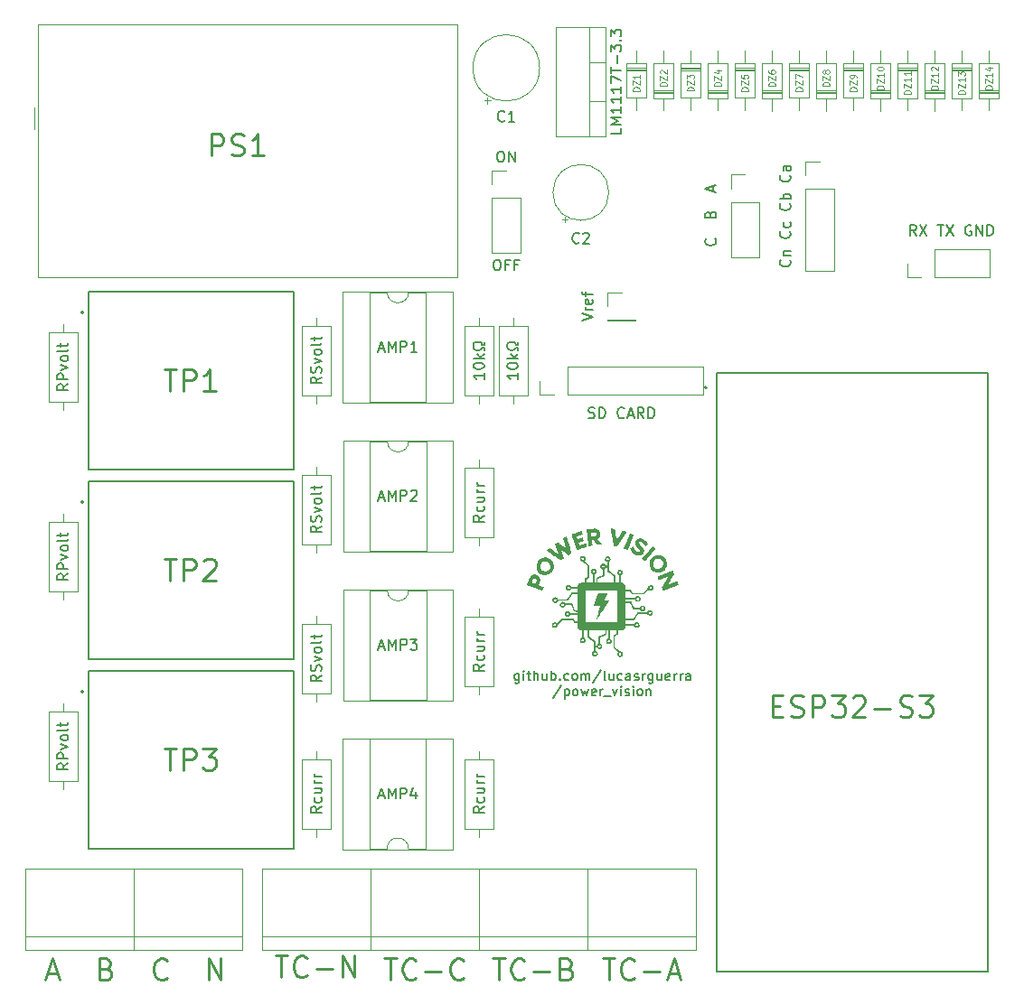
<source format=gbr>
%TF.GenerationSoftware,KiCad,Pcbnew,7.0.10*%
%TF.CreationDate,2024-05-27T19:38:20-03:00*%
%TF.ProjectId,board,626f6172-642e-46b6-9963-61645f706362,1.0*%
%TF.SameCoordinates,Original*%
%TF.FileFunction,Legend,Top*%
%TF.FilePolarity,Positive*%
%FSLAX46Y46*%
G04 Gerber Fmt 4.6, Leading zero omitted, Abs format (unit mm)*
G04 Created by KiCad (PCBNEW 7.0.10) date 2024-05-27 19:38:20*
%MOMM*%
%LPD*%
G01*
G04 APERTURE LIST*
%ADD10C,0.150000*%
%ADD11C,0.250000*%
%ADD12C,0.091200*%
%ADD13C,0.200000*%
%ADD14C,0.120000*%
%ADD15C,0.127000*%
G04 APERTURE END LIST*
D10*
X147118570Y-103243057D02*
X147118570Y-103971628D01*
X147118570Y-103971628D02*
X147075712Y-104057342D01*
X147075712Y-104057342D02*
X147032855Y-104100200D01*
X147032855Y-104100200D02*
X146947141Y-104143057D01*
X146947141Y-104143057D02*
X146818570Y-104143057D01*
X146818570Y-104143057D02*
X146732855Y-104100200D01*
X147118570Y-103800200D02*
X147032855Y-103843057D01*
X147032855Y-103843057D02*
X146861427Y-103843057D01*
X146861427Y-103843057D02*
X146775712Y-103800200D01*
X146775712Y-103800200D02*
X146732855Y-103757342D01*
X146732855Y-103757342D02*
X146689998Y-103671628D01*
X146689998Y-103671628D02*
X146689998Y-103414485D01*
X146689998Y-103414485D02*
X146732855Y-103328771D01*
X146732855Y-103328771D02*
X146775712Y-103285914D01*
X146775712Y-103285914D02*
X146861427Y-103243057D01*
X146861427Y-103243057D02*
X147032855Y-103243057D01*
X147032855Y-103243057D02*
X147118570Y-103285914D01*
X147547141Y-103843057D02*
X147547141Y-103243057D01*
X147547141Y-102943057D02*
X147504284Y-102985914D01*
X147504284Y-102985914D02*
X147547141Y-103028771D01*
X147547141Y-103028771D02*
X147589998Y-102985914D01*
X147589998Y-102985914D02*
X147547141Y-102943057D01*
X147547141Y-102943057D02*
X147547141Y-103028771D01*
X147847141Y-103243057D02*
X148189998Y-103243057D01*
X147975712Y-102943057D02*
X147975712Y-103714485D01*
X147975712Y-103714485D02*
X148018569Y-103800200D01*
X148018569Y-103800200D02*
X148104284Y-103843057D01*
X148104284Y-103843057D02*
X148189998Y-103843057D01*
X148489998Y-103843057D02*
X148489998Y-102943057D01*
X148875713Y-103843057D02*
X148875713Y-103371628D01*
X148875713Y-103371628D02*
X148832855Y-103285914D01*
X148832855Y-103285914D02*
X148747141Y-103243057D01*
X148747141Y-103243057D02*
X148618570Y-103243057D01*
X148618570Y-103243057D02*
X148532855Y-103285914D01*
X148532855Y-103285914D02*
X148489998Y-103328771D01*
X149689999Y-103243057D02*
X149689999Y-103843057D01*
X149304284Y-103243057D02*
X149304284Y-103714485D01*
X149304284Y-103714485D02*
X149347141Y-103800200D01*
X149347141Y-103800200D02*
X149432856Y-103843057D01*
X149432856Y-103843057D02*
X149561427Y-103843057D01*
X149561427Y-103843057D02*
X149647141Y-103800200D01*
X149647141Y-103800200D02*
X149689999Y-103757342D01*
X150118570Y-103843057D02*
X150118570Y-102943057D01*
X150118570Y-103285914D02*
X150204285Y-103243057D01*
X150204285Y-103243057D02*
X150375713Y-103243057D01*
X150375713Y-103243057D02*
X150461427Y-103285914D01*
X150461427Y-103285914D02*
X150504285Y-103328771D01*
X150504285Y-103328771D02*
X150547142Y-103414485D01*
X150547142Y-103414485D02*
X150547142Y-103671628D01*
X150547142Y-103671628D02*
X150504285Y-103757342D01*
X150504285Y-103757342D02*
X150461427Y-103800200D01*
X150461427Y-103800200D02*
X150375713Y-103843057D01*
X150375713Y-103843057D02*
X150204285Y-103843057D01*
X150204285Y-103843057D02*
X150118570Y-103800200D01*
X150932856Y-103757342D02*
X150975713Y-103800200D01*
X150975713Y-103800200D02*
X150932856Y-103843057D01*
X150932856Y-103843057D02*
X150889999Y-103800200D01*
X150889999Y-103800200D02*
X150932856Y-103757342D01*
X150932856Y-103757342D02*
X150932856Y-103843057D01*
X151747142Y-103800200D02*
X151661427Y-103843057D01*
X151661427Y-103843057D02*
X151489999Y-103843057D01*
X151489999Y-103843057D02*
X151404284Y-103800200D01*
X151404284Y-103800200D02*
X151361427Y-103757342D01*
X151361427Y-103757342D02*
X151318570Y-103671628D01*
X151318570Y-103671628D02*
X151318570Y-103414485D01*
X151318570Y-103414485D02*
X151361427Y-103328771D01*
X151361427Y-103328771D02*
X151404284Y-103285914D01*
X151404284Y-103285914D02*
X151489999Y-103243057D01*
X151489999Y-103243057D02*
X151661427Y-103243057D01*
X151661427Y-103243057D02*
X151747142Y-103285914D01*
X152261428Y-103843057D02*
X152175713Y-103800200D01*
X152175713Y-103800200D02*
X152132856Y-103757342D01*
X152132856Y-103757342D02*
X152089999Y-103671628D01*
X152089999Y-103671628D02*
X152089999Y-103414485D01*
X152089999Y-103414485D02*
X152132856Y-103328771D01*
X152132856Y-103328771D02*
X152175713Y-103285914D01*
X152175713Y-103285914D02*
X152261428Y-103243057D01*
X152261428Y-103243057D02*
X152389999Y-103243057D01*
X152389999Y-103243057D02*
X152475713Y-103285914D01*
X152475713Y-103285914D02*
X152518571Y-103328771D01*
X152518571Y-103328771D02*
X152561428Y-103414485D01*
X152561428Y-103414485D02*
X152561428Y-103671628D01*
X152561428Y-103671628D02*
X152518571Y-103757342D01*
X152518571Y-103757342D02*
X152475713Y-103800200D01*
X152475713Y-103800200D02*
X152389999Y-103843057D01*
X152389999Y-103843057D02*
X152261428Y-103843057D01*
X152947142Y-103843057D02*
X152947142Y-103243057D01*
X152947142Y-103328771D02*
X152989999Y-103285914D01*
X152989999Y-103285914D02*
X153075714Y-103243057D01*
X153075714Y-103243057D02*
X153204285Y-103243057D01*
X153204285Y-103243057D02*
X153289999Y-103285914D01*
X153289999Y-103285914D02*
X153332857Y-103371628D01*
X153332857Y-103371628D02*
X153332857Y-103843057D01*
X153332857Y-103371628D02*
X153375714Y-103285914D01*
X153375714Y-103285914D02*
X153461428Y-103243057D01*
X153461428Y-103243057D02*
X153589999Y-103243057D01*
X153589999Y-103243057D02*
X153675714Y-103285914D01*
X153675714Y-103285914D02*
X153718571Y-103371628D01*
X153718571Y-103371628D02*
X153718571Y-103843057D01*
X154789999Y-102900200D02*
X154018571Y-104057342D01*
X155218571Y-103843057D02*
X155132856Y-103800200D01*
X155132856Y-103800200D02*
X155089999Y-103714485D01*
X155089999Y-103714485D02*
X155089999Y-102943057D01*
X155947143Y-103243057D02*
X155947143Y-103843057D01*
X155561428Y-103243057D02*
X155561428Y-103714485D01*
X155561428Y-103714485D02*
X155604285Y-103800200D01*
X155604285Y-103800200D02*
X155690000Y-103843057D01*
X155690000Y-103843057D02*
X155818571Y-103843057D01*
X155818571Y-103843057D02*
X155904285Y-103800200D01*
X155904285Y-103800200D02*
X155947143Y-103757342D01*
X156761429Y-103800200D02*
X156675714Y-103843057D01*
X156675714Y-103843057D02*
X156504286Y-103843057D01*
X156504286Y-103843057D02*
X156418571Y-103800200D01*
X156418571Y-103800200D02*
X156375714Y-103757342D01*
X156375714Y-103757342D02*
X156332857Y-103671628D01*
X156332857Y-103671628D02*
X156332857Y-103414485D01*
X156332857Y-103414485D02*
X156375714Y-103328771D01*
X156375714Y-103328771D02*
X156418571Y-103285914D01*
X156418571Y-103285914D02*
X156504286Y-103243057D01*
X156504286Y-103243057D02*
X156675714Y-103243057D01*
X156675714Y-103243057D02*
X156761429Y-103285914D01*
X157532858Y-103843057D02*
X157532858Y-103371628D01*
X157532858Y-103371628D02*
X157490000Y-103285914D01*
X157490000Y-103285914D02*
X157404286Y-103243057D01*
X157404286Y-103243057D02*
X157232858Y-103243057D01*
X157232858Y-103243057D02*
X157147143Y-103285914D01*
X157532858Y-103800200D02*
X157447143Y-103843057D01*
X157447143Y-103843057D02*
X157232858Y-103843057D01*
X157232858Y-103843057D02*
X157147143Y-103800200D01*
X157147143Y-103800200D02*
X157104286Y-103714485D01*
X157104286Y-103714485D02*
X157104286Y-103628771D01*
X157104286Y-103628771D02*
X157147143Y-103543057D01*
X157147143Y-103543057D02*
X157232858Y-103500200D01*
X157232858Y-103500200D02*
X157447143Y-103500200D01*
X157447143Y-103500200D02*
X157532858Y-103457342D01*
X157918572Y-103800200D02*
X158004286Y-103843057D01*
X158004286Y-103843057D02*
X158175715Y-103843057D01*
X158175715Y-103843057D02*
X158261429Y-103800200D01*
X158261429Y-103800200D02*
X158304286Y-103714485D01*
X158304286Y-103714485D02*
X158304286Y-103671628D01*
X158304286Y-103671628D02*
X158261429Y-103585914D01*
X158261429Y-103585914D02*
X158175715Y-103543057D01*
X158175715Y-103543057D02*
X158047144Y-103543057D01*
X158047144Y-103543057D02*
X157961429Y-103500200D01*
X157961429Y-103500200D02*
X157918572Y-103414485D01*
X157918572Y-103414485D02*
X157918572Y-103371628D01*
X157918572Y-103371628D02*
X157961429Y-103285914D01*
X157961429Y-103285914D02*
X158047144Y-103243057D01*
X158047144Y-103243057D02*
X158175715Y-103243057D01*
X158175715Y-103243057D02*
X158261429Y-103285914D01*
X158690000Y-103843057D02*
X158690000Y-103243057D01*
X158690000Y-103414485D02*
X158732857Y-103328771D01*
X158732857Y-103328771D02*
X158775715Y-103285914D01*
X158775715Y-103285914D02*
X158861429Y-103243057D01*
X158861429Y-103243057D02*
X158947143Y-103243057D01*
X159632858Y-103243057D02*
X159632858Y-103971628D01*
X159632858Y-103971628D02*
X159590000Y-104057342D01*
X159590000Y-104057342D02*
X159547143Y-104100200D01*
X159547143Y-104100200D02*
X159461429Y-104143057D01*
X159461429Y-104143057D02*
X159332858Y-104143057D01*
X159332858Y-104143057D02*
X159247143Y-104100200D01*
X159632858Y-103800200D02*
X159547143Y-103843057D01*
X159547143Y-103843057D02*
X159375715Y-103843057D01*
X159375715Y-103843057D02*
X159290000Y-103800200D01*
X159290000Y-103800200D02*
X159247143Y-103757342D01*
X159247143Y-103757342D02*
X159204286Y-103671628D01*
X159204286Y-103671628D02*
X159204286Y-103414485D01*
X159204286Y-103414485D02*
X159247143Y-103328771D01*
X159247143Y-103328771D02*
X159290000Y-103285914D01*
X159290000Y-103285914D02*
X159375715Y-103243057D01*
X159375715Y-103243057D02*
X159547143Y-103243057D01*
X159547143Y-103243057D02*
X159632858Y-103285914D01*
X160447144Y-103243057D02*
X160447144Y-103843057D01*
X160061429Y-103243057D02*
X160061429Y-103714485D01*
X160061429Y-103714485D02*
X160104286Y-103800200D01*
X160104286Y-103800200D02*
X160190001Y-103843057D01*
X160190001Y-103843057D02*
X160318572Y-103843057D01*
X160318572Y-103843057D02*
X160404286Y-103800200D01*
X160404286Y-103800200D02*
X160447144Y-103757342D01*
X161218572Y-103800200D02*
X161132858Y-103843057D01*
X161132858Y-103843057D02*
X160961430Y-103843057D01*
X160961430Y-103843057D02*
X160875715Y-103800200D01*
X160875715Y-103800200D02*
X160832858Y-103714485D01*
X160832858Y-103714485D02*
X160832858Y-103371628D01*
X160832858Y-103371628D02*
X160875715Y-103285914D01*
X160875715Y-103285914D02*
X160961430Y-103243057D01*
X160961430Y-103243057D02*
X161132858Y-103243057D01*
X161132858Y-103243057D02*
X161218572Y-103285914D01*
X161218572Y-103285914D02*
X161261430Y-103371628D01*
X161261430Y-103371628D02*
X161261430Y-103457342D01*
X161261430Y-103457342D02*
X160832858Y-103543057D01*
X161647144Y-103843057D02*
X161647144Y-103243057D01*
X161647144Y-103414485D02*
X161690001Y-103328771D01*
X161690001Y-103328771D02*
X161732859Y-103285914D01*
X161732859Y-103285914D02*
X161818573Y-103243057D01*
X161818573Y-103243057D02*
X161904287Y-103243057D01*
X162204287Y-103843057D02*
X162204287Y-103243057D01*
X162204287Y-103414485D02*
X162247144Y-103328771D01*
X162247144Y-103328771D02*
X162290002Y-103285914D01*
X162290002Y-103285914D02*
X162375716Y-103243057D01*
X162375716Y-103243057D02*
X162461430Y-103243057D01*
X163147145Y-103843057D02*
X163147145Y-103371628D01*
X163147145Y-103371628D02*
X163104287Y-103285914D01*
X163104287Y-103285914D02*
X163018573Y-103243057D01*
X163018573Y-103243057D02*
X162847145Y-103243057D01*
X162847145Y-103243057D02*
X162761430Y-103285914D01*
X163147145Y-103800200D02*
X163061430Y-103843057D01*
X163061430Y-103843057D02*
X162847145Y-103843057D01*
X162847145Y-103843057D02*
X162761430Y-103800200D01*
X162761430Y-103800200D02*
X162718573Y-103714485D01*
X162718573Y-103714485D02*
X162718573Y-103628771D01*
X162718573Y-103628771D02*
X162761430Y-103543057D01*
X162761430Y-103543057D02*
X162847145Y-103500200D01*
X162847145Y-103500200D02*
X163061430Y-103500200D01*
X163061430Y-103500200D02*
X163147145Y-103457342D01*
X151082857Y-104349200D02*
X150311429Y-105506342D01*
X151382857Y-104692057D02*
X151382857Y-105592057D01*
X151382857Y-104734914D02*
X151468572Y-104692057D01*
X151468572Y-104692057D02*
X151640000Y-104692057D01*
X151640000Y-104692057D02*
X151725714Y-104734914D01*
X151725714Y-104734914D02*
X151768572Y-104777771D01*
X151768572Y-104777771D02*
X151811429Y-104863485D01*
X151811429Y-104863485D02*
X151811429Y-105120628D01*
X151811429Y-105120628D02*
X151768572Y-105206342D01*
X151768572Y-105206342D02*
X151725714Y-105249200D01*
X151725714Y-105249200D02*
X151640000Y-105292057D01*
X151640000Y-105292057D02*
X151468572Y-105292057D01*
X151468572Y-105292057D02*
X151382857Y-105249200D01*
X152325715Y-105292057D02*
X152240000Y-105249200D01*
X152240000Y-105249200D02*
X152197143Y-105206342D01*
X152197143Y-105206342D02*
X152154286Y-105120628D01*
X152154286Y-105120628D02*
X152154286Y-104863485D01*
X152154286Y-104863485D02*
X152197143Y-104777771D01*
X152197143Y-104777771D02*
X152240000Y-104734914D01*
X152240000Y-104734914D02*
X152325715Y-104692057D01*
X152325715Y-104692057D02*
X152454286Y-104692057D01*
X152454286Y-104692057D02*
X152540000Y-104734914D01*
X152540000Y-104734914D02*
X152582858Y-104777771D01*
X152582858Y-104777771D02*
X152625715Y-104863485D01*
X152625715Y-104863485D02*
X152625715Y-105120628D01*
X152625715Y-105120628D02*
X152582858Y-105206342D01*
X152582858Y-105206342D02*
X152540000Y-105249200D01*
X152540000Y-105249200D02*
X152454286Y-105292057D01*
X152454286Y-105292057D02*
X152325715Y-105292057D01*
X152925715Y-104692057D02*
X153097144Y-105292057D01*
X153097144Y-105292057D02*
X153268572Y-104863485D01*
X153268572Y-104863485D02*
X153440001Y-105292057D01*
X153440001Y-105292057D02*
X153611429Y-104692057D01*
X154297143Y-105249200D02*
X154211429Y-105292057D01*
X154211429Y-105292057D02*
X154040001Y-105292057D01*
X154040001Y-105292057D02*
X153954286Y-105249200D01*
X153954286Y-105249200D02*
X153911429Y-105163485D01*
X153911429Y-105163485D02*
X153911429Y-104820628D01*
X153911429Y-104820628D02*
X153954286Y-104734914D01*
X153954286Y-104734914D02*
X154040001Y-104692057D01*
X154040001Y-104692057D02*
X154211429Y-104692057D01*
X154211429Y-104692057D02*
X154297143Y-104734914D01*
X154297143Y-104734914D02*
X154340001Y-104820628D01*
X154340001Y-104820628D02*
X154340001Y-104906342D01*
X154340001Y-104906342D02*
X153911429Y-104992057D01*
X154725715Y-105292057D02*
X154725715Y-104692057D01*
X154725715Y-104863485D02*
X154768572Y-104777771D01*
X154768572Y-104777771D02*
X154811430Y-104734914D01*
X154811430Y-104734914D02*
X154897144Y-104692057D01*
X154897144Y-104692057D02*
X154982858Y-104692057D01*
X155068573Y-105377771D02*
X155754287Y-105377771D01*
X155882858Y-104692057D02*
X156097144Y-105292057D01*
X156097144Y-105292057D02*
X156311429Y-104692057D01*
X156654286Y-105292057D02*
X156654286Y-104692057D01*
X156654286Y-104392057D02*
X156611429Y-104434914D01*
X156611429Y-104434914D02*
X156654286Y-104477771D01*
X156654286Y-104477771D02*
X156697143Y-104434914D01*
X156697143Y-104434914D02*
X156654286Y-104392057D01*
X156654286Y-104392057D02*
X156654286Y-104477771D01*
X157040000Y-105249200D02*
X157125714Y-105292057D01*
X157125714Y-105292057D02*
X157297143Y-105292057D01*
X157297143Y-105292057D02*
X157382857Y-105249200D01*
X157382857Y-105249200D02*
X157425714Y-105163485D01*
X157425714Y-105163485D02*
X157425714Y-105120628D01*
X157425714Y-105120628D02*
X157382857Y-105034914D01*
X157382857Y-105034914D02*
X157297143Y-104992057D01*
X157297143Y-104992057D02*
X157168572Y-104992057D01*
X157168572Y-104992057D02*
X157082857Y-104949200D01*
X157082857Y-104949200D02*
X157040000Y-104863485D01*
X157040000Y-104863485D02*
X157040000Y-104820628D01*
X157040000Y-104820628D02*
X157082857Y-104734914D01*
X157082857Y-104734914D02*
X157168572Y-104692057D01*
X157168572Y-104692057D02*
X157297143Y-104692057D01*
X157297143Y-104692057D02*
X157382857Y-104734914D01*
X157811428Y-105292057D02*
X157811428Y-104692057D01*
X157811428Y-104392057D02*
X157768571Y-104434914D01*
X157768571Y-104434914D02*
X157811428Y-104477771D01*
X157811428Y-104477771D02*
X157854285Y-104434914D01*
X157854285Y-104434914D02*
X157811428Y-104392057D01*
X157811428Y-104392057D02*
X157811428Y-104477771D01*
X158368571Y-105292057D02*
X158282856Y-105249200D01*
X158282856Y-105249200D02*
X158239999Y-105206342D01*
X158239999Y-105206342D02*
X158197142Y-105120628D01*
X158197142Y-105120628D02*
X158197142Y-104863485D01*
X158197142Y-104863485D02*
X158239999Y-104777771D01*
X158239999Y-104777771D02*
X158282856Y-104734914D01*
X158282856Y-104734914D02*
X158368571Y-104692057D01*
X158368571Y-104692057D02*
X158497142Y-104692057D01*
X158497142Y-104692057D02*
X158582856Y-104734914D01*
X158582856Y-104734914D02*
X158625714Y-104777771D01*
X158625714Y-104777771D02*
X158668571Y-104863485D01*
X158668571Y-104863485D02*
X158668571Y-105120628D01*
X158668571Y-105120628D02*
X158625714Y-105206342D01*
X158625714Y-105206342D02*
X158582856Y-105249200D01*
X158582856Y-105249200D02*
X158497142Y-105292057D01*
X158497142Y-105292057D02*
X158368571Y-105292057D01*
X159054285Y-104692057D02*
X159054285Y-105292057D01*
X159054285Y-104777771D02*
X159097142Y-104734914D01*
X159097142Y-104734914D02*
X159182857Y-104692057D01*
X159182857Y-104692057D02*
X159311428Y-104692057D01*
X159311428Y-104692057D02*
X159397142Y-104734914D01*
X159397142Y-104734914D02*
X159440000Y-104820628D01*
X159440000Y-104820628D02*
X159440000Y-105292057D01*
D11*
X118274428Y-54645838D02*
X118274428Y-52645838D01*
X118274428Y-52645838D02*
X119036333Y-52645838D01*
X119036333Y-52645838D02*
X119226809Y-52741076D01*
X119226809Y-52741076D02*
X119322047Y-52836314D01*
X119322047Y-52836314D02*
X119417285Y-53026790D01*
X119417285Y-53026790D02*
X119417285Y-53312504D01*
X119417285Y-53312504D02*
X119322047Y-53502980D01*
X119322047Y-53502980D02*
X119226809Y-53598219D01*
X119226809Y-53598219D02*
X119036333Y-53693457D01*
X119036333Y-53693457D02*
X118274428Y-53693457D01*
X120179190Y-54550600D02*
X120464904Y-54645838D01*
X120464904Y-54645838D02*
X120941095Y-54645838D01*
X120941095Y-54645838D02*
X121131571Y-54550600D01*
X121131571Y-54550600D02*
X121226809Y-54455361D01*
X121226809Y-54455361D02*
X121322047Y-54264885D01*
X121322047Y-54264885D02*
X121322047Y-54074409D01*
X121322047Y-54074409D02*
X121226809Y-53883933D01*
X121226809Y-53883933D02*
X121131571Y-53788695D01*
X121131571Y-53788695D02*
X120941095Y-53693457D01*
X120941095Y-53693457D02*
X120560142Y-53598219D01*
X120560142Y-53598219D02*
X120369666Y-53502980D01*
X120369666Y-53502980D02*
X120274428Y-53407742D01*
X120274428Y-53407742D02*
X120179190Y-53217266D01*
X120179190Y-53217266D02*
X120179190Y-53026790D01*
X120179190Y-53026790D02*
X120274428Y-52836314D01*
X120274428Y-52836314D02*
X120369666Y-52741076D01*
X120369666Y-52741076D02*
X120560142Y-52645838D01*
X120560142Y-52645838D02*
X121036333Y-52645838D01*
X121036333Y-52645838D02*
X121322047Y-52741076D01*
X123226809Y-54645838D02*
X122083952Y-54645838D01*
X122655380Y-54645838D02*
X122655380Y-52645838D01*
X122655380Y-52645838D02*
X122464904Y-52931552D01*
X122464904Y-52931552D02*
X122274428Y-53122028D01*
X122274428Y-53122028D02*
X122083952Y-53217266D01*
D10*
X133977286Y-100727704D02*
X134453476Y-100727704D01*
X133882048Y-101013419D02*
X134215381Y-100013419D01*
X134215381Y-100013419D02*
X134548714Y-101013419D01*
X134882048Y-101013419D02*
X134882048Y-100013419D01*
X134882048Y-100013419D02*
X135215381Y-100727704D01*
X135215381Y-100727704D02*
X135548714Y-100013419D01*
X135548714Y-100013419D02*
X135548714Y-101013419D01*
X136024905Y-101013419D02*
X136024905Y-100013419D01*
X136024905Y-100013419D02*
X136405857Y-100013419D01*
X136405857Y-100013419D02*
X136501095Y-100061038D01*
X136501095Y-100061038D02*
X136548714Y-100108657D01*
X136548714Y-100108657D02*
X136596333Y-100203895D01*
X136596333Y-100203895D02*
X136596333Y-100346752D01*
X136596333Y-100346752D02*
X136548714Y-100441990D01*
X136548714Y-100441990D02*
X136501095Y-100489609D01*
X136501095Y-100489609D02*
X136405857Y-100537228D01*
X136405857Y-100537228D02*
X136024905Y-100537228D01*
X136929667Y-100013419D02*
X137548714Y-100013419D01*
X137548714Y-100013419D02*
X137215381Y-100394371D01*
X137215381Y-100394371D02*
X137358238Y-100394371D01*
X137358238Y-100394371D02*
X137453476Y-100441990D01*
X137453476Y-100441990D02*
X137501095Y-100489609D01*
X137501095Y-100489609D02*
X137548714Y-100584847D01*
X137548714Y-100584847D02*
X137548714Y-100822942D01*
X137548714Y-100822942D02*
X137501095Y-100918180D01*
X137501095Y-100918180D02*
X137453476Y-100965800D01*
X137453476Y-100965800D02*
X137358238Y-101013419D01*
X137358238Y-101013419D02*
X137072524Y-101013419D01*
X137072524Y-101013419D02*
X136977286Y-100965800D01*
X136977286Y-100965800D02*
X136929667Y-100918180D01*
D12*
X191411529Y-48424810D02*
X190803529Y-48424810D01*
X190803529Y-48424810D02*
X190803529Y-48280048D01*
X190803529Y-48280048D02*
X190832481Y-48193191D01*
X190832481Y-48193191D02*
X190890386Y-48135286D01*
X190890386Y-48135286D02*
X190948291Y-48106333D01*
X190948291Y-48106333D02*
X191064100Y-48077381D01*
X191064100Y-48077381D02*
X191150957Y-48077381D01*
X191150957Y-48077381D02*
X191266767Y-48106333D01*
X191266767Y-48106333D02*
X191324672Y-48135286D01*
X191324672Y-48135286D02*
X191382577Y-48193191D01*
X191382577Y-48193191D02*
X191411529Y-48280048D01*
X191411529Y-48280048D02*
X191411529Y-48424810D01*
X190803529Y-47874714D02*
X190803529Y-47469381D01*
X190803529Y-47469381D02*
X191411529Y-47874714D01*
X191411529Y-47874714D02*
X191411529Y-47469381D01*
X191411529Y-46919285D02*
X191411529Y-47266714D01*
X191411529Y-47093000D02*
X190803529Y-47093000D01*
X190803529Y-47093000D02*
X190890386Y-47150904D01*
X190890386Y-47150904D02*
X190948291Y-47208809D01*
X190948291Y-47208809D02*
X190977243Y-47266714D01*
X191006196Y-46398142D02*
X191411529Y-46398142D01*
X190774577Y-46542904D02*
X191208862Y-46687666D01*
X191208862Y-46687666D02*
X191208862Y-46311285D01*
D10*
X143827819Y-88404076D02*
X143351628Y-88737409D01*
X143827819Y-88975504D02*
X142827819Y-88975504D01*
X142827819Y-88975504D02*
X142827819Y-88594552D01*
X142827819Y-88594552D02*
X142875438Y-88499314D01*
X142875438Y-88499314D02*
X142923057Y-88451695D01*
X142923057Y-88451695D02*
X143018295Y-88404076D01*
X143018295Y-88404076D02*
X143161152Y-88404076D01*
X143161152Y-88404076D02*
X143256390Y-88451695D01*
X143256390Y-88451695D02*
X143304009Y-88499314D01*
X143304009Y-88499314D02*
X143351628Y-88594552D01*
X143351628Y-88594552D02*
X143351628Y-88975504D01*
X143780200Y-87546933D02*
X143827819Y-87642171D01*
X143827819Y-87642171D02*
X143827819Y-87832647D01*
X143827819Y-87832647D02*
X143780200Y-87927885D01*
X143780200Y-87927885D02*
X143732580Y-87975504D01*
X143732580Y-87975504D02*
X143637342Y-88023123D01*
X143637342Y-88023123D02*
X143351628Y-88023123D01*
X143351628Y-88023123D02*
X143256390Y-87975504D01*
X143256390Y-87975504D02*
X143208771Y-87927885D01*
X143208771Y-87927885D02*
X143161152Y-87832647D01*
X143161152Y-87832647D02*
X143161152Y-87642171D01*
X143161152Y-87642171D02*
X143208771Y-87546933D01*
X143161152Y-86689790D02*
X143827819Y-86689790D01*
X143161152Y-87118361D02*
X143684961Y-87118361D01*
X143684961Y-87118361D02*
X143780200Y-87070742D01*
X143780200Y-87070742D02*
X143827819Y-86975504D01*
X143827819Y-86975504D02*
X143827819Y-86832647D01*
X143827819Y-86832647D02*
X143780200Y-86737409D01*
X143780200Y-86737409D02*
X143732580Y-86689790D01*
X143827819Y-86213599D02*
X143161152Y-86213599D01*
X143351628Y-86213599D02*
X143256390Y-86165980D01*
X143256390Y-86165980D02*
X143208771Y-86118361D01*
X143208771Y-86118361D02*
X143161152Y-86023123D01*
X143161152Y-86023123D02*
X143161152Y-85927885D01*
X143827819Y-85594551D02*
X143161152Y-85594551D01*
X143351628Y-85594551D02*
X143256390Y-85546932D01*
X143256390Y-85546932D02*
X143208771Y-85499313D01*
X143208771Y-85499313D02*
X143161152Y-85404075D01*
X143161152Y-85404075D02*
X143161152Y-85308837D01*
D12*
X160931529Y-48135286D02*
X160323529Y-48135286D01*
X160323529Y-48135286D02*
X160323529Y-47990524D01*
X160323529Y-47990524D02*
X160352481Y-47903667D01*
X160352481Y-47903667D02*
X160410386Y-47845762D01*
X160410386Y-47845762D02*
X160468291Y-47816809D01*
X160468291Y-47816809D02*
X160584100Y-47787857D01*
X160584100Y-47787857D02*
X160670957Y-47787857D01*
X160670957Y-47787857D02*
X160786767Y-47816809D01*
X160786767Y-47816809D02*
X160844672Y-47845762D01*
X160844672Y-47845762D02*
X160902577Y-47903667D01*
X160902577Y-47903667D02*
X160931529Y-47990524D01*
X160931529Y-47990524D02*
X160931529Y-48135286D01*
X160323529Y-47585190D02*
X160323529Y-47179857D01*
X160323529Y-47179857D02*
X160931529Y-47585190D01*
X160931529Y-47585190D02*
X160931529Y-47179857D01*
X160381434Y-46977190D02*
X160352481Y-46948238D01*
X160352481Y-46948238D02*
X160323529Y-46890333D01*
X160323529Y-46890333D02*
X160323529Y-46745571D01*
X160323529Y-46745571D02*
X160352481Y-46687666D01*
X160352481Y-46687666D02*
X160381434Y-46658714D01*
X160381434Y-46658714D02*
X160439338Y-46629761D01*
X160439338Y-46629761D02*
X160497243Y-46629761D01*
X160497243Y-46629761D02*
X160584100Y-46658714D01*
X160584100Y-46658714D02*
X160931529Y-47006142D01*
X160931529Y-47006142D02*
X160931529Y-46629761D01*
D10*
X128587819Y-89396219D02*
X128111628Y-89729552D01*
X128587819Y-89967647D02*
X127587819Y-89967647D01*
X127587819Y-89967647D02*
X127587819Y-89586695D01*
X127587819Y-89586695D02*
X127635438Y-89491457D01*
X127635438Y-89491457D02*
X127683057Y-89443838D01*
X127683057Y-89443838D02*
X127778295Y-89396219D01*
X127778295Y-89396219D02*
X127921152Y-89396219D01*
X127921152Y-89396219D02*
X128016390Y-89443838D01*
X128016390Y-89443838D02*
X128064009Y-89491457D01*
X128064009Y-89491457D02*
X128111628Y-89586695D01*
X128111628Y-89586695D02*
X128111628Y-89967647D01*
X128540200Y-89015266D02*
X128587819Y-88872409D01*
X128587819Y-88872409D02*
X128587819Y-88634314D01*
X128587819Y-88634314D02*
X128540200Y-88539076D01*
X128540200Y-88539076D02*
X128492580Y-88491457D01*
X128492580Y-88491457D02*
X128397342Y-88443838D01*
X128397342Y-88443838D02*
X128302104Y-88443838D01*
X128302104Y-88443838D02*
X128206866Y-88491457D01*
X128206866Y-88491457D02*
X128159247Y-88539076D01*
X128159247Y-88539076D02*
X128111628Y-88634314D01*
X128111628Y-88634314D02*
X128064009Y-88824790D01*
X128064009Y-88824790D02*
X128016390Y-88920028D01*
X128016390Y-88920028D02*
X127968771Y-88967647D01*
X127968771Y-88967647D02*
X127873533Y-89015266D01*
X127873533Y-89015266D02*
X127778295Y-89015266D01*
X127778295Y-89015266D02*
X127683057Y-88967647D01*
X127683057Y-88967647D02*
X127635438Y-88920028D01*
X127635438Y-88920028D02*
X127587819Y-88824790D01*
X127587819Y-88824790D02*
X127587819Y-88586695D01*
X127587819Y-88586695D02*
X127635438Y-88443838D01*
X127921152Y-88110504D02*
X128587819Y-87872409D01*
X128587819Y-87872409D02*
X127921152Y-87634314D01*
X128587819Y-87110504D02*
X128540200Y-87205742D01*
X128540200Y-87205742D02*
X128492580Y-87253361D01*
X128492580Y-87253361D02*
X128397342Y-87300980D01*
X128397342Y-87300980D02*
X128111628Y-87300980D01*
X128111628Y-87300980D02*
X128016390Y-87253361D01*
X128016390Y-87253361D02*
X127968771Y-87205742D01*
X127968771Y-87205742D02*
X127921152Y-87110504D01*
X127921152Y-87110504D02*
X127921152Y-86967647D01*
X127921152Y-86967647D02*
X127968771Y-86872409D01*
X127968771Y-86872409D02*
X128016390Y-86824790D01*
X128016390Y-86824790D02*
X128111628Y-86777171D01*
X128111628Y-86777171D02*
X128397342Y-86777171D01*
X128397342Y-86777171D02*
X128492580Y-86824790D01*
X128492580Y-86824790D02*
X128540200Y-86872409D01*
X128540200Y-86872409D02*
X128587819Y-86967647D01*
X128587819Y-86967647D02*
X128587819Y-87110504D01*
X128587819Y-86205742D02*
X128540200Y-86300980D01*
X128540200Y-86300980D02*
X128444961Y-86348599D01*
X128444961Y-86348599D02*
X127587819Y-86348599D01*
X127921152Y-85967646D02*
X127921152Y-85586694D01*
X127587819Y-85824789D02*
X128444961Y-85824789D01*
X128444961Y-85824789D02*
X128540200Y-85777170D01*
X128540200Y-85777170D02*
X128587819Y-85681932D01*
X128587819Y-85681932D02*
X128587819Y-85586694D01*
D11*
X170869428Y-106253219D02*
X171536095Y-106253219D01*
X171821809Y-107300838D02*
X170869428Y-107300838D01*
X170869428Y-107300838D02*
X170869428Y-105300838D01*
X170869428Y-105300838D02*
X171821809Y-105300838D01*
X172583714Y-107205600D02*
X172869428Y-107300838D01*
X172869428Y-107300838D02*
X173345619Y-107300838D01*
X173345619Y-107300838D02*
X173536095Y-107205600D01*
X173536095Y-107205600D02*
X173631333Y-107110361D01*
X173631333Y-107110361D02*
X173726571Y-106919885D01*
X173726571Y-106919885D02*
X173726571Y-106729409D01*
X173726571Y-106729409D02*
X173631333Y-106538933D01*
X173631333Y-106538933D02*
X173536095Y-106443695D01*
X173536095Y-106443695D02*
X173345619Y-106348457D01*
X173345619Y-106348457D02*
X172964666Y-106253219D01*
X172964666Y-106253219D02*
X172774190Y-106157980D01*
X172774190Y-106157980D02*
X172678952Y-106062742D01*
X172678952Y-106062742D02*
X172583714Y-105872266D01*
X172583714Y-105872266D02*
X172583714Y-105681790D01*
X172583714Y-105681790D02*
X172678952Y-105491314D01*
X172678952Y-105491314D02*
X172774190Y-105396076D01*
X172774190Y-105396076D02*
X172964666Y-105300838D01*
X172964666Y-105300838D02*
X173440857Y-105300838D01*
X173440857Y-105300838D02*
X173726571Y-105396076D01*
X174583714Y-107300838D02*
X174583714Y-105300838D01*
X174583714Y-105300838D02*
X175345619Y-105300838D01*
X175345619Y-105300838D02*
X175536095Y-105396076D01*
X175536095Y-105396076D02*
X175631333Y-105491314D01*
X175631333Y-105491314D02*
X175726571Y-105681790D01*
X175726571Y-105681790D02*
X175726571Y-105967504D01*
X175726571Y-105967504D02*
X175631333Y-106157980D01*
X175631333Y-106157980D02*
X175536095Y-106253219D01*
X175536095Y-106253219D02*
X175345619Y-106348457D01*
X175345619Y-106348457D02*
X174583714Y-106348457D01*
X176393238Y-105300838D02*
X177631333Y-105300838D01*
X177631333Y-105300838D02*
X176964666Y-106062742D01*
X176964666Y-106062742D02*
X177250381Y-106062742D01*
X177250381Y-106062742D02*
X177440857Y-106157980D01*
X177440857Y-106157980D02*
X177536095Y-106253219D01*
X177536095Y-106253219D02*
X177631333Y-106443695D01*
X177631333Y-106443695D02*
X177631333Y-106919885D01*
X177631333Y-106919885D02*
X177536095Y-107110361D01*
X177536095Y-107110361D02*
X177440857Y-107205600D01*
X177440857Y-107205600D02*
X177250381Y-107300838D01*
X177250381Y-107300838D02*
X176678952Y-107300838D01*
X176678952Y-107300838D02*
X176488476Y-107205600D01*
X176488476Y-107205600D02*
X176393238Y-107110361D01*
X178393238Y-105491314D02*
X178488476Y-105396076D01*
X178488476Y-105396076D02*
X178678952Y-105300838D01*
X178678952Y-105300838D02*
X179155143Y-105300838D01*
X179155143Y-105300838D02*
X179345619Y-105396076D01*
X179345619Y-105396076D02*
X179440857Y-105491314D01*
X179440857Y-105491314D02*
X179536095Y-105681790D01*
X179536095Y-105681790D02*
X179536095Y-105872266D01*
X179536095Y-105872266D02*
X179440857Y-106157980D01*
X179440857Y-106157980D02*
X178298000Y-107300838D01*
X178298000Y-107300838D02*
X179536095Y-107300838D01*
X180393238Y-106538933D02*
X181917048Y-106538933D01*
X182774190Y-107205600D02*
X183059904Y-107300838D01*
X183059904Y-107300838D02*
X183536095Y-107300838D01*
X183536095Y-107300838D02*
X183726571Y-107205600D01*
X183726571Y-107205600D02*
X183821809Y-107110361D01*
X183821809Y-107110361D02*
X183917047Y-106919885D01*
X183917047Y-106919885D02*
X183917047Y-106729409D01*
X183917047Y-106729409D02*
X183821809Y-106538933D01*
X183821809Y-106538933D02*
X183726571Y-106443695D01*
X183726571Y-106443695D02*
X183536095Y-106348457D01*
X183536095Y-106348457D02*
X183155142Y-106253219D01*
X183155142Y-106253219D02*
X182964666Y-106157980D01*
X182964666Y-106157980D02*
X182869428Y-106062742D01*
X182869428Y-106062742D02*
X182774190Y-105872266D01*
X182774190Y-105872266D02*
X182774190Y-105681790D01*
X182774190Y-105681790D02*
X182869428Y-105491314D01*
X182869428Y-105491314D02*
X182964666Y-105396076D01*
X182964666Y-105396076D02*
X183155142Y-105300838D01*
X183155142Y-105300838D02*
X183631333Y-105300838D01*
X183631333Y-105300838D02*
X183917047Y-105396076D01*
X184583714Y-105300838D02*
X185821809Y-105300838D01*
X185821809Y-105300838D02*
X185155142Y-106062742D01*
X185155142Y-106062742D02*
X185440857Y-106062742D01*
X185440857Y-106062742D02*
X185631333Y-106157980D01*
X185631333Y-106157980D02*
X185726571Y-106253219D01*
X185726571Y-106253219D02*
X185821809Y-106443695D01*
X185821809Y-106443695D02*
X185821809Y-106919885D01*
X185821809Y-106919885D02*
X185726571Y-107110361D01*
X185726571Y-107110361D02*
X185631333Y-107205600D01*
X185631333Y-107205600D02*
X185440857Y-107300838D01*
X185440857Y-107300838D02*
X184869428Y-107300838D01*
X184869428Y-107300838D02*
X184678952Y-107205600D01*
X184678952Y-107205600D02*
X184583714Y-107110361D01*
D12*
X188871529Y-48880810D02*
X188263529Y-48880810D01*
X188263529Y-48880810D02*
X188263529Y-48736048D01*
X188263529Y-48736048D02*
X188292481Y-48649191D01*
X188292481Y-48649191D02*
X188350386Y-48591286D01*
X188350386Y-48591286D02*
X188408291Y-48562333D01*
X188408291Y-48562333D02*
X188524100Y-48533381D01*
X188524100Y-48533381D02*
X188610957Y-48533381D01*
X188610957Y-48533381D02*
X188726767Y-48562333D01*
X188726767Y-48562333D02*
X188784672Y-48591286D01*
X188784672Y-48591286D02*
X188842577Y-48649191D01*
X188842577Y-48649191D02*
X188871529Y-48736048D01*
X188871529Y-48736048D02*
X188871529Y-48880810D01*
X188263529Y-48330714D02*
X188263529Y-47925381D01*
X188263529Y-47925381D02*
X188871529Y-48330714D01*
X188871529Y-48330714D02*
X188871529Y-47925381D01*
X188871529Y-47375285D02*
X188871529Y-47722714D01*
X188871529Y-47549000D02*
X188263529Y-47549000D01*
X188263529Y-47549000D02*
X188350386Y-47606904D01*
X188350386Y-47606904D02*
X188408291Y-47664809D01*
X188408291Y-47664809D02*
X188437243Y-47722714D01*
X188263529Y-47172618D02*
X188263529Y-46796237D01*
X188263529Y-46796237D02*
X188495148Y-46998904D01*
X188495148Y-46998904D02*
X188495148Y-46912047D01*
X188495148Y-46912047D02*
X188524100Y-46854142D01*
X188524100Y-46854142D02*
X188553053Y-46825190D01*
X188553053Y-46825190D02*
X188610957Y-46796237D01*
X188610957Y-46796237D02*
X188755719Y-46796237D01*
X188755719Y-46796237D02*
X188813624Y-46825190D01*
X188813624Y-46825190D02*
X188842577Y-46854142D01*
X188842577Y-46854142D02*
X188871529Y-46912047D01*
X188871529Y-46912047D02*
X188871529Y-47085761D01*
X188871529Y-47085761D02*
X188842577Y-47143666D01*
X188842577Y-47143666D02*
X188813624Y-47172618D01*
D10*
X133957286Y-114677704D02*
X134433476Y-114677704D01*
X133862048Y-114963419D02*
X134195381Y-113963419D01*
X134195381Y-113963419D02*
X134528714Y-114963419D01*
X134862048Y-114963419D02*
X134862048Y-113963419D01*
X134862048Y-113963419D02*
X135195381Y-114677704D01*
X135195381Y-114677704D02*
X135528714Y-113963419D01*
X135528714Y-113963419D02*
X135528714Y-114963419D01*
X136004905Y-114963419D02*
X136004905Y-113963419D01*
X136004905Y-113963419D02*
X136385857Y-113963419D01*
X136385857Y-113963419D02*
X136481095Y-114011038D01*
X136481095Y-114011038D02*
X136528714Y-114058657D01*
X136528714Y-114058657D02*
X136576333Y-114153895D01*
X136576333Y-114153895D02*
X136576333Y-114296752D01*
X136576333Y-114296752D02*
X136528714Y-114391990D01*
X136528714Y-114391990D02*
X136481095Y-114439609D01*
X136481095Y-114439609D02*
X136385857Y-114487228D01*
X136385857Y-114487228D02*
X136004905Y-114487228D01*
X137433476Y-114296752D02*
X137433476Y-114963419D01*
X137195381Y-113915800D02*
X136957286Y-114630085D01*
X136957286Y-114630085D02*
X137576333Y-114630085D01*
D12*
X171091529Y-48140286D02*
X170483529Y-48140286D01*
X170483529Y-48140286D02*
X170483529Y-47995524D01*
X170483529Y-47995524D02*
X170512481Y-47908667D01*
X170512481Y-47908667D02*
X170570386Y-47850762D01*
X170570386Y-47850762D02*
X170628291Y-47821809D01*
X170628291Y-47821809D02*
X170744100Y-47792857D01*
X170744100Y-47792857D02*
X170830957Y-47792857D01*
X170830957Y-47792857D02*
X170946767Y-47821809D01*
X170946767Y-47821809D02*
X171004672Y-47850762D01*
X171004672Y-47850762D02*
X171062577Y-47908667D01*
X171062577Y-47908667D02*
X171091529Y-47995524D01*
X171091529Y-47995524D02*
X171091529Y-48140286D01*
X170483529Y-47590190D02*
X170483529Y-47184857D01*
X170483529Y-47184857D02*
X171091529Y-47590190D01*
X171091529Y-47590190D02*
X171091529Y-47184857D01*
X170483529Y-46692666D02*
X170483529Y-46808476D01*
X170483529Y-46808476D02*
X170512481Y-46866380D01*
X170512481Y-46866380D02*
X170541434Y-46895333D01*
X170541434Y-46895333D02*
X170628291Y-46953238D01*
X170628291Y-46953238D02*
X170744100Y-46982190D01*
X170744100Y-46982190D02*
X170975719Y-46982190D01*
X170975719Y-46982190D02*
X171033624Y-46953238D01*
X171033624Y-46953238D02*
X171062577Y-46924285D01*
X171062577Y-46924285D02*
X171091529Y-46866380D01*
X171091529Y-46866380D02*
X171091529Y-46750571D01*
X171091529Y-46750571D02*
X171062577Y-46692666D01*
X171062577Y-46692666D02*
X171033624Y-46663714D01*
X171033624Y-46663714D02*
X170975719Y-46634761D01*
X170975719Y-46634761D02*
X170830957Y-46634761D01*
X170830957Y-46634761D02*
X170773053Y-46663714D01*
X170773053Y-46663714D02*
X170744100Y-46692666D01*
X170744100Y-46692666D02*
X170715148Y-46750571D01*
X170715148Y-46750571D02*
X170715148Y-46866380D01*
X170715148Y-46866380D02*
X170744100Y-46924285D01*
X170744100Y-46924285D02*
X170773053Y-46953238D01*
X170773053Y-46953238D02*
X170830957Y-46982190D01*
X168551529Y-48586286D02*
X167943529Y-48586286D01*
X167943529Y-48586286D02*
X167943529Y-48441524D01*
X167943529Y-48441524D02*
X167972481Y-48354667D01*
X167972481Y-48354667D02*
X168030386Y-48296762D01*
X168030386Y-48296762D02*
X168088291Y-48267809D01*
X168088291Y-48267809D02*
X168204100Y-48238857D01*
X168204100Y-48238857D02*
X168290957Y-48238857D01*
X168290957Y-48238857D02*
X168406767Y-48267809D01*
X168406767Y-48267809D02*
X168464672Y-48296762D01*
X168464672Y-48296762D02*
X168522577Y-48354667D01*
X168522577Y-48354667D02*
X168551529Y-48441524D01*
X168551529Y-48441524D02*
X168551529Y-48586286D01*
X167943529Y-48036190D02*
X167943529Y-47630857D01*
X167943529Y-47630857D02*
X168551529Y-48036190D01*
X168551529Y-48036190D02*
X168551529Y-47630857D01*
X167943529Y-47109714D02*
X167943529Y-47399238D01*
X167943529Y-47399238D02*
X168233053Y-47428190D01*
X168233053Y-47428190D02*
X168204100Y-47399238D01*
X168204100Y-47399238D02*
X168175148Y-47341333D01*
X168175148Y-47341333D02*
X168175148Y-47196571D01*
X168175148Y-47196571D02*
X168204100Y-47138666D01*
X168204100Y-47138666D02*
X168233053Y-47109714D01*
X168233053Y-47109714D02*
X168290957Y-47080761D01*
X168290957Y-47080761D02*
X168435719Y-47080761D01*
X168435719Y-47080761D02*
X168493624Y-47109714D01*
X168493624Y-47109714D02*
X168522577Y-47138666D01*
X168522577Y-47138666D02*
X168551529Y-47196571D01*
X168551529Y-47196571D02*
X168551529Y-47341333D01*
X168551529Y-47341333D02*
X168522577Y-47399238D01*
X168522577Y-47399238D02*
X168493624Y-47428190D01*
D11*
X113861690Y-74695838D02*
X115004547Y-74695838D01*
X114433118Y-76695838D02*
X114433118Y-74695838D01*
X115671214Y-76695838D02*
X115671214Y-74695838D01*
X115671214Y-74695838D02*
X116433119Y-74695838D01*
X116433119Y-74695838D02*
X116623595Y-74791076D01*
X116623595Y-74791076D02*
X116718833Y-74886314D01*
X116718833Y-74886314D02*
X116814071Y-75076790D01*
X116814071Y-75076790D02*
X116814071Y-75362504D01*
X116814071Y-75362504D02*
X116718833Y-75552980D01*
X116718833Y-75552980D02*
X116623595Y-75648219D01*
X116623595Y-75648219D02*
X116433119Y-75743457D01*
X116433119Y-75743457D02*
X115671214Y-75743457D01*
X118718833Y-76695838D02*
X117575976Y-76695838D01*
X118147404Y-76695838D02*
X118147404Y-74695838D01*
X118147404Y-74695838D02*
X117956928Y-74981552D01*
X117956928Y-74981552D02*
X117766452Y-75172028D01*
X117766452Y-75172028D02*
X117575976Y-75267266D01*
X124275857Y-129686838D02*
X125418714Y-129686838D01*
X124847285Y-131686838D02*
X124847285Y-129686838D01*
X127228238Y-131496361D02*
X127133000Y-131591600D01*
X127133000Y-131591600D02*
X126847286Y-131686838D01*
X126847286Y-131686838D02*
X126656810Y-131686838D01*
X126656810Y-131686838D02*
X126371095Y-131591600D01*
X126371095Y-131591600D02*
X126180619Y-131401123D01*
X126180619Y-131401123D02*
X126085381Y-131210647D01*
X126085381Y-131210647D02*
X125990143Y-130829695D01*
X125990143Y-130829695D02*
X125990143Y-130543980D01*
X125990143Y-130543980D02*
X126085381Y-130163028D01*
X126085381Y-130163028D02*
X126180619Y-129972552D01*
X126180619Y-129972552D02*
X126371095Y-129782076D01*
X126371095Y-129782076D02*
X126656810Y-129686838D01*
X126656810Y-129686838D02*
X126847286Y-129686838D01*
X126847286Y-129686838D02*
X127133000Y-129782076D01*
X127133000Y-129782076D02*
X127228238Y-129877314D01*
X128085381Y-130924933D02*
X129609191Y-130924933D01*
X130561571Y-131686838D02*
X130561571Y-129686838D01*
X130561571Y-129686838D02*
X131704428Y-131686838D01*
X131704428Y-131686838D02*
X131704428Y-129686838D01*
D10*
X184304475Y-62176819D02*
X183971142Y-61700628D01*
X183733047Y-62176819D02*
X183733047Y-61176819D01*
X183733047Y-61176819D02*
X184113999Y-61176819D01*
X184113999Y-61176819D02*
X184209237Y-61224438D01*
X184209237Y-61224438D02*
X184256856Y-61272057D01*
X184256856Y-61272057D02*
X184304475Y-61367295D01*
X184304475Y-61367295D02*
X184304475Y-61510152D01*
X184304475Y-61510152D02*
X184256856Y-61605390D01*
X184256856Y-61605390D02*
X184209237Y-61653009D01*
X184209237Y-61653009D02*
X184113999Y-61700628D01*
X184113999Y-61700628D02*
X183733047Y-61700628D01*
X184637809Y-61176819D02*
X185304475Y-62176819D01*
X185304475Y-61176819D02*
X184637809Y-62176819D01*
X186304476Y-61176819D02*
X186875904Y-61176819D01*
X186590190Y-62176819D02*
X186590190Y-61176819D01*
X187114000Y-61176819D02*
X187780666Y-62176819D01*
X187780666Y-61176819D02*
X187114000Y-62176819D01*
X189447333Y-61224438D02*
X189352095Y-61176819D01*
X189352095Y-61176819D02*
X189209238Y-61176819D01*
X189209238Y-61176819D02*
X189066381Y-61224438D01*
X189066381Y-61224438D02*
X188971143Y-61319676D01*
X188971143Y-61319676D02*
X188923524Y-61414914D01*
X188923524Y-61414914D02*
X188875905Y-61605390D01*
X188875905Y-61605390D02*
X188875905Y-61748247D01*
X188875905Y-61748247D02*
X188923524Y-61938723D01*
X188923524Y-61938723D02*
X188971143Y-62033961D01*
X188971143Y-62033961D02*
X189066381Y-62129200D01*
X189066381Y-62129200D02*
X189209238Y-62176819D01*
X189209238Y-62176819D02*
X189304476Y-62176819D01*
X189304476Y-62176819D02*
X189447333Y-62129200D01*
X189447333Y-62129200D02*
X189494952Y-62081580D01*
X189494952Y-62081580D02*
X189494952Y-61748247D01*
X189494952Y-61748247D02*
X189304476Y-61748247D01*
X189923524Y-62176819D02*
X189923524Y-61176819D01*
X189923524Y-61176819D02*
X190494952Y-62176819D01*
X190494952Y-62176819D02*
X190494952Y-61176819D01*
X190971143Y-62176819D02*
X190971143Y-61176819D01*
X190971143Y-61176819D02*
X191209238Y-61176819D01*
X191209238Y-61176819D02*
X191352095Y-61224438D01*
X191352095Y-61224438D02*
X191447333Y-61319676D01*
X191447333Y-61319676D02*
X191494952Y-61414914D01*
X191494952Y-61414914D02*
X191542571Y-61605390D01*
X191542571Y-61605390D02*
X191542571Y-61748247D01*
X191542571Y-61748247D02*
X191494952Y-61938723D01*
X191494952Y-61938723D02*
X191447333Y-62033961D01*
X191447333Y-62033961D02*
X191352095Y-62129200D01*
X191352095Y-62129200D02*
X191209238Y-62176819D01*
X191209238Y-62176819D02*
X190971143Y-62176819D01*
X143827819Y-75045266D02*
X143827819Y-75616694D01*
X143827819Y-75330980D02*
X142827819Y-75330980D01*
X142827819Y-75330980D02*
X142970676Y-75426218D01*
X142970676Y-75426218D02*
X143065914Y-75521456D01*
X143065914Y-75521456D02*
X143113533Y-75616694D01*
X142827819Y-74426218D02*
X142827819Y-74330980D01*
X142827819Y-74330980D02*
X142875438Y-74235742D01*
X142875438Y-74235742D02*
X142923057Y-74188123D01*
X142923057Y-74188123D02*
X143018295Y-74140504D01*
X143018295Y-74140504D02*
X143208771Y-74092885D01*
X143208771Y-74092885D02*
X143446866Y-74092885D01*
X143446866Y-74092885D02*
X143637342Y-74140504D01*
X143637342Y-74140504D02*
X143732580Y-74188123D01*
X143732580Y-74188123D02*
X143780200Y-74235742D01*
X143780200Y-74235742D02*
X143827819Y-74330980D01*
X143827819Y-74330980D02*
X143827819Y-74426218D01*
X143827819Y-74426218D02*
X143780200Y-74521456D01*
X143780200Y-74521456D02*
X143732580Y-74569075D01*
X143732580Y-74569075D02*
X143637342Y-74616694D01*
X143637342Y-74616694D02*
X143446866Y-74664313D01*
X143446866Y-74664313D02*
X143208771Y-74664313D01*
X143208771Y-74664313D02*
X143018295Y-74616694D01*
X143018295Y-74616694D02*
X142923057Y-74569075D01*
X142923057Y-74569075D02*
X142875438Y-74521456D01*
X142875438Y-74521456D02*
X142827819Y-74426218D01*
X143827819Y-73664313D02*
X142827819Y-73664313D01*
X143446866Y-73569075D02*
X143827819Y-73283361D01*
X143161152Y-73283361D02*
X143542104Y-73664313D01*
X143827819Y-72902408D02*
X143827819Y-72664313D01*
X143827819Y-72664313D02*
X143637342Y-72664313D01*
X143637342Y-72664313D02*
X143589723Y-72759551D01*
X143589723Y-72759551D02*
X143494485Y-72854789D01*
X143494485Y-72854789D02*
X143351628Y-72902408D01*
X143351628Y-72902408D02*
X143113533Y-72902408D01*
X143113533Y-72902408D02*
X142970676Y-72854789D01*
X142970676Y-72854789D02*
X142875438Y-72759551D01*
X142875438Y-72759551D02*
X142827819Y-72616694D01*
X142827819Y-72616694D02*
X142827819Y-72426218D01*
X142827819Y-72426218D02*
X142875438Y-72283361D01*
X142875438Y-72283361D02*
X142970676Y-72188123D01*
X142970676Y-72188123D02*
X143113533Y-72140504D01*
X143113533Y-72140504D02*
X143351628Y-72140504D01*
X143351628Y-72140504D02*
X143494485Y-72188123D01*
X143494485Y-72188123D02*
X143589723Y-72283361D01*
X143589723Y-72283361D02*
X143637342Y-72378599D01*
X143637342Y-72378599D02*
X143827819Y-72378599D01*
X143827819Y-72378599D02*
X143827819Y-72140504D01*
X143827819Y-115709076D02*
X143351628Y-116042409D01*
X143827819Y-116280504D02*
X142827819Y-116280504D01*
X142827819Y-116280504D02*
X142827819Y-115899552D01*
X142827819Y-115899552D02*
X142875438Y-115804314D01*
X142875438Y-115804314D02*
X142923057Y-115756695D01*
X142923057Y-115756695D02*
X143018295Y-115709076D01*
X143018295Y-115709076D02*
X143161152Y-115709076D01*
X143161152Y-115709076D02*
X143256390Y-115756695D01*
X143256390Y-115756695D02*
X143304009Y-115804314D01*
X143304009Y-115804314D02*
X143351628Y-115899552D01*
X143351628Y-115899552D02*
X143351628Y-116280504D01*
X143780200Y-114851933D02*
X143827819Y-114947171D01*
X143827819Y-114947171D02*
X143827819Y-115137647D01*
X143827819Y-115137647D02*
X143780200Y-115232885D01*
X143780200Y-115232885D02*
X143732580Y-115280504D01*
X143732580Y-115280504D02*
X143637342Y-115328123D01*
X143637342Y-115328123D02*
X143351628Y-115328123D01*
X143351628Y-115328123D02*
X143256390Y-115280504D01*
X143256390Y-115280504D02*
X143208771Y-115232885D01*
X143208771Y-115232885D02*
X143161152Y-115137647D01*
X143161152Y-115137647D02*
X143161152Y-114947171D01*
X143161152Y-114947171D02*
X143208771Y-114851933D01*
X143161152Y-113994790D02*
X143827819Y-113994790D01*
X143161152Y-114423361D02*
X143684961Y-114423361D01*
X143684961Y-114423361D02*
X143780200Y-114375742D01*
X143780200Y-114375742D02*
X143827819Y-114280504D01*
X143827819Y-114280504D02*
X143827819Y-114137647D01*
X143827819Y-114137647D02*
X143780200Y-114042409D01*
X143780200Y-114042409D02*
X143732580Y-113994790D01*
X143827819Y-113518599D02*
X143161152Y-113518599D01*
X143351628Y-113518599D02*
X143256390Y-113470980D01*
X143256390Y-113470980D02*
X143208771Y-113423361D01*
X143208771Y-113423361D02*
X143161152Y-113328123D01*
X143161152Y-113328123D02*
X143161152Y-113232885D01*
X143827819Y-112899551D02*
X143161152Y-112899551D01*
X143351628Y-112899551D02*
X143256390Y-112851932D01*
X143256390Y-112851932D02*
X143208771Y-112804313D01*
X143208771Y-112804313D02*
X143161152Y-112709075D01*
X143161152Y-112709075D02*
X143161152Y-112613837D01*
D12*
X183791529Y-48880810D02*
X183183529Y-48880810D01*
X183183529Y-48880810D02*
X183183529Y-48736048D01*
X183183529Y-48736048D02*
X183212481Y-48649191D01*
X183212481Y-48649191D02*
X183270386Y-48591286D01*
X183270386Y-48591286D02*
X183328291Y-48562333D01*
X183328291Y-48562333D02*
X183444100Y-48533381D01*
X183444100Y-48533381D02*
X183530957Y-48533381D01*
X183530957Y-48533381D02*
X183646767Y-48562333D01*
X183646767Y-48562333D02*
X183704672Y-48591286D01*
X183704672Y-48591286D02*
X183762577Y-48649191D01*
X183762577Y-48649191D02*
X183791529Y-48736048D01*
X183791529Y-48736048D02*
X183791529Y-48880810D01*
X183183529Y-48330714D02*
X183183529Y-47925381D01*
X183183529Y-47925381D02*
X183791529Y-48330714D01*
X183791529Y-48330714D02*
X183791529Y-47925381D01*
X183791529Y-47375285D02*
X183791529Y-47722714D01*
X183791529Y-47549000D02*
X183183529Y-47549000D01*
X183183529Y-47549000D02*
X183270386Y-47606904D01*
X183270386Y-47606904D02*
X183328291Y-47664809D01*
X183328291Y-47664809D02*
X183357243Y-47722714D01*
X183791529Y-46796237D02*
X183791529Y-47143666D01*
X183791529Y-46969952D02*
X183183529Y-46969952D01*
X183183529Y-46969952D02*
X183270386Y-47027856D01*
X183270386Y-47027856D02*
X183328291Y-47085761D01*
X183328291Y-47085761D02*
X183357243Y-47143666D01*
D10*
X145293952Y-54268419D02*
X145484428Y-54268419D01*
X145484428Y-54268419D02*
X145579666Y-54316038D01*
X145579666Y-54316038D02*
X145674904Y-54411276D01*
X145674904Y-54411276D02*
X145722523Y-54601752D01*
X145722523Y-54601752D02*
X145722523Y-54935085D01*
X145722523Y-54935085D02*
X145674904Y-55125561D01*
X145674904Y-55125561D02*
X145579666Y-55220800D01*
X145579666Y-55220800D02*
X145484428Y-55268419D01*
X145484428Y-55268419D02*
X145293952Y-55268419D01*
X145293952Y-55268419D02*
X145198714Y-55220800D01*
X145198714Y-55220800D02*
X145103476Y-55125561D01*
X145103476Y-55125561D02*
X145055857Y-54935085D01*
X145055857Y-54935085D02*
X145055857Y-54601752D01*
X145055857Y-54601752D02*
X145103476Y-54411276D01*
X145103476Y-54411276D02*
X145198714Y-54316038D01*
X145198714Y-54316038D02*
X145293952Y-54268419D01*
X146151095Y-55268419D02*
X146151095Y-54268419D01*
X146151095Y-54268419D02*
X146722523Y-55268419D01*
X146722523Y-55268419D02*
X146722523Y-54268419D01*
X144960619Y-64428419D02*
X145151095Y-64428419D01*
X145151095Y-64428419D02*
X145246333Y-64476038D01*
X145246333Y-64476038D02*
X145341571Y-64571276D01*
X145341571Y-64571276D02*
X145389190Y-64761752D01*
X145389190Y-64761752D02*
X145389190Y-65095085D01*
X145389190Y-65095085D02*
X145341571Y-65285561D01*
X145341571Y-65285561D02*
X145246333Y-65380800D01*
X145246333Y-65380800D02*
X145151095Y-65428419D01*
X145151095Y-65428419D02*
X144960619Y-65428419D01*
X144960619Y-65428419D02*
X144865381Y-65380800D01*
X144865381Y-65380800D02*
X144770143Y-65285561D01*
X144770143Y-65285561D02*
X144722524Y-65095085D01*
X144722524Y-65095085D02*
X144722524Y-64761752D01*
X144722524Y-64761752D02*
X144770143Y-64571276D01*
X144770143Y-64571276D02*
X144865381Y-64476038D01*
X144865381Y-64476038D02*
X144960619Y-64428419D01*
X146151095Y-64904609D02*
X145817762Y-64904609D01*
X145817762Y-65428419D02*
X145817762Y-64428419D01*
X145817762Y-64428419D02*
X146293952Y-64428419D01*
X147008238Y-64904609D02*
X146674905Y-64904609D01*
X146674905Y-65428419D02*
X146674905Y-64428419D01*
X146674905Y-64428419D02*
X147151095Y-64428419D01*
X128587819Y-75426219D02*
X128111628Y-75759552D01*
X128587819Y-75997647D02*
X127587819Y-75997647D01*
X127587819Y-75997647D02*
X127587819Y-75616695D01*
X127587819Y-75616695D02*
X127635438Y-75521457D01*
X127635438Y-75521457D02*
X127683057Y-75473838D01*
X127683057Y-75473838D02*
X127778295Y-75426219D01*
X127778295Y-75426219D02*
X127921152Y-75426219D01*
X127921152Y-75426219D02*
X128016390Y-75473838D01*
X128016390Y-75473838D02*
X128064009Y-75521457D01*
X128064009Y-75521457D02*
X128111628Y-75616695D01*
X128111628Y-75616695D02*
X128111628Y-75997647D01*
X128540200Y-75045266D02*
X128587819Y-74902409D01*
X128587819Y-74902409D02*
X128587819Y-74664314D01*
X128587819Y-74664314D02*
X128540200Y-74569076D01*
X128540200Y-74569076D02*
X128492580Y-74521457D01*
X128492580Y-74521457D02*
X128397342Y-74473838D01*
X128397342Y-74473838D02*
X128302104Y-74473838D01*
X128302104Y-74473838D02*
X128206866Y-74521457D01*
X128206866Y-74521457D02*
X128159247Y-74569076D01*
X128159247Y-74569076D02*
X128111628Y-74664314D01*
X128111628Y-74664314D02*
X128064009Y-74854790D01*
X128064009Y-74854790D02*
X128016390Y-74950028D01*
X128016390Y-74950028D02*
X127968771Y-74997647D01*
X127968771Y-74997647D02*
X127873533Y-75045266D01*
X127873533Y-75045266D02*
X127778295Y-75045266D01*
X127778295Y-75045266D02*
X127683057Y-74997647D01*
X127683057Y-74997647D02*
X127635438Y-74950028D01*
X127635438Y-74950028D02*
X127587819Y-74854790D01*
X127587819Y-74854790D02*
X127587819Y-74616695D01*
X127587819Y-74616695D02*
X127635438Y-74473838D01*
X127921152Y-74140504D02*
X128587819Y-73902409D01*
X128587819Y-73902409D02*
X127921152Y-73664314D01*
X128587819Y-73140504D02*
X128540200Y-73235742D01*
X128540200Y-73235742D02*
X128492580Y-73283361D01*
X128492580Y-73283361D02*
X128397342Y-73330980D01*
X128397342Y-73330980D02*
X128111628Y-73330980D01*
X128111628Y-73330980D02*
X128016390Y-73283361D01*
X128016390Y-73283361D02*
X127968771Y-73235742D01*
X127968771Y-73235742D02*
X127921152Y-73140504D01*
X127921152Y-73140504D02*
X127921152Y-72997647D01*
X127921152Y-72997647D02*
X127968771Y-72902409D01*
X127968771Y-72902409D02*
X128016390Y-72854790D01*
X128016390Y-72854790D02*
X128111628Y-72807171D01*
X128111628Y-72807171D02*
X128397342Y-72807171D01*
X128397342Y-72807171D02*
X128492580Y-72854790D01*
X128492580Y-72854790D02*
X128540200Y-72902409D01*
X128540200Y-72902409D02*
X128587819Y-72997647D01*
X128587819Y-72997647D02*
X128587819Y-73140504D01*
X128587819Y-72235742D02*
X128540200Y-72330980D01*
X128540200Y-72330980D02*
X128444961Y-72378599D01*
X128444961Y-72378599D02*
X127587819Y-72378599D01*
X127921152Y-71997646D02*
X127921152Y-71616694D01*
X127587819Y-71854789D02*
X128444961Y-71854789D01*
X128444961Y-71854789D02*
X128540200Y-71807170D01*
X128540200Y-71807170D02*
X128587819Y-71711932D01*
X128587819Y-71711932D02*
X128587819Y-71616694D01*
D12*
X163471529Y-48581286D02*
X162863529Y-48581286D01*
X162863529Y-48581286D02*
X162863529Y-48436524D01*
X162863529Y-48436524D02*
X162892481Y-48349667D01*
X162892481Y-48349667D02*
X162950386Y-48291762D01*
X162950386Y-48291762D02*
X163008291Y-48262809D01*
X163008291Y-48262809D02*
X163124100Y-48233857D01*
X163124100Y-48233857D02*
X163210957Y-48233857D01*
X163210957Y-48233857D02*
X163326767Y-48262809D01*
X163326767Y-48262809D02*
X163384672Y-48291762D01*
X163384672Y-48291762D02*
X163442577Y-48349667D01*
X163442577Y-48349667D02*
X163471529Y-48436524D01*
X163471529Y-48436524D02*
X163471529Y-48581286D01*
X162863529Y-48031190D02*
X162863529Y-47625857D01*
X162863529Y-47625857D02*
X163471529Y-48031190D01*
X163471529Y-48031190D02*
X163471529Y-47625857D01*
X162863529Y-47452142D02*
X162863529Y-47075761D01*
X162863529Y-47075761D02*
X163095148Y-47278428D01*
X163095148Y-47278428D02*
X163095148Y-47191571D01*
X163095148Y-47191571D02*
X163124100Y-47133666D01*
X163124100Y-47133666D02*
X163153053Y-47104714D01*
X163153053Y-47104714D02*
X163210957Y-47075761D01*
X163210957Y-47075761D02*
X163355719Y-47075761D01*
X163355719Y-47075761D02*
X163413624Y-47104714D01*
X163413624Y-47104714D02*
X163442577Y-47133666D01*
X163442577Y-47133666D02*
X163471529Y-47191571D01*
X163471529Y-47191571D02*
X163471529Y-47365285D01*
X163471529Y-47365285D02*
X163442577Y-47423190D01*
X163442577Y-47423190D02*
X163413624Y-47452142D01*
D10*
X143827819Y-102374076D02*
X143351628Y-102707409D01*
X143827819Y-102945504D02*
X142827819Y-102945504D01*
X142827819Y-102945504D02*
X142827819Y-102564552D01*
X142827819Y-102564552D02*
X142875438Y-102469314D01*
X142875438Y-102469314D02*
X142923057Y-102421695D01*
X142923057Y-102421695D02*
X143018295Y-102374076D01*
X143018295Y-102374076D02*
X143161152Y-102374076D01*
X143161152Y-102374076D02*
X143256390Y-102421695D01*
X143256390Y-102421695D02*
X143304009Y-102469314D01*
X143304009Y-102469314D02*
X143351628Y-102564552D01*
X143351628Y-102564552D02*
X143351628Y-102945504D01*
X143780200Y-101516933D02*
X143827819Y-101612171D01*
X143827819Y-101612171D02*
X143827819Y-101802647D01*
X143827819Y-101802647D02*
X143780200Y-101897885D01*
X143780200Y-101897885D02*
X143732580Y-101945504D01*
X143732580Y-101945504D02*
X143637342Y-101993123D01*
X143637342Y-101993123D02*
X143351628Y-101993123D01*
X143351628Y-101993123D02*
X143256390Y-101945504D01*
X143256390Y-101945504D02*
X143208771Y-101897885D01*
X143208771Y-101897885D02*
X143161152Y-101802647D01*
X143161152Y-101802647D02*
X143161152Y-101612171D01*
X143161152Y-101612171D02*
X143208771Y-101516933D01*
X143161152Y-100659790D02*
X143827819Y-100659790D01*
X143161152Y-101088361D02*
X143684961Y-101088361D01*
X143684961Y-101088361D02*
X143780200Y-101040742D01*
X143780200Y-101040742D02*
X143827819Y-100945504D01*
X143827819Y-100945504D02*
X143827819Y-100802647D01*
X143827819Y-100802647D02*
X143780200Y-100707409D01*
X143780200Y-100707409D02*
X143732580Y-100659790D01*
X143827819Y-100183599D02*
X143161152Y-100183599D01*
X143351628Y-100183599D02*
X143256390Y-100135980D01*
X143256390Y-100135980D02*
X143208771Y-100088361D01*
X143208771Y-100088361D02*
X143161152Y-99993123D01*
X143161152Y-99993123D02*
X143161152Y-99897885D01*
X143827819Y-99564551D02*
X143161152Y-99564551D01*
X143351628Y-99564551D02*
X143256390Y-99516932D01*
X143256390Y-99516932D02*
X143208771Y-99469313D01*
X143208771Y-99469313D02*
X143161152Y-99374075D01*
X143161152Y-99374075D02*
X143161152Y-99278837D01*
D11*
X113861690Y-92475838D02*
X115004547Y-92475838D01*
X114433118Y-94475838D02*
X114433118Y-92475838D01*
X115671214Y-94475838D02*
X115671214Y-92475838D01*
X115671214Y-92475838D02*
X116433119Y-92475838D01*
X116433119Y-92475838D02*
X116623595Y-92571076D01*
X116623595Y-92571076D02*
X116718833Y-92666314D01*
X116718833Y-92666314D02*
X116814071Y-92856790D01*
X116814071Y-92856790D02*
X116814071Y-93142504D01*
X116814071Y-93142504D02*
X116718833Y-93332980D01*
X116718833Y-93332980D02*
X116623595Y-93428219D01*
X116623595Y-93428219D02*
X116433119Y-93523457D01*
X116433119Y-93523457D02*
X115671214Y-93523457D01*
X117575976Y-92666314D02*
X117671214Y-92571076D01*
X117671214Y-92571076D02*
X117861690Y-92475838D01*
X117861690Y-92475838D02*
X118337881Y-92475838D01*
X118337881Y-92475838D02*
X118528357Y-92571076D01*
X118528357Y-92571076D02*
X118623595Y-92666314D01*
X118623595Y-92666314D02*
X118718833Y-92856790D01*
X118718833Y-92856790D02*
X118718833Y-93047266D01*
X118718833Y-93047266D02*
X118623595Y-93332980D01*
X118623595Y-93332980D02*
X117480738Y-94475838D01*
X117480738Y-94475838D02*
X118718833Y-94475838D01*
D10*
X104855319Y-76085029D02*
X104379128Y-76418362D01*
X104855319Y-76656457D02*
X103855319Y-76656457D01*
X103855319Y-76656457D02*
X103855319Y-76275505D01*
X103855319Y-76275505D02*
X103902938Y-76180267D01*
X103902938Y-76180267D02*
X103950557Y-76132648D01*
X103950557Y-76132648D02*
X104045795Y-76085029D01*
X104045795Y-76085029D02*
X104188652Y-76085029D01*
X104188652Y-76085029D02*
X104283890Y-76132648D01*
X104283890Y-76132648D02*
X104331509Y-76180267D01*
X104331509Y-76180267D02*
X104379128Y-76275505D01*
X104379128Y-76275505D02*
X104379128Y-76656457D01*
X104855319Y-75656457D02*
X103855319Y-75656457D01*
X103855319Y-75656457D02*
X103855319Y-75275505D01*
X103855319Y-75275505D02*
X103902938Y-75180267D01*
X103902938Y-75180267D02*
X103950557Y-75132648D01*
X103950557Y-75132648D02*
X104045795Y-75085029D01*
X104045795Y-75085029D02*
X104188652Y-75085029D01*
X104188652Y-75085029D02*
X104283890Y-75132648D01*
X104283890Y-75132648D02*
X104331509Y-75180267D01*
X104331509Y-75180267D02*
X104379128Y-75275505D01*
X104379128Y-75275505D02*
X104379128Y-75656457D01*
X104188652Y-74751695D02*
X104855319Y-74513600D01*
X104855319Y-74513600D02*
X104188652Y-74275505D01*
X104855319Y-73751695D02*
X104807700Y-73846933D01*
X104807700Y-73846933D02*
X104760080Y-73894552D01*
X104760080Y-73894552D02*
X104664842Y-73942171D01*
X104664842Y-73942171D02*
X104379128Y-73942171D01*
X104379128Y-73942171D02*
X104283890Y-73894552D01*
X104283890Y-73894552D02*
X104236271Y-73846933D01*
X104236271Y-73846933D02*
X104188652Y-73751695D01*
X104188652Y-73751695D02*
X104188652Y-73608838D01*
X104188652Y-73608838D02*
X104236271Y-73513600D01*
X104236271Y-73513600D02*
X104283890Y-73465981D01*
X104283890Y-73465981D02*
X104379128Y-73418362D01*
X104379128Y-73418362D02*
X104664842Y-73418362D01*
X104664842Y-73418362D02*
X104760080Y-73465981D01*
X104760080Y-73465981D02*
X104807700Y-73513600D01*
X104807700Y-73513600D02*
X104855319Y-73608838D01*
X104855319Y-73608838D02*
X104855319Y-73751695D01*
X104855319Y-72846933D02*
X104807700Y-72942171D01*
X104807700Y-72942171D02*
X104712461Y-72989790D01*
X104712461Y-72989790D02*
X103855319Y-72989790D01*
X104188652Y-72608837D02*
X104188652Y-72227885D01*
X103855319Y-72465980D02*
X104712461Y-72465980D01*
X104712461Y-72465980D02*
X104807700Y-72418361D01*
X104807700Y-72418361D02*
X104855319Y-72323123D01*
X104855319Y-72323123D02*
X104855319Y-72227885D01*
X128587819Y-115709076D02*
X128111628Y-116042409D01*
X128587819Y-116280504D02*
X127587819Y-116280504D01*
X127587819Y-116280504D02*
X127587819Y-115899552D01*
X127587819Y-115899552D02*
X127635438Y-115804314D01*
X127635438Y-115804314D02*
X127683057Y-115756695D01*
X127683057Y-115756695D02*
X127778295Y-115709076D01*
X127778295Y-115709076D02*
X127921152Y-115709076D01*
X127921152Y-115709076D02*
X128016390Y-115756695D01*
X128016390Y-115756695D02*
X128064009Y-115804314D01*
X128064009Y-115804314D02*
X128111628Y-115899552D01*
X128111628Y-115899552D02*
X128111628Y-116280504D01*
X128540200Y-114851933D02*
X128587819Y-114947171D01*
X128587819Y-114947171D02*
X128587819Y-115137647D01*
X128587819Y-115137647D02*
X128540200Y-115232885D01*
X128540200Y-115232885D02*
X128492580Y-115280504D01*
X128492580Y-115280504D02*
X128397342Y-115328123D01*
X128397342Y-115328123D02*
X128111628Y-115328123D01*
X128111628Y-115328123D02*
X128016390Y-115280504D01*
X128016390Y-115280504D02*
X127968771Y-115232885D01*
X127968771Y-115232885D02*
X127921152Y-115137647D01*
X127921152Y-115137647D02*
X127921152Y-114947171D01*
X127921152Y-114947171D02*
X127968771Y-114851933D01*
X127921152Y-113994790D02*
X128587819Y-113994790D01*
X127921152Y-114423361D02*
X128444961Y-114423361D01*
X128444961Y-114423361D02*
X128540200Y-114375742D01*
X128540200Y-114375742D02*
X128587819Y-114280504D01*
X128587819Y-114280504D02*
X128587819Y-114137647D01*
X128587819Y-114137647D02*
X128540200Y-114042409D01*
X128540200Y-114042409D02*
X128492580Y-113994790D01*
X128587819Y-113518599D02*
X127921152Y-113518599D01*
X128111628Y-113518599D02*
X128016390Y-113470980D01*
X128016390Y-113470980D02*
X127968771Y-113423361D01*
X127968771Y-113423361D02*
X127921152Y-113328123D01*
X127921152Y-113328123D02*
X127921152Y-113232885D01*
X128587819Y-112899551D02*
X127921152Y-112899551D01*
X128111628Y-112899551D02*
X128016390Y-112851932D01*
X128016390Y-112851932D02*
X127968771Y-112804313D01*
X127968771Y-112804313D02*
X127921152Y-112709075D01*
X127921152Y-112709075D02*
X127921152Y-112613837D01*
D12*
X186331529Y-48429810D02*
X185723529Y-48429810D01*
X185723529Y-48429810D02*
X185723529Y-48285048D01*
X185723529Y-48285048D02*
X185752481Y-48198191D01*
X185752481Y-48198191D02*
X185810386Y-48140286D01*
X185810386Y-48140286D02*
X185868291Y-48111333D01*
X185868291Y-48111333D02*
X185984100Y-48082381D01*
X185984100Y-48082381D02*
X186070957Y-48082381D01*
X186070957Y-48082381D02*
X186186767Y-48111333D01*
X186186767Y-48111333D02*
X186244672Y-48140286D01*
X186244672Y-48140286D02*
X186302577Y-48198191D01*
X186302577Y-48198191D02*
X186331529Y-48285048D01*
X186331529Y-48285048D02*
X186331529Y-48429810D01*
X185723529Y-47879714D02*
X185723529Y-47474381D01*
X185723529Y-47474381D02*
X186331529Y-47879714D01*
X186331529Y-47879714D02*
X186331529Y-47474381D01*
X186331529Y-46924285D02*
X186331529Y-47271714D01*
X186331529Y-47098000D02*
X185723529Y-47098000D01*
X185723529Y-47098000D02*
X185810386Y-47155904D01*
X185810386Y-47155904D02*
X185868291Y-47213809D01*
X185868291Y-47213809D02*
X185897243Y-47271714D01*
X185781434Y-46692666D02*
X185752481Y-46663714D01*
X185752481Y-46663714D02*
X185723529Y-46605809D01*
X185723529Y-46605809D02*
X185723529Y-46461047D01*
X185723529Y-46461047D02*
X185752481Y-46403142D01*
X185752481Y-46403142D02*
X185781434Y-46374190D01*
X185781434Y-46374190D02*
X185839338Y-46345237D01*
X185839338Y-46345237D02*
X185897243Y-46345237D01*
X185897243Y-46345237D02*
X185984100Y-46374190D01*
X185984100Y-46374190D02*
X186331529Y-46721618D01*
X186331529Y-46721618D02*
X186331529Y-46345237D01*
D10*
X152731333Y-62808180D02*
X152683714Y-62855800D01*
X152683714Y-62855800D02*
X152540857Y-62903419D01*
X152540857Y-62903419D02*
X152445619Y-62903419D01*
X152445619Y-62903419D02*
X152302762Y-62855800D01*
X152302762Y-62855800D02*
X152207524Y-62760561D01*
X152207524Y-62760561D02*
X152159905Y-62665323D01*
X152159905Y-62665323D02*
X152112286Y-62474847D01*
X152112286Y-62474847D02*
X152112286Y-62331990D01*
X152112286Y-62331990D02*
X152159905Y-62141514D01*
X152159905Y-62141514D02*
X152207524Y-62046276D01*
X152207524Y-62046276D02*
X152302762Y-61951038D01*
X152302762Y-61951038D02*
X152445619Y-61903419D01*
X152445619Y-61903419D02*
X152540857Y-61903419D01*
X152540857Y-61903419D02*
X152683714Y-61951038D01*
X152683714Y-61951038D02*
X152731333Y-61998657D01*
X153112286Y-61998657D02*
X153159905Y-61951038D01*
X153159905Y-61951038D02*
X153255143Y-61903419D01*
X153255143Y-61903419D02*
X153493238Y-61903419D01*
X153493238Y-61903419D02*
X153588476Y-61951038D01*
X153588476Y-61951038D02*
X153636095Y-61998657D01*
X153636095Y-61998657D02*
X153683714Y-62093895D01*
X153683714Y-62093895D02*
X153683714Y-62189133D01*
X153683714Y-62189133D02*
X153636095Y-62331990D01*
X153636095Y-62331990D02*
X153064667Y-62903419D01*
X153064667Y-62903419D02*
X153683714Y-62903419D01*
D11*
X154946333Y-129940838D02*
X156089190Y-129940838D01*
X155517761Y-131940838D02*
X155517761Y-129940838D01*
X157898714Y-131750361D02*
X157803476Y-131845600D01*
X157803476Y-131845600D02*
X157517762Y-131940838D01*
X157517762Y-131940838D02*
X157327286Y-131940838D01*
X157327286Y-131940838D02*
X157041571Y-131845600D01*
X157041571Y-131845600D02*
X156851095Y-131655123D01*
X156851095Y-131655123D02*
X156755857Y-131464647D01*
X156755857Y-131464647D02*
X156660619Y-131083695D01*
X156660619Y-131083695D02*
X156660619Y-130797980D01*
X156660619Y-130797980D02*
X156755857Y-130417028D01*
X156755857Y-130417028D02*
X156851095Y-130226552D01*
X156851095Y-130226552D02*
X157041571Y-130036076D01*
X157041571Y-130036076D02*
X157327286Y-129940838D01*
X157327286Y-129940838D02*
X157517762Y-129940838D01*
X157517762Y-129940838D02*
X157803476Y-130036076D01*
X157803476Y-130036076D02*
X157898714Y-130131314D01*
X158755857Y-131178933D02*
X160279667Y-131178933D01*
X161136809Y-131369409D02*
X162089190Y-131369409D01*
X160946333Y-131940838D02*
X161612999Y-129940838D01*
X161612999Y-129940838D02*
X162279666Y-131940838D01*
X102907999Y-131369409D02*
X103860380Y-131369409D01*
X102717523Y-131940838D02*
X103384189Y-129940838D01*
X103384189Y-129940838D02*
X104050856Y-131940838D01*
X108431810Y-130893219D02*
X108717524Y-130988457D01*
X108717524Y-130988457D02*
X108812762Y-131083695D01*
X108812762Y-131083695D02*
X108908000Y-131274171D01*
X108908000Y-131274171D02*
X108908000Y-131559885D01*
X108908000Y-131559885D02*
X108812762Y-131750361D01*
X108812762Y-131750361D02*
X108717524Y-131845600D01*
X108717524Y-131845600D02*
X108527048Y-131940838D01*
X108527048Y-131940838D02*
X107765143Y-131940838D01*
X107765143Y-131940838D02*
X107765143Y-129940838D01*
X107765143Y-129940838D02*
X108431810Y-129940838D01*
X108431810Y-129940838D02*
X108622286Y-130036076D01*
X108622286Y-130036076D02*
X108717524Y-130131314D01*
X108717524Y-130131314D02*
X108812762Y-130321790D01*
X108812762Y-130321790D02*
X108812762Y-130512266D01*
X108812762Y-130512266D02*
X108717524Y-130702742D01*
X108717524Y-130702742D02*
X108622286Y-130797980D01*
X108622286Y-130797980D02*
X108431810Y-130893219D01*
X108431810Y-130893219D02*
X107765143Y-130893219D01*
D13*
X165456980Y-62467857D02*
X165504600Y-62515476D01*
X165504600Y-62515476D02*
X165552219Y-62658333D01*
X165552219Y-62658333D02*
X165552219Y-62753571D01*
X165552219Y-62753571D02*
X165504600Y-62896428D01*
X165504600Y-62896428D02*
X165409361Y-62991666D01*
X165409361Y-62991666D02*
X165314123Y-63039285D01*
X165314123Y-63039285D02*
X165123647Y-63086904D01*
X165123647Y-63086904D02*
X164980790Y-63086904D01*
X164980790Y-63086904D02*
X164790314Y-63039285D01*
X164790314Y-63039285D02*
X164695076Y-62991666D01*
X164695076Y-62991666D02*
X164599838Y-62896428D01*
X164599838Y-62896428D02*
X164552219Y-62753571D01*
X164552219Y-62753571D02*
X164552219Y-62658333D01*
X164552219Y-62658333D02*
X164599838Y-62515476D01*
X164599838Y-62515476D02*
X164647457Y-62467857D01*
X165028409Y-60182142D02*
X165076028Y-60039285D01*
X165076028Y-60039285D02*
X165123647Y-59991666D01*
X165123647Y-59991666D02*
X165218885Y-59944047D01*
X165218885Y-59944047D02*
X165361742Y-59944047D01*
X165361742Y-59944047D02*
X165456980Y-59991666D01*
X165456980Y-59991666D02*
X165504600Y-60039285D01*
X165504600Y-60039285D02*
X165552219Y-60134523D01*
X165552219Y-60134523D02*
X165552219Y-60515475D01*
X165552219Y-60515475D02*
X164552219Y-60515475D01*
X164552219Y-60515475D02*
X164552219Y-60182142D01*
X164552219Y-60182142D02*
X164599838Y-60086904D01*
X164599838Y-60086904D02*
X164647457Y-60039285D01*
X164647457Y-60039285D02*
X164742695Y-59991666D01*
X164742695Y-59991666D02*
X164837933Y-59991666D01*
X164837933Y-59991666D02*
X164933171Y-60039285D01*
X164933171Y-60039285D02*
X164980790Y-60086904D01*
X164980790Y-60086904D02*
X165028409Y-60182142D01*
X165028409Y-60182142D02*
X165028409Y-60515475D01*
X165266504Y-58039284D02*
X165266504Y-57563094D01*
X165552219Y-58134522D02*
X164552219Y-57801189D01*
X164552219Y-57801189D02*
X165552219Y-57467856D01*
D12*
X178711529Y-48586286D02*
X178103529Y-48586286D01*
X178103529Y-48586286D02*
X178103529Y-48441524D01*
X178103529Y-48441524D02*
X178132481Y-48354667D01*
X178132481Y-48354667D02*
X178190386Y-48296762D01*
X178190386Y-48296762D02*
X178248291Y-48267809D01*
X178248291Y-48267809D02*
X178364100Y-48238857D01*
X178364100Y-48238857D02*
X178450957Y-48238857D01*
X178450957Y-48238857D02*
X178566767Y-48267809D01*
X178566767Y-48267809D02*
X178624672Y-48296762D01*
X178624672Y-48296762D02*
X178682577Y-48354667D01*
X178682577Y-48354667D02*
X178711529Y-48441524D01*
X178711529Y-48441524D02*
X178711529Y-48586286D01*
X178103529Y-48036190D02*
X178103529Y-47630857D01*
X178103529Y-47630857D02*
X178711529Y-48036190D01*
X178711529Y-48036190D02*
X178711529Y-47630857D01*
X178711529Y-47370285D02*
X178711529Y-47254476D01*
X178711529Y-47254476D02*
X178682577Y-47196571D01*
X178682577Y-47196571D02*
X178653624Y-47167619D01*
X178653624Y-47167619D02*
X178566767Y-47109714D01*
X178566767Y-47109714D02*
X178450957Y-47080761D01*
X178450957Y-47080761D02*
X178219338Y-47080761D01*
X178219338Y-47080761D02*
X178161434Y-47109714D01*
X178161434Y-47109714D02*
X178132481Y-47138666D01*
X178132481Y-47138666D02*
X178103529Y-47196571D01*
X178103529Y-47196571D02*
X178103529Y-47312380D01*
X178103529Y-47312380D02*
X178132481Y-47370285D01*
X178132481Y-47370285D02*
X178161434Y-47399238D01*
X178161434Y-47399238D02*
X178219338Y-47428190D01*
X178219338Y-47428190D02*
X178364100Y-47428190D01*
X178364100Y-47428190D02*
X178422005Y-47399238D01*
X178422005Y-47399238D02*
X178450957Y-47370285D01*
X178450957Y-47370285D02*
X178479910Y-47312380D01*
X178479910Y-47312380D02*
X178479910Y-47196571D01*
X178479910Y-47196571D02*
X178450957Y-47138666D01*
X178450957Y-47138666D02*
X178422005Y-47109714D01*
X178422005Y-47109714D02*
X178364100Y-47080761D01*
X173631529Y-48586286D02*
X173023529Y-48586286D01*
X173023529Y-48586286D02*
X173023529Y-48441524D01*
X173023529Y-48441524D02*
X173052481Y-48354667D01*
X173052481Y-48354667D02*
X173110386Y-48296762D01*
X173110386Y-48296762D02*
X173168291Y-48267809D01*
X173168291Y-48267809D02*
X173284100Y-48238857D01*
X173284100Y-48238857D02*
X173370957Y-48238857D01*
X173370957Y-48238857D02*
X173486767Y-48267809D01*
X173486767Y-48267809D02*
X173544672Y-48296762D01*
X173544672Y-48296762D02*
X173602577Y-48354667D01*
X173602577Y-48354667D02*
X173631529Y-48441524D01*
X173631529Y-48441524D02*
X173631529Y-48586286D01*
X173023529Y-48036190D02*
X173023529Y-47630857D01*
X173023529Y-47630857D02*
X173631529Y-48036190D01*
X173631529Y-48036190D02*
X173631529Y-47630857D01*
X173023529Y-47457142D02*
X173023529Y-47051809D01*
X173023529Y-47051809D02*
X173631529Y-47312380D01*
D11*
X134483476Y-129940838D02*
X135626333Y-129940838D01*
X135054904Y-131940838D02*
X135054904Y-129940838D01*
X137435857Y-131750361D02*
X137340619Y-131845600D01*
X137340619Y-131845600D02*
X137054905Y-131940838D01*
X137054905Y-131940838D02*
X136864429Y-131940838D01*
X136864429Y-131940838D02*
X136578714Y-131845600D01*
X136578714Y-131845600D02*
X136388238Y-131655123D01*
X136388238Y-131655123D02*
X136293000Y-131464647D01*
X136293000Y-131464647D02*
X136197762Y-131083695D01*
X136197762Y-131083695D02*
X136197762Y-130797980D01*
X136197762Y-130797980D02*
X136293000Y-130417028D01*
X136293000Y-130417028D02*
X136388238Y-130226552D01*
X136388238Y-130226552D02*
X136578714Y-130036076D01*
X136578714Y-130036076D02*
X136864429Y-129940838D01*
X136864429Y-129940838D02*
X137054905Y-129940838D01*
X137054905Y-129940838D02*
X137340619Y-130036076D01*
X137340619Y-130036076D02*
X137435857Y-130131314D01*
X138293000Y-131178933D02*
X139816810Y-131178933D01*
X141912047Y-131750361D02*
X141816809Y-131845600D01*
X141816809Y-131845600D02*
X141531095Y-131940838D01*
X141531095Y-131940838D02*
X141340619Y-131940838D01*
X141340619Y-131940838D02*
X141054904Y-131845600D01*
X141054904Y-131845600D02*
X140864428Y-131655123D01*
X140864428Y-131655123D02*
X140769190Y-131464647D01*
X140769190Y-131464647D02*
X140673952Y-131083695D01*
X140673952Y-131083695D02*
X140673952Y-130797980D01*
X140673952Y-130797980D02*
X140769190Y-130417028D01*
X140769190Y-130417028D02*
X140864428Y-130226552D01*
X140864428Y-130226552D02*
X141054904Y-130036076D01*
X141054904Y-130036076D02*
X141340619Y-129940838D01*
X141340619Y-129940838D02*
X141531095Y-129940838D01*
X141531095Y-129940838D02*
X141816809Y-130036076D01*
X141816809Y-130036076D02*
X141912047Y-130131314D01*
D10*
X153612762Y-79238800D02*
X153755619Y-79286419D01*
X153755619Y-79286419D02*
X153993714Y-79286419D01*
X153993714Y-79286419D02*
X154088952Y-79238800D01*
X154088952Y-79238800D02*
X154136571Y-79191180D01*
X154136571Y-79191180D02*
X154184190Y-79095942D01*
X154184190Y-79095942D02*
X154184190Y-79000704D01*
X154184190Y-79000704D02*
X154136571Y-78905466D01*
X154136571Y-78905466D02*
X154088952Y-78857847D01*
X154088952Y-78857847D02*
X153993714Y-78810228D01*
X153993714Y-78810228D02*
X153803238Y-78762609D01*
X153803238Y-78762609D02*
X153708000Y-78714990D01*
X153708000Y-78714990D02*
X153660381Y-78667371D01*
X153660381Y-78667371D02*
X153612762Y-78572133D01*
X153612762Y-78572133D02*
X153612762Y-78476895D01*
X153612762Y-78476895D02*
X153660381Y-78381657D01*
X153660381Y-78381657D02*
X153708000Y-78334038D01*
X153708000Y-78334038D02*
X153803238Y-78286419D01*
X153803238Y-78286419D02*
X154041333Y-78286419D01*
X154041333Y-78286419D02*
X154184190Y-78334038D01*
X154612762Y-79286419D02*
X154612762Y-78286419D01*
X154612762Y-78286419D02*
X154850857Y-78286419D01*
X154850857Y-78286419D02*
X154993714Y-78334038D01*
X154993714Y-78334038D02*
X155088952Y-78429276D01*
X155088952Y-78429276D02*
X155136571Y-78524514D01*
X155136571Y-78524514D02*
X155184190Y-78714990D01*
X155184190Y-78714990D02*
X155184190Y-78857847D01*
X155184190Y-78857847D02*
X155136571Y-79048323D01*
X155136571Y-79048323D02*
X155088952Y-79143561D01*
X155088952Y-79143561D02*
X154993714Y-79238800D01*
X154993714Y-79238800D02*
X154850857Y-79286419D01*
X154850857Y-79286419D02*
X154612762Y-79286419D01*
X156946095Y-79191180D02*
X156898476Y-79238800D01*
X156898476Y-79238800D02*
X156755619Y-79286419D01*
X156755619Y-79286419D02*
X156660381Y-79286419D01*
X156660381Y-79286419D02*
X156517524Y-79238800D01*
X156517524Y-79238800D02*
X156422286Y-79143561D01*
X156422286Y-79143561D02*
X156374667Y-79048323D01*
X156374667Y-79048323D02*
X156327048Y-78857847D01*
X156327048Y-78857847D02*
X156327048Y-78714990D01*
X156327048Y-78714990D02*
X156374667Y-78524514D01*
X156374667Y-78524514D02*
X156422286Y-78429276D01*
X156422286Y-78429276D02*
X156517524Y-78334038D01*
X156517524Y-78334038D02*
X156660381Y-78286419D01*
X156660381Y-78286419D02*
X156755619Y-78286419D01*
X156755619Y-78286419D02*
X156898476Y-78334038D01*
X156898476Y-78334038D02*
X156946095Y-78381657D01*
X157327048Y-79000704D02*
X157803238Y-79000704D01*
X157231810Y-79286419D02*
X157565143Y-78286419D01*
X157565143Y-78286419D02*
X157898476Y-79286419D01*
X158803238Y-79286419D02*
X158469905Y-78810228D01*
X158231810Y-79286419D02*
X158231810Y-78286419D01*
X158231810Y-78286419D02*
X158612762Y-78286419D01*
X158612762Y-78286419D02*
X158708000Y-78334038D01*
X158708000Y-78334038D02*
X158755619Y-78381657D01*
X158755619Y-78381657D02*
X158803238Y-78476895D01*
X158803238Y-78476895D02*
X158803238Y-78619752D01*
X158803238Y-78619752D02*
X158755619Y-78714990D01*
X158755619Y-78714990D02*
X158708000Y-78762609D01*
X158708000Y-78762609D02*
X158612762Y-78810228D01*
X158612762Y-78810228D02*
X158231810Y-78810228D01*
X159231810Y-79286419D02*
X159231810Y-78286419D01*
X159231810Y-78286419D02*
X159469905Y-78286419D01*
X159469905Y-78286419D02*
X159612762Y-78334038D01*
X159612762Y-78334038D02*
X159708000Y-78429276D01*
X159708000Y-78429276D02*
X159755619Y-78524514D01*
X159755619Y-78524514D02*
X159803238Y-78714990D01*
X159803238Y-78714990D02*
X159803238Y-78857847D01*
X159803238Y-78857847D02*
X159755619Y-79048323D01*
X159755619Y-79048323D02*
X159708000Y-79143561D01*
X159708000Y-79143561D02*
X159612762Y-79238800D01*
X159612762Y-79238800D02*
X159469905Y-79286419D01*
X159469905Y-79286419D02*
X159231810Y-79286419D01*
D12*
X166011529Y-48135286D02*
X165403529Y-48135286D01*
X165403529Y-48135286D02*
X165403529Y-47990524D01*
X165403529Y-47990524D02*
X165432481Y-47903667D01*
X165432481Y-47903667D02*
X165490386Y-47845762D01*
X165490386Y-47845762D02*
X165548291Y-47816809D01*
X165548291Y-47816809D02*
X165664100Y-47787857D01*
X165664100Y-47787857D02*
X165750957Y-47787857D01*
X165750957Y-47787857D02*
X165866767Y-47816809D01*
X165866767Y-47816809D02*
X165924672Y-47845762D01*
X165924672Y-47845762D02*
X165982577Y-47903667D01*
X165982577Y-47903667D02*
X166011529Y-47990524D01*
X166011529Y-47990524D02*
X166011529Y-48135286D01*
X165403529Y-47585190D02*
X165403529Y-47179857D01*
X165403529Y-47179857D02*
X166011529Y-47585190D01*
X166011529Y-47585190D02*
X166011529Y-47179857D01*
X165606196Y-46687666D02*
X166011529Y-46687666D01*
X165374577Y-46832428D02*
X165808862Y-46977190D01*
X165808862Y-46977190D02*
X165808862Y-46600809D01*
D13*
X172441980Y-64454048D02*
X172489600Y-64501667D01*
X172489600Y-64501667D02*
X172537219Y-64644524D01*
X172537219Y-64644524D02*
X172537219Y-64739762D01*
X172537219Y-64739762D02*
X172489600Y-64882619D01*
X172489600Y-64882619D02*
X172394361Y-64977857D01*
X172394361Y-64977857D02*
X172299123Y-65025476D01*
X172299123Y-65025476D02*
X172108647Y-65073095D01*
X172108647Y-65073095D02*
X171965790Y-65073095D01*
X171965790Y-65073095D02*
X171775314Y-65025476D01*
X171775314Y-65025476D02*
X171680076Y-64977857D01*
X171680076Y-64977857D02*
X171584838Y-64882619D01*
X171584838Y-64882619D02*
X171537219Y-64739762D01*
X171537219Y-64739762D02*
X171537219Y-64644524D01*
X171537219Y-64644524D02*
X171584838Y-64501667D01*
X171584838Y-64501667D02*
X171632457Y-64454048D01*
X171870552Y-64025476D02*
X172537219Y-64025476D01*
X171965790Y-64025476D02*
X171918171Y-63977857D01*
X171918171Y-63977857D02*
X171870552Y-63882619D01*
X171870552Y-63882619D02*
X171870552Y-63739762D01*
X171870552Y-63739762D02*
X171918171Y-63644524D01*
X171918171Y-63644524D02*
X172013409Y-63596905D01*
X172013409Y-63596905D02*
X172537219Y-63596905D01*
X172441980Y-61787381D02*
X172489600Y-61835000D01*
X172489600Y-61835000D02*
X172537219Y-61977857D01*
X172537219Y-61977857D02*
X172537219Y-62073095D01*
X172537219Y-62073095D02*
X172489600Y-62215952D01*
X172489600Y-62215952D02*
X172394361Y-62311190D01*
X172394361Y-62311190D02*
X172299123Y-62358809D01*
X172299123Y-62358809D02*
X172108647Y-62406428D01*
X172108647Y-62406428D02*
X171965790Y-62406428D01*
X171965790Y-62406428D02*
X171775314Y-62358809D01*
X171775314Y-62358809D02*
X171680076Y-62311190D01*
X171680076Y-62311190D02*
X171584838Y-62215952D01*
X171584838Y-62215952D02*
X171537219Y-62073095D01*
X171537219Y-62073095D02*
X171537219Y-61977857D01*
X171537219Y-61977857D02*
X171584838Y-61835000D01*
X171584838Y-61835000D02*
X171632457Y-61787381D01*
X172489600Y-60930238D02*
X172537219Y-61025476D01*
X172537219Y-61025476D02*
X172537219Y-61215952D01*
X172537219Y-61215952D02*
X172489600Y-61311190D01*
X172489600Y-61311190D02*
X172441980Y-61358809D01*
X172441980Y-61358809D02*
X172346742Y-61406428D01*
X172346742Y-61406428D02*
X172061028Y-61406428D01*
X172061028Y-61406428D02*
X171965790Y-61358809D01*
X171965790Y-61358809D02*
X171918171Y-61311190D01*
X171918171Y-61311190D02*
X171870552Y-61215952D01*
X171870552Y-61215952D02*
X171870552Y-61025476D01*
X171870552Y-61025476D02*
X171918171Y-60930238D01*
X172441980Y-59168333D02*
X172489600Y-59215952D01*
X172489600Y-59215952D02*
X172537219Y-59358809D01*
X172537219Y-59358809D02*
X172537219Y-59454047D01*
X172537219Y-59454047D02*
X172489600Y-59596904D01*
X172489600Y-59596904D02*
X172394361Y-59692142D01*
X172394361Y-59692142D02*
X172299123Y-59739761D01*
X172299123Y-59739761D02*
X172108647Y-59787380D01*
X172108647Y-59787380D02*
X171965790Y-59787380D01*
X171965790Y-59787380D02*
X171775314Y-59739761D01*
X171775314Y-59739761D02*
X171680076Y-59692142D01*
X171680076Y-59692142D02*
X171584838Y-59596904D01*
X171584838Y-59596904D02*
X171537219Y-59454047D01*
X171537219Y-59454047D02*
X171537219Y-59358809D01*
X171537219Y-59358809D02*
X171584838Y-59215952D01*
X171584838Y-59215952D02*
X171632457Y-59168333D01*
X172537219Y-58739761D02*
X171537219Y-58739761D01*
X171918171Y-58739761D02*
X171870552Y-58644523D01*
X171870552Y-58644523D02*
X171870552Y-58454047D01*
X171870552Y-58454047D02*
X171918171Y-58358809D01*
X171918171Y-58358809D02*
X171965790Y-58311190D01*
X171965790Y-58311190D02*
X172061028Y-58263571D01*
X172061028Y-58263571D02*
X172346742Y-58263571D01*
X172346742Y-58263571D02*
X172441980Y-58311190D01*
X172441980Y-58311190D02*
X172489600Y-58358809D01*
X172489600Y-58358809D02*
X172537219Y-58454047D01*
X172537219Y-58454047D02*
X172537219Y-58644523D01*
X172537219Y-58644523D02*
X172489600Y-58739761D01*
X172441980Y-56501666D02*
X172489600Y-56549285D01*
X172489600Y-56549285D02*
X172537219Y-56692142D01*
X172537219Y-56692142D02*
X172537219Y-56787380D01*
X172537219Y-56787380D02*
X172489600Y-56930237D01*
X172489600Y-56930237D02*
X172394361Y-57025475D01*
X172394361Y-57025475D02*
X172299123Y-57073094D01*
X172299123Y-57073094D02*
X172108647Y-57120713D01*
X172108647Y-57120713D02*
X171965790Y-57120713D01*
X171965790Y-57120713D02*
X171775314Y-57073094D01*
X171775314Y-57073094D02*
X171680076Y-57025475D01*
X171680076Y-57025475D02*
X171584838Y-56930237D01*
X171584838Y-56930237D02*
X171537219Y-56787380D01*
X171537219Y-56787380D02*
X171537219Y-56692142D01*
X171537219Y-56692142D02*
X171584838Y-56549285D01*
X171584838Y-56549285D02*
X171632457Y-56501666D01*
X172537219Y-55644523D02*
X172013409Y-55644523D01*
X172013409Y-55644523D02*
X171918171Y-55692142D01*
X171918171Y-55692142D02*
X171870552Y-55787380D01*
X171870552Y-55787380D02*
X171870552Y-55977856D01*
X171870552Y-55977856D02*
X171918171Y-56073094D01*
X172489600Y-55644523D02*
X172537219Y-55739761D01*
X172537219Y-55739761D02*
X172537219Y-55977856D01*
X172537219Y-55977856D02*
X172489600Y-56073094D01*
X172489600Y-56073094D02*
X172394361Y-56120713D01*
X172394361Y-56120713D02*
X172299123Y-56120713D01*
X172299123Y-56120713D02*
X172203885Y-56073094D01*
X172203885Y-56073094D02*
X172156266Y-55977856D01*
X172156266Y-55977856D02*
X172156266Y-55739761D01*
X172156266Y-55739761D02*
X172108647Y-55644523D01*
D11*
X113861690Y-110255838D02*
X115004547Y-110255838D01*
X114433118Y-112255838D02*
X114433118Y-110255838D01*
X115671214Y-112255838D02*
X115671214Y-110255838D01*
X115671214Y-110255838D02*
X116433119Y-110255838D01*
X116433119Y-110255838D02*
X116623595Y-110351076D01*
X116623595Y-110351076D02*
X116718833Y-110446314D01*
X116718833Y-110446314D02*
X116814071Y-110636790D01*
X116814071Y-110636790D02*
X116814071Y-110922504D01*
X116814071Y-110922504D02*
X116718833Y-111112980D01*
X116718833Y-111112980D02*
X116623595Y-111208219D01*
X116623595Y-111208219D02*
X116433119Y-111303457D01*
X116433119Y-111303457D02*
X115671214Y-111303457D01*
X117480738Y-110255838D02*
X118718833Y-110255838D01*
X118718833Y-110255838D02*
X118052166Y-111017742D01*
X118052166Y-111017742D02*
X118337881Y-111017742D01*
X118337881Y-111017742D02*
X118528357Y-111112980D01*
X118528357Y-111112980D02*
X118623595Y-111208219D01*
X118623595Y-111208219D02*
X118718833Y-111398695D01*
X118718833Y-111398695D02*
X118718833Y-111874885D01*
X118718833Y-111874885D02*
X118623595Y-112065361D01*
X118623595Y-112065361D02*
X118528357Y-112160600D01*
X118528357Y-112160600D02*
X118337881Y-112255838D01*
X118337881Y-112255838D02*
X117766452Y-112255838D01*
X117766452Y-112255838D02*
X117575976Y-112160600D01*
X117575976Y-112160600D02*
X117480738Y-112065361D01*
D12*
X158391529Y-48586286D02*
X157783529Y-48586286D01*
X157783529Y-48586286D02*
X157783529Y-48441524D01*
X157783529Y-48441524D02*
X157812481Y-48354667D01*
X157812481Y-48354667D02*
X157870386Y-48296762D01*
X157870386Y-48296762D02*
X157928291Y-48267809D01*
X157928291Y-48267809D02*
X158044100Y-48238857D01*
X158044100Y-48238857D02*
X158130957Y-48238857D01*
X158130957Y-48238857D02*
X158246767Y-48267809D01*
X158246767Y-48267809D02*
X158304672Y-48296762D01*
X158304672Y-48296762D02*
X158362577Y-48354667D01*
X158362577Y-48354667D02*
X158391529Y-48441524D01*
X158391529Y-48441524D02*
X158391529Y-48586286D01*
X157783529Y-48036190D02*
X157783529Y-47630857D01*
X157783529Y-47630857D02*
X158391529Y-48036190D01*
X158391529Y-48036190D02*
X158391529Y-47630857D01*
X158391529Y-47080761D02*
X158391529Y-47428190D01*
X158391529Y-47254476D02*
X157783529Y-47254476D01*
X157783529Y-47254476D02*
X157870386Y-47312380D01*
X157870386Y-47312380D02*
X157928291Y-47370285D01*
X157928291Y-47370285D02*
X157957243Y-47428190D01*
D10*
X145746333Y-51378180D02*
X145698714Y-51425800D01*
X145698714Y-51425800D02*
X145555857Y-51473419D01*
X145555857Y-51473419D02*
X145460619Y-51473419D01*
X145460619Y-51473419D02*
X145317762Y-51425800D01*
X145317762Y-51425800D02*
X145222524Y-51330561D01*
X145222524Y-51330561D02*
X145174905Y-51235323D01*
X145174905Y-51235323D02*
X145127286Y-51044847D01*
X145127286Y-51044847D02*
X145127286Y-50901990D01*
X145127286Y-50901990D02*
X145174905Y-50711514D01*
X145174905Y-50711514D02*
X145222524Y-50616276D01*
X145222524Y-50616276D02*
X145317762Y-50521038D01*
X145317762Y-50521038D02*
X145460619Y-50473419D01*
X145460619Y-50473419D02*
X145555857Y-50473419D01*
X145555857Y-50473419D02*
X145698714Y-50521038D01*
X145698714Y-50521038D02*
X145746333Y-50568657D01*
X146698714Y-51473419D02*
X146127286Y-51473419D01*
X146413000Y-51473419D02*
X146413000Y-50473419D01*
X146413000Y-50473419D02*
X146317762Y-50616276D01*
X146317762Y-50616276D02*
X146222524Y-50711514D01*
X146222524Y-50711514D02*
X146127286Y-50759133D01*
X128587819Y-103376219D02*
X128111628Y-103709552D01*
X128587819Y-103947647D02*
X127587819Y-103947647D01*
X127587819Y-103947647D02*
X127587819Y-103566695D01*
X127587819Y-103566695D02*
X127635438Y-103471457D01*
X127635438Y-103471457D02*
X127683057Y-103423838D01*
X127683057Y-103423838D02*
X127778295Y-103376219D01*
X127778295Y-103376219D02*
X127921152Y-103376219D01*
X127921152Y-103376219D02*
X128016390Y-103423838D01*
X128016390Y-103423838D02*
X128064009Y-103471457D01*
X128064009Y-103471457D02*
X128111628Y-103566695D01*
X128111628Y-103566695D02*
X128111628Y-103947647D01*
X128540200Y-102995266D02*
X128587819Y-102852409D01*
X128587819Y-102852409D02*
X128587819Y-102614314D01*
X128587819Y-102614314D02*
X128540200Y-102519076D01*
X128540200Y-102519076D02*
X128492580Y-102471457D01*
X128492580Y-102471457D02*
X128397342Y-102423838D01*
X128397342Y-102423838D02*
X128302104Y-102423838D01*
X128302104Y-102423838D02*
X128206866Y-102471457D01*
X128206866Y-102471457D02*
X128159247Y-102519076D01*
X128159247Y-102519076D02*
X128111628Y-102614314D01*
X128111628Y-102614314D02*
X128064009Y-102804790D01*
X128064009Y-102804790D02*
X128016390Y-102900028D01*
X128016390Y-102900028D02*
X127968771Y-102947647D01*
X127968771Y-102947647D02*
X127873533Y-102995266D01*
X127873533Y-102995266D02*
X127778295Y-102995266D01*
X127778295Y-102995266D02*
X127683057Y-102947647D01*
X127683057Y-102947647D02*
X127635438Y-102900028D01*
X127635438Y-102900028D02*
X127587819Y-102804790D01*
X127587819Y-102804790D02*
X127587819Y-102566695D01*
X127587819Y-102566695D02*
X127635438Y-102423838D01*
X127921152Y-102090504D02*
X128587819Y-101852409D01*
X128587819Y-101852409D02*
X127921152Y-101614314D01*
X128587819Y-101090504D02*
X128540200Y-101185742D01*
X128540200Y-101185742D02*
X128492580Y-101233361D01*
X128492580Y-101233361D02*
X128397342Y-101280980D01*
X128397342Y-101280980D02*
X128111628Y-101280980D01*
X128111628Y-101280980D02*
X128016390Y-101233361D01*
X128016390Y-101233361D02*
X127968771Y-101185742D01*
X127968771Y-101185742D02*
X127921152Y-101090504D01*
X127921152Y-101090504D02*
X127921152Y-100947647D01*
X127921152Y-100947647D02*
X127968771Y-100852409D01*
X127968771Y-100852409D02*
X128016390Y-100804790D01*
X128016390Y-100804790D02*
X128111628Y-100757171D01*
X128111628Y-100757171D02*
X128397342Y-100757171D01*
X128397342Y-100757171D02*
X128492580Y-100804790D01*
X128492580Y-100804790D02*
X128540200Y-100852409D01*
X128540200Y-100852409D02*
X128587819Y-100947647D01*
X128587819Y-100947647D02*
X128587819Y-101090504D01*
X128587819Y-100185742D02*
X128540200Y-100280980D01*
X128540200Y-100280980D02*
X128444961Y-100328599D01*
X128444961Y-100328599D02*
X127587819Y-100328599D01*
X127921152Y-99947646D02*
X127921152Y-99566694D01*
X127587819Y-99804789D02*
X128444961Y-99804789D01*
X128444961Y-99804789D02*
X128540200Y-99757170D01*
X128540200Y-99757170D02*
X128587819Y-99661932D01*
X128587819Y-99661932D02*
X128587819Y-99566694D01*
D11*
X114115618Y-131750361D02*
X114020380Y-131845600D01*
X114020380Y-131845600D02*
X113734666Y-131940838D01*
X113734666Y-131940838D02*
X113544190Y-131940838D01*
X113544190Y-131940838D02*
X113258475Y-131845600D01*
X113258475Y-131845600D02*
X113067999Y-131655123D01*
X113067999Y-131655123D02*
X112972761Y-131464647D01*
X112972761Y-131464647D02*
X112877523Y-131083695D01*
X112877523Y-131083695D02*
X112877523Y-130797980D01*
X112877523Y-130797980D02*
X112972761Y-130417028D01*
X112972761Y-130417028D02*
X113067999Y-130226552D01*
X113067999Y-130226552D02*
X113258475Y-130036076D01*
X113258475Y-130036076D02*
X113544190Y-129940838D01*
X113544190Y-129940838D02*
X113734666Y-129940838D01*
X113734666Y-129940838D02*
X114020380Y-130036076D01*
X114020380Y-130036076D02*
X114115618Y-130131314D01*
X118020381Y-131940838D02*
X118020381Y-129940838D01*
X118020381Y-129940838D02*
X119163238Y-131940838D01*
X119163238Y-131940838D02*
X119163238Y-129940838D01*
D13*
X152985219Y-70155742D02*
X153985219Y-69822409D01*
X153985219Y-69822409D02*
X152985219Y-69489076D01*
X153985219Y-69155742D02*
X153318552Y-69155742D01*
X153509028Y-69155742D02*
X153413790Y-69108123D01*
X153413790Y-69108123D02*
X153366171Y-69060504D01*
X153366171Y-69060504D02*
X153318552Y-68965266D01*
X153318552Y-68965266D02*
X153318552Y-68870028D01*
X153937600Y-68155742D02*
X153985219Y-68250980D01*
X153985219Y-68250980D02*
X153985219Y-68441456D01*
X153985219Y-68441456D02*
X153937600Y-68536694D01*
X153937600Y-68536694D02*
X153842361Y-68584313D01*
X153842361Y-68584313D02*
X153461409Y-68584313D01*
X153461409Y-68584313D02*
X153366171Y-68536694D01*
X153366171Y-68536694D02*
X153318552Y-68441456D01*
X153318552Y-68441456D02*
X153318552Y-68250980D01*
X153318552Y-68250980D02*
X153366171Y-68155742D01*
X153366171Y-68155742D02*
X153461409Y-68108123D01*
X153461409Y-68108123D02*
X153556647Y-68108123D01*
X153556647Y-68108123D02*
X153651885Y-68584313D01*
X153318552Y-67822408D02*
X153318552Y-67441456D01*
X153985219Y-67679551D02*
X153128076Y-67679551D01*
X153128076Y-67679551D02*
X153032838Y-67631932D01*
X153032838Y-67631932D02*
X152985219Y-67536694D01*
X152985219Y-67536694D02*
X152985219Y-67441456D01*
D10*
X156677819Y-52090742D02*
X156677819Y-52566932D01*
X156677819Y-52566932D02*
X155677819Y-52566932D01*
X156677819Y-51757408D02*
X155677819Y-51757408D01*
X155677819Y-51757408D02*
X156392104Y-51424075D01*
X156392104Y-51424075D02*
X155677819Y-51090742D01*
X155677819Y-51090742D02*
X156677819Y-51090742D01*
X156677819Y-50090742D02*
X156677819Y-50662170D01*
X156677819Y-50376456D02*
X155677819Y-50376456D01*
X155677819Y-50376456D02*
X155820676Y-50471694D01*
X155820676Y-50471694D02*
X155915914Y-50566932D01*
X155915914Y-50566932D02*
X155963533Y-50662170D01*
X156677819Y-49138361D02*
X156677819Y-49709789D01*
X156677819Y-49424075D02*
X155677819Y-49424075D01*
X155677819Y-49424075D02*
X155820676Y-49519313D01*
X155820676Y-49519313D02*
X155915914Y-49614551D01*
X155915914Y-49614551D02*
X155963533Y-49709789D01*
X156677819Y-48185980D02*
X156677819Y-48757408D01*
X156677819Y-48471694D02*
X155677819Y-48471694D01*
X155677819Y-48471694D02*
X155820676Y-48566932D01*
X155820676Y-48566932D02*
X155915914Y-48662170D01*
X155915914Y-48662170D02*
X155963533Y-48757408D01*
X155677819Y-47852646D02*
X155677819Y-47185980D01*
X155677819Y-47185980D02*
X156677819Y-47614551D01*
X155677819Y-46947884D02*
X155677819Y-46376456D01*
X156677819Y-46662170D02*
X155677819Y-46662170D01*
X156296866Y-46043122D02*
X156296866Y-45281218D01*
X155677819Y-44900265D02*
X155677819Y-44281218D01*
X155677819Y-44281218D02*
X156058771Y-44614551D01*
X156058771Y-44614551D02*
X156058771Y-44471694D01*
X156058771Y-44471694D02*
X156106390Y-44376456D01*
X156106390Y-44376456D02*
X156154009Y-44328837D01*
X156154009Y-44328837D02*
X156249247Y-44281218D01*
X156249247Y-44281218D02*
X156487342Y-44281218D01*
X156487342Y-44281218D02*
X156582580Y-44328837D01*
X156582580Y-44328837D02*
X156630200Y-44376456D01*
X156630200Y-44376456D02*
X156677819Y-44471694D01*
X156677819Y-44471694D02*
X156677819Y-44757408D01*
X156677819Y-44757408D02*
X156630200Y-44852646D01*
X156630200Y-44852646D02*
X156582580Y-44900265D01*
X156582580Y-43852646D02*
X156630200Y-43805027D01*
X156630200Y-43805027D02*
X156677819Y-43852646D01*
X156677819Y-43852646D02*
X156630200Y-43900265D01*
X156630200Y-43900265D02*
X156582580Y-43852646D01*
X156582580Y-43852646D02*
X156677819Y-43852646D01*
X155677819Y-43471694D02*
X155677819Y-42852647D01*
X155677819Y-42852647D02*
X156058771Y-43185980D01*
X156058771Y-43185980D02*
X156058771Y-43043123D01*
X156058771Y-43043123D02*
X156106390Y-42947885D01*
X156106390Y-42947885D02*
X156154009Y-42900266D01*
X156154009Y-42900266D02*
X156249247Y-42852647D01*
X156249247Y-42852647D02*
X156487342Y-42852647D01*
X156487342Y-42852647D02*
X156582580Y-42900266D01*
X156582580Y-42900266D02*
X156630200Y-42947885D01*
X156630200Y-42947885D02*
X156677819Y-43043123D01*
X156677819Y-43043123D02*
X156677819Y-43328837D01*
X156677819Y-43328837D02*
X156630200Y-43424075D01*
X156630200Y-43424075D02*
X156582580Y-43471694D01*
D12*
X176171529Y-48140286D02*
X175563529Y-48140286D01*
X175563529Y-48140286D02*
X175563529Y-47995524D01*
X175563529Y-47995524D02*
X175592481Y-47908667D01*
X175592481Y-47908667D02*
X175650386Y-47850762D01*
X175650386Y-47850762D02*
X175708291Y-47821809D01*
X175708291Y-47821809D02*
X175824100Y-47792857D01*
X175824100Y-47792857D02*
X175910957Y-47792857D01*
X175910957Y-47792857D02*
X176026767Y-47821809D01*
X176026767Y-47821809D02*
X176084672Y-47850762D01*
X176084672Y-47850762D02*
X176142577Y-47908667D01*
X176142577Y-47908667D02*
X176171529Y-47995524D01*
X176171529Y-47995524D02*
X176171529Y-48140286D01*
X175563529Y-47590190D02*
X175563529Y-47184857D01*
X175563529Y-47184857D02*
X176171529Y-47590190D01*
X176171529Y-47590190D02*
X176171529Y-47184857D01*
X175824100Y-46866380D02*
X175795148Y-46924285D01*
X175795148Y-46924285D02*
X175766196Y-46953238D01*
X175766196Y-46953238D02*
X175708291Y-46982190D01*
X175708291Y-46982190D02*
X175679338Y-46982190D01*
X175679338Y-46982190D02*
X175621434Y-46953238D01*
X175621434Y-46953238D02*
X175592481Y-46924285D01*
X175592481Y-46924285D02*
X175563529Y-46866380D01*
X175563529Y-46866380D02*
X175563529Y-46750571D01*
X175563529Y-46750571D02*
X175592481Y-46692666D01*
X175592481Y-46692666D02*
X175621434Y-46663714D01*
X175621434Y-46663714D02*
X175679338Y-46634761D01*
X175679338Y-46634761D02*
X175708291Y-46634761D01*
X175708291Y-46634761D02*
X175766196Y-46663714D01*
X175766196Y-46663714D02*
X175795148Y-46692666D01*
X175795148Y-46692666D02*
X175824100Y-46750571D01*
X175824100Y-46750571D02*
X175824100Y-46866380D01*
X175824100Y-46866380D02*
X175853053Y-46924285D01*
X175853053Y-46924285D02*
X175882005Y-46953238D01*
X175882005Y-46953238D02*
X175939910Y-46982190D01*
X175939910Y-46982190D02*
X176055719Y-46982190D01*
X176055719Y-46982190D02*
X176113624Y-46953238D01*
X176113624Y-46953238D02*
X176142577Y-46924285D01*
X176142577Y-46924285D02*
X176171529Y-46866380D01*
X176171529Y-46866380D02*
X176171529Y-46750571D01*
X176171529Y-46750571D02*
X176142577Y-46692666D01*
X176142577Y-46692666D02*
X176113624Y-46663714D01*
X176113624Y-46663714D02*
X176055719Y-46634761D01*
X176055719Y-46634761D02*
X175939910Y-46634761D01*
X175939910Y-46634761D02*
X175882005Y-46663714D01*
X175882005Y-46663714D02*
X175853053Y-46692666D01*
X175853053Y-46692666D02*
X175824100Y-46750571D01*
X181251529Y-48429810D02*
X180643529Y-48429810D01*
X180643529Y-48429810D02*
X180643529Y-48285048D01*
X180643529Y-48285048D02*
X180672481Y-48198191D01*
X180672481Y-48198191D02*
X180730386Y-48140286D01*
X180730386Y-48140286D02*
X180788291Y-48111333D01*
X180788291Y-48111333D02*
X180904100Y-48082381D01*
X180904100Y-48082381D02*
X180990957Y-48082381D01*
X180990957Y-48082381D02*
X181106767Y-48111333D01*
X181106767Y-48111333D02*
X181164672Y-48140286D01*
X181164672Y-48140286D02*
X181222577Y-48198191D01*
X181222577Y-48198191D02*
X181251529Y-48285048D01*
X181251529Y-48285048D02*
X181251529Y-48429810D01*
X180643529Y-47879714D02*
X180643529Y-47474381D01*
X180643529Y-47474381D02*
X181251529Y-47879714D01*
X181251529Y-47879714D02*
X181251529Y-47474381D01*
X181251529Y-46924285D02*
X181251529Y-47271714D01*
X181251529Y-47098000D02*
X180643529Y-47098000D01*
X180643529Y-47098000D02*
X180730386Y-47155904D01*
X180730386Y-47155904D02*
X180788291Y-47213809D01*
X180788291Y-47213809D02*
X180817243Y-47271714D01*
X180643529Y-46547904D02*
X180643529Y-46489999D01*
X180643529Y-46489999D02*
X180672481Y-46432095D01*
X180672481Y-46432095D02*
X180701434Y-46403142D01*
X180701434Y-46403142D02*
X180759338Y-46374190D01*
X180759338Y-46374190D02*
X180875148Y-46345237D01*
X180875148Y-46345237D02*
X181019910Y-46345237D01*
X181019910Y-46345237D02*
X181135719Y-46374190D01*
X181135719Y-46374190D02*
X181193624Y-46403142D01*
X181193624Y-46403142D02*
X181222577Y-46432095D01*
X181222577Y-46432095D02*
X181251529Y-46489999D01*
X181251529Y-46489999D02*
X181251529Y-46547904D01*
X181251529Y-46547904D02*
X181222577Y-46605809D01*
X181222577Y-46605809D02*
X181193624Y-46634761D01*
X181193624Y-46634761D02*
X181135719Y-46663714D01*
X181135719Y-46663714D02*
X181019910Y-46692666D01*
X181019910Y-46692666D02*
X180875148Y-46692666D01*
X180875148Y-46692666D02*
X180759338Y-46663714D01*
X180759338Y-46663714D02*
X180701434Y-46634761D01*
X180701434Y-46634761D02*
X180672481Y-46605809D01*
X180672481Y-46605809D02*
X180643529Y-46547904D01*
D10*
X104855319Y-93865029D02*
X104379128Y-94198362D01*
X104855319Y-94436457D02*
X103855319Y-94436457D01*
X103855319Y-94436457D02*
X103855319Y-94055505D01*
X103855319Y-94055505D02*
X103902938Y-93960267D01*
X103902938Y-93960267D02*
X103950557Y-93912648D01*
X103950557Y-93912648D02*
X104045795Y-93865029D01*
X104045795Y-93865029D02*
X104188652Y-93865029D01*
X104188652Y-93865029D02*
X104283890Y-93912648D01*
X104283890Y-93912648D02*
X104331509Y-93960267D01*
X104331509Y-93960267D02*
X104379128Y-94055505D01*
X104379128Y-94055505D02*
X104379128Y-94436457D01*
X104855319Y-93436457D02*
X103855319Y-93436457D01*
X103855319Y-93436457D02*
X103855319Y-93055505D01*
X103855319Y-93055505D02*
X103902938Y-92960267D01*
X103902938Y-92960267D02*
X103950557Y-92912648D01*
X103950557Y-92912648D02*
X104045795Y-92865029D01*
X104045795Y-92865029D02*
X104188652Y-92865029D01*
X104188652Y-92865029D02*
X104283890Y-92912648D01*
X104283890Y-92912648D02*
X104331509Y-92960267D01*
X104331509Y-92960267D02*
X104379128Y-93055505D01*
X104379128Y-93055505D02*
X104379128Y-93436457D01*
X104188652Y-92531695D02*
X104855319Y-92293600D01*
X104855319Y-92293600D02*
X104188652Y-92055505D01*
X104855319Y-91531695D02*
X104807700Y-91626933D01*
X104807700Y-91626933D02*
X104760080Y-91674552D01*
X104760080Y-91674552D02*
X104664842Y-91722171D01*
X104664842Y-91722171D02*
X104379128Y-91722171D01*
X104379128Y-91722171D02*
X104283890Y-91674552D01*
X104283890Y-91674552D02*
X104236271Y-91626933D01*
X104236271Y-91626933D02*
X104188652Y-91531695D01*
X104188652Y-91531695D02*
X104188652Y-91388838D01*
X104188652Y-91388838D02*
X104236271Y-91293600D01*
X104236271Y-91293600D02*
X104283890Y-91245981D01*
X104283890Y-91245981D02*
X104379128Y-91198362D01*
X104379128Y-91198362D02*
X104664842Y-91198362D01*
X104664842Y-91198362D02*
X104760080Y-91245981D01*
X104760080Y-91245981D02*
X104807700Y-91293600D01*
X104807700Y-91293600D02*
X104855319Y-91388838D01*
X104855319Y-91388838D02*
X104855319Y-91531695D01*
X104855319Y-90626933D02*
X104807700Y-90722171D01*
X104807700Y-90722171D02*
X104712461Y-90769790D01*
X104712461Y-90769790D02*
X103855319Y-90769790D01*
X104188652Y-90388837D02*
X104188652Y-90007885D01*
X103855319Y-90245980D02*
X104712461Y-90245980D01*
X104712461Y-90245980D02*
X104807700Y-90198361D01*
X104807700Y-90198361D02*
X104855319Y-90103123D01*
X104855319Y-90103123D02*
X104855319Y-90007885D01*
X104855319Y-111645029D02*
X104379128Y-111978362D01*
X104855319Y-112216457D02*
X103855319Y-112216457D01*
X103855319Y-112216457D02*
X103855319Y-111835505D01*
X103855319Y-111835505D02*
X103902938Y-111740267D01*
X103902938Y-111740267D02*
X103950557Y-111692648D01*
X103950557Y-111692648D02*
X104045795Y-111645029D01*
X104045795Y-111645029D02*
X104188652Y-111645029D01*
X104188652Y-111645029D02*
X104283890Y-111692648D01*
X104283890Y-111692648D02*
X104331509Y-111740267D01*
X104331509Y-111740267D02*
X104379128Y-111835505D01*
X104379128Y-111835505D02*
X104379128Y-112216457D01*
X104855319Y-111216457D02*
X103855319Y-111216457D01*
X103855319Y-111216457D02*
X103855319Y-110835505D01*
X103855319Y-110835505D02*
X103902938Y-110740267D01*
X103902938Y-110740267D02*
X103950557Y-110692648D01*
X103950557Y-110692648D02*
X104045795Y-110645029D01*
X104045795Y-110645029D02*
X104188652Y-110645029D01*
X104188652Y-110645029D02*
X104283890Y-110692648D01*
X104283890Y-110692648D02*
X104331509Y-110740267D01*
X104331509Y-110740267D02*
X104379128Y-110835505D01*
X104379128Y-110835505D02*
X104379128Y-111216457D01*
X104188652Y-110311695D02*
X104855319Y-110073600D01*
X104855319Y-110073600D02*
X104188652Y-109835505D01*
X104855319Y-109311695D02*
X104807700Y-109406933D01*
X104807700Y-109406933D02*
X104760080Y-109454552D01*
X104760080Y-109454552D02*
X104664842Y-109502171D01*
X104664842Y-109502171D02*
X104379128Y-109502171D01*
X104379128Y-109502171D02*
X104283890Y-109454552D01*
X104283890Y-109454552D02*
X104236271Y-109406933D01*
X104236271Y-109406933D02*
X104188652Y-109311695D01*
X104188652Y-109311695D02*
X104188652Y-109168838D01*
X104188652Y-109168838D02*
X104236271Y-109073600D01*
X104236271Y-109073600D02*
X104283890Y-109025981D01*
X104283890Y-109025981D02*
X104379128Y-108978362D01*
X104379128Y-108978362D02*
X104664842Y-108978362D01*
X104664842Y-108978362D02*
X104760080Y-109025981D01*
X104760080Y-109025981D02*
X104807700Y-109073600D01*
X104807700Y-109073600D02*
X104855319Y-109168838D01*
X104855319Y-109168838D02*
X104855319Y-109311695D01*
X104855319Y-108406933D02*
X104807700Y-108502171D01*
X104807700Y-108502171D02*
X104712461Y-108549790D01*
X104712461Y-108549790D02*
X103855319Y-108549790D01*
X104188652Y-108168837D02*
X104188652Y-107787885D01*
X103855319Y-108025980D02*
X104712461Y-108025980D01*
X104712461Y-108025980D02*
X104807700Y-107978361D01*
X104807700Y-107978361D02*
X104855319Y-107883123D01*
X104855319Y-107883123D02*
X104855319Y-107787885D01*
X147002819Y-75045266D02*
X147002819Y-75616694D01*
X147002819Y-75330980D02*
X146002819Y-75330980D01*
X146002819Y-75330980D02*
X146145676Y-75426218D01*
X146145676Y-75426218D02*
X146240914Y-75521456D01*
X146240914Y-75521456D02*
X146288533Y-75616694D01*
X146002819Y-74426218D02*
X146002819Y-74330980D01*
X146002819Y-74330980D02*
X146050438Y-74235742D01*
X146050438Y-74235742D02*
X146098057Y-74188123D01*
X146098057Y-74188123D02*
X146193295Y-74140504D01*
X146193295Y-74140504D02*
X146383771Y-74092885D01*
X146383771Y-74092885D02*
X146621866Y-74092885D01*
X146621866Y-74092885D02*
X146812342Y-74140504D01*
X146812342Y-74140504D02*
X146907580Y-74188123D01*
X146907580Y-74188123D02*
X146955200Y-74235742D01*
X146955200Y-74235742D02*
X147002819Y-74330980D01*
X147002819Y-74330980D02*
X147002819Y-74426218D01*
X147002819Y-74426218D02*
X146955200Y-74521456D01*
X146955200Y-74521456D02*
X146907580Y-74569075D01*
X146907580Y-74569075D02*
X146812342Y-74616694D01*
X146812342Y-74616694D02*
X146621866Y-74664313D01*
X146621866Y-74664313D02*
X146383771Y-74664313D01*
X146383771Y-74664313D02*
X146193295Y-74616694D01*
X146193295Y-74616694D02*
X146098057Y-74569075D01*
X146098057Y-74569075D02*
X146050438Y-74521456D01*
X146050438Y-74521456D02*
X146002819Y-74426218D01*
X147002819Y-73664313D02*
X146002819Y-73664313D01*
X146621866Y-73569075D02*
X147002819Y-73283361D01*
X146336152Y-73283361D02*
X146717104Y-73664313D01*
X147002819Y-72902408D02*
X147002819Y-72664313D01*
X147002819Y-72664313D02*
X146812342Y-72664313D01*
X146812342Y-72664313D02*
X146764723Y-72759551D01*
X146764723Y-72759551D02*
X146669485Y-72854789D01*
X146669485Y-72854789D02*
X146526628Y-72902408D01*
X146526628Y-72902408D02*
X146288533Y-72902408D01*
X146288533Y-72902408D02*
X146145676Y-72854789D01*
X146145676Y-72854789D02*
X146050438Y-72759551D01*
X146050438Y-72759551D02*
X146002819Y-72616694D01*
X146002819Y-72616694D02*
X146002819Y-72426218D01*
X146002819Y-72426218D02*
X146050438Y-72283361D01*
X146050438Y-72283361D02*
X146145676Y-72188123D01*
X146145676Y-72188123D02*
X146288533Y-72140504D01*
X146288533Y-72140504D02*
X146526628Y-72140504D01*
X146526628Y-72140504D02*
X146669485Y-72188123D01*
X146669485Y-72188123D02*
X146764723Y-72283361D01*
X146764723Y-72283361D02*
X146812342Y-72378599D01*
X146812342Y-72378599D02*
X147002819Y-72378599D01*
X147002819Y-72378599D02*
X147002819Y-72140504D01*
D11*
X144643476Y-129940838D02*
X145786333Y-129940838D01*
X145214904Y-131940838D02*
X145214904Y-129940838D01*
X147595857Y-131750361D02*
X147500619Y-131845600D01*
X147500619Y-131845600D02*
X147214905Y-131940838D01*
X147214905Y-131940838D02*
X147024429Y-131940838D01*
X147024429Y-131940838D02*
X146738714Y-131845600D01*
X146738714Y-131845600D02*
X146548238Y-131655123D01*
X146548238Y-131655123D02*
X146453000Y-131464647D01*
X146453000Y-131464647D02*
X146357762Y-131083695D01*
X146357762Y-131083695D02*
X146357762Y-130797980D01*
X146357762Y-130797980D02*
X146453000Y-130417028D01*
X146453000Y-130417028D02*
X146548238Y-130226552D01*
X146548238Y-130226552D02*
X146738714Y-130036076D01*
X146738714Y-130036076D02*
X147024429Y-129940838D01*
X147024429Y-129940838D02*
X147214905Y-129940838D01*
X147214905Y-129940838D02*
X147500619Y-130036076D01*
X147500619Y-130036076D02*
X147595857Y-130131314D01*
X148453000Y-131178933D02*
X149976810Y-131178933D01*
X151595857Y-130893219D02*
X151881571Y-130988457D01*
X151881571Y-130988457D02*
X151976809Y-131083695D01*
X151976809Y-131083695D02*
X152072047Y-131274171D01*
X152072047Y-131274171D02*
X152072047Y-131559885D01*
X152072047Y-131559885D02*
X151976809Y-131750361D01*
X151976809Y-131750361D02*
X151881571Y-131845600D01*
X151881571Y-131845600D02*
X151691095Y-131940838D01*
X151691095Y-131940838D02*
X150929190Y-131940838D01*
X150929190Y-131940838D02*
X150929190Y-129940838D01*
X150929190Y-129940838D02*
X151595857Y-129940838D01*
X151595857Y-129940838D02*
X151786333Y-130036076D01*
X151786333Y-130036076D02*
X151881571Y-130131314D01*
X151881571Y-130131314D02*
X151976809Y-130321790D01*
X151976809Y-130321790D02*
X151976809Y-130512266D01*
X151976809Y-130512266D02*
X151881571Y-130702742D01*
X151881571Y-130702742D02*
X151786333Y-130797980D01*
X151786333Y-130797980D02*
X151595857Y-130893219D01*
X151595857Y-130893219D02*
X150929190Y-130893219D01*
D10*
X133967286Y-86747704D02*
X134443476Y-86747704D01*
X133872048Y-87033419D02*
X134205381Y-86033419D01*
X134205381Y-86033419D02*
X134538714Y-87033419D01*
X134872048Y-87033419D02*
X134872048Y-86033419D01*
X134872048Y-86033419D02*
X135205381Y-86747704D01*
X135205381Y-86747704D02*
X135538714Y-86033419D01*
X135538714Y-86033419D02*
X135538714Y-87033419D01*
X136014905Y-87033419D02*
X136014905Y-86033419D01*
X136014905Y-86033419D02*
X136395857Y-86033419D01*
X136395857Y-86033419D02*
X136491095Y-86081038D01*
X136491095Y-86081038D02*
X136538714Y-86128657D01*
X136538714Y-86128657D02*
X136586333Y-86223895D01*
X136586333Y-86223895D02*
X136586333Y-86366752D01*
X136586333Y-86366752D02*
X136538714Y-86461990D01*
X136538714Y-86461990D02*
X136491095Y-86509609D01*
X136491095Y-86509609D02*
X136395857Y-86557228D01*
X136395857Y-86557228D02*
X136014905Y-86557228D01*
X136967286Y-86128657D02*
X137014905Y-86081038D01*
X137014905Y-86081038D02*
X137110143Y-86033419D01*
X137110143Y-86033419D02*
X137348238Y-86033419D01*
X137348238Y-86033419D02*
X137443476Y-86081038D01*
X137443476Y-86081038D02*
X137491095Y-86128657D01*
X137491095Y-86128657D02*
X137538714Y-86223895D01*
X137538714Y-86223895D02*
X137538714Y-86319133D01*
X137538714Y-86319133D02*
X137491095Y-86461990D01*
X137491095Y-86461990D02*
X136919667Y-87033419D01*
X136919667Y-87033419D02*
X137538714Y-87033419D01*
X133967286Y-72777704D02*
X134443476Y-72777704D01*
X133872048Y-73063419D02*
X134205381Y-72063419D01*
X134205381Y-72063419D02*
X134538714Y-73063419D01*
X134872048Y-73063419D02*
X134872048Y-72063419D01*
X134872048Y-72063419D02*
X135205381Y-72777704D01*
X135205381Y-72777704D02*
X135538714Y-72063419D01*
X135538714Y-72063419D02*
X135538714Y-73063419D01*
X136014905Y-73063419D02*
X136014905Y-72063419D01*
X136014905Y-72063419D02*
X136395857Y-72063419D01*
X136395857Y-72063419D02*
X136491095Y-72111038D01*
X136491095Y-72111038D02*
X136538714Y-72158657D01*
X136538714Y-72158657D02*
X136586333Y-72253895D01*
X136586333Y-72253895D02*
X136586333Y-72396752D01*
X136586333Y-72396752D02*
X136538714Y-72491990D01*
X136538714Y-72491990D02*
X136491095Y-72539609D01*
X136491095Y-72539609D02*
X136395857Y-72587228D01*
X136395857Y-72587228D02*
X136014905Y-72587228D01*
X137538714Y-73063419D02*
X136967286Y-73063419D01*
X137253000Y-73063419D02*
X137253000Y-72063419D01*
X137253000Y-72063419D02*
X137157762Y-72206276D01*
X137157762Y-72206276D02*
X137062524Y-72301514D01*
X137062524Y-72301514D02*
X136967286Y-72349133D01*
D14*
%TO.C,PS1*%
X101693000Y-50193600D02*
X101693000Y-52203600D01*
X102073000Y-42333600D02*
X102073000Y-66053600D01*
X102083000Y-66053600D02*
X141293000Y-66053600D01*
X141293000Y-42333600D02*
X102083000Y-42333600D01*
X141293000Y-66053600D02*
X141293000Y-42333600D01*
%TO.C,AMP3*%
X130623000Y-95358600D02*
X130623000Y-105758600D01*
X130623000Y-105758600D02*
X140903000Y-105758600D01*
X133113000Y-95418600D02*
X133113000Y-105698600D01*
X133113000Y-105698600D02*
X138413000Y-105698600D01*
X134763000Y-95418600D02*
X133113000Y-95418600D01*
X138413000Y-95418600D02*
X136763000Y-95418600D01*
X138413000Y-105698600D02*
X138413000Y-95418600D01*
X140903000Y-95358600D02*
X130623000Y-95358600D01*
X140903000Y-105758600D02*
X140903000Y-95358600D01*
X134763000Y-95418600D02*
G75*
G03*
X136763000Y-95418600I1000000J0D01*
G01*
%TO.C,DZ14*%
X191135000Y-50445000D02*
X191135000Y-49265000D01*
X190215000Y-49265000D02*
X192055000Y-49265000D01*
X192055000Y-49265000D02*
X192055000Y-45985000D01*
X190215000Y-48809000D02*
X192055000Y-48809000D01*
X190215000Y-48689000D02*
X192055000Y-48689000D01*
X190215000Y-48569000D02*
X192055000Y-48569000D01*
X190215000Y-45985000D02*
X190215000Y-49265000D01*
X192055000Y-45985000D02*
X190215000Y-45985000D01*
X191135000Y-44805000D02*
X191135000Y-45985000D01*
%TO.C,G\u002A\u002A\u002A*%
G36*
X154372956Y-98179731D02*
G01*
X154368455Y-98184231D01*
X154363955Y-98179731D01*
X154368455Y-98175231D01*
X154372956Y-98179731D01*
G37*
G36*
X157519176Y-90068751D02*
G01*
X157542444Y-90075997D01*
X157576033Y-90087980D01*
X157616865Y-90103454D01*
X157661863Y-90121172D01*
X157707949Y-90139887D01*
X157752046Y-90158353D01*
X157791077Y-90175323D01*
X157821965Y-90189551D01*
X157841632Y-90199790D01*
X157847229Y-90204384D01*
X157843959Y-90214021D01*
X157834473Y-90239132D01*
X157819258Y-90278487D01*
X157798799Y-90330852D01*
X157773583Y-90394995D01*
X157744096Y-90469684D01*
X157710825Y-90553687D01*
X157674255Y-90645772D01*
X157634873Y-90744705D01*
X157593165Y-90849256D01*
X157561941Y-90927385D01*
X157507820Y-91062471D01*
X157459938Y-91181458D01*
X157418009Y-91285026D01*
X157381749Y-91373854D01*
X157350872Y-91448621D01*
X157325093Y-91510006D01*
X157304126Y-91558689D01*
X157287687Y-91595349D01*
X157275490Y-91620665D01*
X157267250Y-91635316D01*
X157262681Y-91639982D01*
X157262667Y-91639981D01*
X157249783Y-91636380D01*
X157223622Y-91626953D01*
X157187460Y-91612950D01*
X157144570Y-91595621D01*
X157122672Y-91586538D01*
X157075629Y-91566911D01*
X157031796Y-91548715D01*
X156995121Y-91533583D01*
X156969549Y-91523145D01*
X156963404Y-91520686D01*
X156930146Y-91507542D01*
X157217238Y-90790004D01*
X157260508Y-90681942D01*
X157301913Y-90578704D01*
X157340959Y-90481509D01*
X157377155Y-90391576D01*
X157410006Y-90310125D01*
X157439021Y-90238375D01*
X157463706Y-90177544D01*
X157483568Y-90128852D01*
X157498115Y-90093518D01*
X157506854Y-90072762D01*
X157509306Y-90067489D01*
X157519176Y-90068751D01*
G37*
G36*
X159640345Y-91290037D02*
G01*
X159660661Y-91306776D01*
X159688856Y-91330905D01*
X159722432Y-91360196D01*
X159758890Y-91392420D01*
X159795733Y-91425351D01*
X159830463Y-91456761D01*
X159860583Y-91484421D01*
X159883594Y-91506105D01*
X159896998Y-91519583D01*
X159899391Y-91522814D01*
X159898700Y-91525039D01*
X159896193Y-91529197D01*
X159891217Y-91536048D01*
X159883120Y-91546354D01*
X159871250Y-91560874D01*
X159854956Y-91580369D01*
X159833584Y-91605600D01*
X159806483Y-91637326D01*
X159773001Y-91676309D01*
X159732486Y-91723309D01*
X159684285Y-91779086D01*
X159627746Y-91844402D01*
X159562217Y-91920015D01*
X159487046Y-92006688D01*
X159401581Y-92105180D01*
X159305171Y-92216251D01*
X159271519Y-92255014D01*
X159205522Y-92330922D01*
X159142955Y-92402663D01*
X159084820Y-92469104D01*
X159032120Y-92529109D01*
X158985856Y-92581544D01*
X158947030Y-92625274D01*
X158916644Y-92659165D01*
X158895701Y-92682082D01*
X158885201Y-92692890D01*
X158884201Y-92693607D01*
X158875708Y-92687929D01*
X158855860Y-92672233D01*
X158826862Y-92648340D01*
X158790923Y-92618068D01*
X158750248Y-92583239D01*
X158747300Y-92580694D01*
X158706626Y-92544965D01*
X158671125Y-92512633D01*
X158642913Y-92485721D01*
X158624104Y-92466249D01*
X158616815Y-92456240D01*
X158616790Y-92455983D01*
X158622513Y-92447633D01*
X158638991Y-92426997D01*
X158665184Y-92395276D01*
X158700054Y-92353673D01*
X158742563Y-92303389D01*
X158791672Y-92245628D01*
X158846342Y-92181589D01*
X158905535Y-92112476D01*
X158968213Y-92039490D01*
X159033336Y-91963834D01*
X159099867Y-91886709D01*
X159166766Y-91809316D01*
X159232995Y-91732859D01*
X159297516Y-91658539D01*
X159359290Y-91587558D01*
X159417278Y-91521118D01*
X159470442Y-91460420D01*
X159517744Y-91406667D01*
X159558144Y-91361061D01*
X159590605Y-91324804D01*
X159614087Y-91299097D01*
X159627552Y-91285142D01*
X159630405Y-91282915D01*
X159640345Y-91290037D01*
G37*
G36*
X155067041Y-95664127D02*
G01*
X155151134Y-95664396D01*
X155227881Y-95664824D01*
X155295606Y-95665391D01*
X155352639Y-95666080D01*
X155397304Y-95666873D01*
X155427929Y-95667752D01*
X155442840Y-95668698D01*
X155444040Y-95669059D01*
X155439925Y-95677829D01*
X155428182Y-95700737D01*
X155409717Y-95736067D01*
X155385435Y-95782106D01*
X155356241Y-95837139D01*
X155323039Y-95899453D01*
X155286736Y-95967333D01*
X155274138Y-95990834D01*
X155223720Y-96084905D01*
X155181275Y-96164283D01*
X155146208Y-96230107D01*
X155117924Y-96283517D01*
X155095827Y-96325649D01*
X155079324Y-96357645D01*
X155067818Y-96380641D01*
X155060714Y-96395778D01*
X155057417Y-96404193D01*
X155057009Y-96406292D01*
X155065620Y-96407568D01*
X155089891Y-96408716D01*
X155127481Y-96409690D01*
X155176051Y-96410442D01*
X155233258Y-96410925D01*
X155295528Y-96411092D01*
X155358936Y-96411264D01*
X155416003Y-96411751D01*
X155464388Y-96412504D01*
X155501751Y-96413478D01*
X155525749Y-96414625D01*
X155534047Y-96415873D01*
X155529266Y-96424278D01*
X155515718Y-96445840D01*
X155494593Y-96478723D01*
X155467082Y-96521087D01*
X155434377Y-96571096D01*
X155397667Y-96626911D01*
X155378037Y-96656642D01*
X155348004Y-96702074D01*
X155309180Y-96760805D01*
X155262702Y-96831116D01*
X155209705Y-96911289D01*
X155151327Y-96999606D01*
X155088702Y-97094347D01*
X155022967Y-97193795D01*
X154955258Y-97296230D01*
X154886710Y-97399935D01*
X154818459Y-97503191D01*
X154805578Y-97522679D01*
X154742040Y-97618763D01*
X154681265Y-97710586D01*
X154623996Y-97797028D01*
X154570978Y-97876971D01*
X154522952Y-97949299D01*
X154480663Y-98012892D01*
X154444853Y-98066633D01*
X154416266Y-98109403D01*
X154395645Y-98140085D01*
X154383734Y-98157560D01*
X154381042Y-98161279D01*
X154373868Y-98164708D01*
X154373176Y-98161279D01*
X154375250Y-98151331D01*
X154381179Y-98125275D01*
X154390632Y-98084514D01*
X154403280Y-98030448D01*
X154418792Y-97964481D01*
X154436838Y-97888012D01*
X154457088Y-97802444D01*
X154479212Y-97709177D01*
X154502880Y-97609613D01*
X154524657Y-97518179D01*
X154675918Y-96883629D01*
X154377049Y-96879128D01*
X154078180Y-96874628D01*
X154294345Y-96269330D01*
X154510509Y-95664033D01*
X154977274Y-95664033D01*
X155067041Y-95664127D01*
G37*
G36*
X149641765Y-92349417D02*
G01*
X149706876Y-92355518D01*
X149749857Y-92363568D01*
X149867710Y-92401612D01*
X149975859Y-92454247D01*
X150073407Y-92520888D01*
X150159460Y-92600949D01*
X150214080Y-92666955D01*
X150278087Y-92767925D01*
X150325784Y-92874481D01*
X150357360Y-92985014D01*
X150373003Y-93097909D01*
X150372903Y-93211557D01*
X150357249Y-93324345D01*
X150326230Y-93434662D01*
X150280034Y-93540895D01*
X150218851Y-93641434D01*
X150142870Y-93734666D01*
X150081920Y-93793888D01*
X149988524Y-93864662D01*
X149885779Y-93921112D01*
X149775995Y-93962633D01*
X149661483Y-93988615D01*
X149544552Y-93998454D01*
X149427512Y-93991541D01*
X149368562Y-93981377D01*
X149253651Y-93948189D01*
X149147642Y-93899951D01*
X149051467Y-93837757D01*
X148966061Y-93762698D01*
X148892357Y-93675866D01*
X148831288Y-93578356D01*
X148783788Y-93471258D01*
X148750790Y-93355665D01*
X148733673Y-93238342D01*
X148733519Y-93176277D01*
X149081497Y-93176277D01*
X149084821Y-93227632D01*
X149091768Y-93270277D01*
X149092804Y-93274345D01*
X149124269Y-93358461D01*
X149170500Y-93434958D01*
X149229401Y-93502018D01*
X149298877Y-93557825D01*
X149376832Y-93600562D01*
X149461172Y-93628412D01*
X149510954Y-93636890D01*
X149594533Y-93639199D01*
X149677916Y-93628326D01*
X149750271Y-93606704D01*
X149821541Y-93569001D01*
X149886479Y-93516854D01*
X149942111Y-93453508D01*
X149985456Y-93382205D01*
X150007940Y-93326010D01*
X150025833Y-93240584D01*
X150027066Y-93155712D01*
X150012944Y-93073136D01*
X149984768Y-92994600D01*
X149943843Y-92921847D01*
X149891471Y-92856621D01*
X149828955Y-92800666D01*
X149757598Y-92755724D01*
X149678703Y-92723540D01*
X149593574Y-92705857D01*
X149542268Y-92702933D01*
X149449279Y-92711065D01*
X149363376Y-92735285D01*
X149285849Y-92774638D01*
X149217984Y-92828168D01*
X149161070Y-92894922D01*
X149116394Y-92973946D01*
X149093160Y-93035826D01*
X149085677Y-93073785D01*
X149081786Y-93122798D01*
X149081497Y-93176277D01*
X148733519Y-93176277D01*
X148733395Y-93126474D01*
X148750053Y-93014238D01*
X148782773Y-92903886D01*
X148830682Y-92797674D01*
X148892905Y-92697855D01*
X148968570Y-92606681D01*
X148985044Y-92589875D01*
X149067021Y-92516951D01*
X149152676Y-92458337D01*
X149246050Y-92411732D01*
X149351184Y-92374836D01*
X149373886Y-92368444D01*
X149430039Y-92357327D01*
X149497380Y-92350398D01*
X149569944Y-92347736D01*
X149641765Y-92349417D01*
G37*
G36*
X160163110Y-92102126D02*
G01*
X160218071Y-92105010D01*
X160260901Y-92109100D01*
X160297468Y-92115337D01*
X160333640Y-92124662D01*
X160364546Y-92134417D01*
X160465156Y-92172887D01*
X160552831Y-92218143D01*
X160632196Y-92273003D01*
X160707874Y-92340284D01*
X160716396Y-92348790D01*
X160794824Y-92439699D01*
X160858043Y-92537699D01*
X160906199Y-92641193D01*
X160939437Y-92748582D01*
X160957906Y-92858270D01*
X160961750Y-92968659D01*
X160951115Y-93078151D01*
X160926149Y-93185149D01*
X160886998Y-93288054D01*
X160833807Y-93385271D01*
X160766724Y-93475200D01*
X160685893Y-93556245D01*
X160599889Y-93621339D01*
X160502569Y-93675244D01*
X160396767Y-93715566D01*
X160286124Y-93741442D01*
X160174281Y-93752011D01*
X160069268Y-93746969D01*
X159950077Y-93723558D01*
X159836837Y-93684247D01*
X159731036Y-93630226D01*
X159634164Y-93562685D01*
X159547710Y-93482814D01*
X159473162Y-93391802D01*
X159412011Y-93290839D01*
X159367514Y-93186305D01*
X159348447Y-93127052D01*
X159335442Y-93075214D01*
X159327465Y-93024346D01*
X159323482Y-92968004D01*
X159322457Y-92905316D01*
X159322947Y-92898273D01*
X159668550Y-92898273D01*
X159669027Y-92983898D01*
X159685871Y-93069085D01*
X159719617Y-93151895D01*
X159721312Y-93155104D01*
X159770936Y-93230088D01*
X159832724Y-93291856D01*
X159906408Y-93340214D01*
X159991722Y-93374966D01*
X160038902Y-93387231D01*
X160083788Y-93392426D01*
X160138582Y-93392098D01*
X160196238Y-93386776D01*
X160249708Y-93376987D01*
X160275968Y-93369490D01*
X160360212Y-93332314D01*
X160433846Y-93282689D01*
X160496110Y-93222528D01*
X160546246Y-93153743D01*
X160583495Y-93078245D01*
X160607097Y-92997949D01*
X160616294Y-92914764D01*
X160610326Y-92830604D01*
X160588436Y-92747381D01*
X160552804Y-92671956D01*
X160528036Y-92637162D01*
X160493654Y-92598365D01*
X160455046Y-92560957D01*
X160417605Y-92530331D01*
X160398991Y-92518058D01*
X160320345Y-92482332D01*
X160235615Y-92461544D01*
X160148073Y-92455610D01*
X160060997Y-92464441D01*
X159977660Y-92487951D01*
X159901338Y-92526054D01*
X159892985Y-92531483D01*
X159819636Y-92590196D01*
X159759984Y-92658171D01*
X159714563Y-92733469D01*
X159683907Y-92814150D01*
X159668550Y-92898273D01*
X159322947Y-92898273D01*
X159330958Y-92783141D01*
X159356112Y-92666839D01*
X159397248Y-92557541D01*
X159453689Y-92456381D01*
X159524764Y-92364489D01*
X159609799Y-92282998D01*
X159708120Y-92213038D01*
X159748092Y-92190108D01*
X159835828Y-92149154D01*
X159924660Y-92121245D01*
X160018684Y-92105510D01*
X160121994Y-92101084D01*
X160163110Y-92102126D01*
G37*
G36*
X155698268Y-89602432D02*
G01*
X155721945Y-89606532D01*
X155757046Y-89613179D01*
X155800487Y-89621735D01*
X155849185Y-89631565D01*
X155900057Y-89642031D01*
X155950019Y-89652498D01*
X155995986Y-89662328D01*
X156034876Y-89670885D01*
X156063605Y-89677532D01*
X156079089Y-89681633D01*
X156080860Y-89682393D01*
X156082695Y-89691403D01*
X156087071Y-89716251D01*
X156093673Y-89755000D01*
X156102184Y-89805715D01*
X156112290Y-89866460D01*
X156123673Y-89935299D01*
X156136019Y-90010295D01*
X156149011Y-90089514D01*
X156162334Y-90171018D01*
X156175672Y-90252873D01*
X156188708Y-90333143D01*
X156201128Y-90409891D01*
X156212616Y-90481182D01*
X156222855Y-90545079D01*
X156231530Y-90599647D01*
X156238324Y-90642951D01*
X156242923Y-90673053D01*
X156245011Y-90688019D01*
X156245103Y-90689177D01*
X156245821Y-90692842D01*
X156248446Y-90692824D01*
X156253689Y-90688073D01*
X156262259Y-90677541D01*
X156274865Y-90660179D01*
X156292217Y-90634939D01*
X156315023Y-90600771D01*
X156343995Y-90556626D01*
X156379840Y-90501456D01*
X156423268Y-90434212D01*
X156474989Y-90353845D01*
X156532951Y-90263608D01*
X156582846Y-90185984D01*
X156630023Y-90112780D01*
X156673552Y-90045425D01*
X156712504Y-89985349D01*
X156745950Y-89933981D01*
X156772958Y-89892751D01*
X156792601Y-89863087D01*
X156803948Y-89846420D01*
X156806251Y-89843374D01*
X156813985Y-89840490D01*
X156830193Y-89840500D01*
X156856743Y-89843674D01*
X156895501Y-89850287D01*
X156948336Y-89860609D01*
X157004571Y-89872262D01*
X157060587Y-89884108D01*
X157110715Y-89894794D01*
X157152252Y-89903736D01*
X157182495Y-89910352D01*
X157198743Y-89914059D01*
X157200600Y-89914554D01*
X157196592Y-89922106D01*
X157183399Y-89943341D01*
X157161863Y-89976992D01*
X157132827Y-90021791D01*
X157097132Y-90076471D01*
X157055620Y-90139765D01*
X157009135Y-90210407D01*
X156958519Y-90287128D01*
X156904614Y-90368661D01*
X156848261Y-90453741D01*
X156790304Y-90541098D01*
X156731585Y-90629467D01*
X156672946Y-90717579D01*
X156615229Y-90804169D01*
X156559277Y-90887968D01*
X156505932Y-90967710D01*
X156456036Y-91042127D01*
X156410431Y-91109953D01*
X156369961Y-91169919D01*
X156335466Y-91220760D01*
X156307790Y-91261207D01*
X156287775Y-91289994D01*
X156276263Y-91305854D01*
X156274025Y-91308485D01*
X156263464Y-91308571D01*
X156238493Y-91305200D01*
X156202255Y-91298902D01*
X156157895Y-91290203D01*
X156129140Y-91284150D01*
X156081559Y-91273668D01*
X156040444Y-91264201D01*
X156008901Y-91256496D01*
X155990037Y-91251300D01*
X155986112Y-91249715D01*
X155983768Y-91240299D01*
X155978566Y-91214703D01*
X155970777Y-91174432D01*
X155960672Y-91120989D01*
X155948521Y-91055881D01*
X155934598Y-90980611D01*
X155919171Y-90896683D01*
X155902513Y-90805603D01*
X155884895Y-90708875D01*
X155866587Y-90608003D01*
X155847862Y-90504493D01*
X155828990Y-90399848D01*
X155810241Y-90295573D01*
X155791888Y-90193174D01*
X155774202Y-90094153D01*
X155757453Y-90000016D01*
X155741913Y-89912268D01*
X155727852Y-89832413D01*
X155715543Y-89761955D01*
X155705255Y-89702400D01*
X155697261Y-89655251D01*
X155691831Y-89622013D01*
X155689237Y-89604192D01*
X155689100Y-89601515D01*
X155698268Y-89602432D01*
G37*
G36*
X158512426Y-90550355D02*
G01*
X158614179Y-90573146D01*
X158709063Y-90607157D01*
X158787969Y-90646389D01*
X158866792Y-90697345D01*
X158942770Y-90757362D01*
X159013140Y-90823776D01*
X159075140Y-90893925D01*
X159126008Y-90965146D01*
X159162981Y-91034776D01*
X159169506Y-91051024D01*
X159179677Y-91080200D01*
X159186513Y-91103625D01*
X159188335Y-91113835D01*
X159180980Y-91121654D01*
X159160962Y-91136362D01*
X159131348Y-91156098D01*
X159095207Y-91179002D01*
X159055608Y-91203213D01*
X159015618Y-91226871D01*
X158978308Y-91248114D01*
X158946744Y-91265084D01*
X158923995Y-91275918D01*
X158916801Y-91278475D01*
X158902897Y-91276887D01*
X158900312Y-91269279D01*
X158895436Y-91249829D01*
X158882341Y-91219828D01*
X158863322Y-91183332D01*
X158840678Y-91144401D01*
X158816704Y-91107091D01*
X158793697Y-91075460D01*
X158784100Y-91063967D01*
X158744000Y-91024397D01*
X158694974Y-90984466D01*
X158642312Y-90947896D01*
X158591307Y-90918409D01*
X158553590Y-90901829D01*
X158505173Y-90889332D01*
X158457873Y-90885084D01*
X158417558Y-90889373D01*
X158402684Y-90894424D01*
X158374956Y-90916185D01*
X158357832Y-90948617D01*
X158352493Y-90987051D01*
X158360122Y-91026819D01*
X158365872Y-91039799D01*
X158376207Y-91054156D01*
X158397259Y-91079077D01*
X158427044Y-91112367D01*
X158463576Y-91151834D01*
X158504872Y-91195284D01*
X158530390Y-91221617D01*
X158600488Y-91294714D01*
X158658252Y-91358165D01*
X158705055Y-91414000D01*
X158742266Y-91464244D01*
X158771256Y-91510926D01*
X158793397Y-91556074D01*
X158810060Y-91601715D01*
X158822614Y-91649877D01*
X158823864Y-91655704D01*
X158831631Y-91720167D01*
X158826574Y-91783544D01*
X158808027Y-91849905D01*
X158782308Y-91909351D01*
X158736107Y-91985210D01*
X158677776Y-92050584D01*
X158609672Y-92103570D01*
X158534153Y-92142262D01*
X158470085Y-92161624D01*
X158420634Y-92168287D01*
X158361182Y-92170511D01*
X158299145Y-92168400D01*
X158241938Y-92162062D01*
X158220605Y-92158048D01*
X158121017Y-92128192D01*
X158020585Y-92083243D01*
X157922936Y-92025544D01*
X157831699Y-91957440D01*
X157750502Y-91881273D01*
X157698979Y-91821054D01*
X157668669Y-91778581D01*
X157638601Y-91730963D01*
X157610038Y-91680865D01*
X157584244Y-91630953D01*
X157562484Y-91583892D01*
X157546019Y-91542347D01*
X157536114Y-91508983D01*
X157534033Y-91486466D01*
X157536974Y-91479360D01*
X157547413Y-91472372D01*
X157570943Y-91458397D01*
X157604817Y-91439009D01*
X157646292Y-91415784D01*
X157684809Y-91394562D01*
X157823914Y-91318468D01*
X157851972Y-91402258D01*
X157880835Y-91477374D01*
X157914749Y-91542008D01*
X157957623Y-91602700D01*
X158002822Y-91654779D01*
X158072168Y-91720136D01*
X158144868Y-91771220D01*
X158219154Y-91807141D01*
X158293256Y-91827012D01*
X158353206Y-91830685D01*
X158380715Y-91822116D01*
X158409008Y-91801793D01*
X158432579Y-91774828D01*
X158445925Y-91746334D01*
X158446389Y-91744123D01*
X158449107Y-91722092D01*
X158447650Y-91701332D01*
X158440718Y-91679914D01*
X158427012Y-91655909D01*
X158405231Y-91627387D01*
X158374078Y-91592419D01*
X158332251Y-91549076D01*
X158279746Y-91496705D01*
X158213593Y-91430338D01*
X158159394Y-91373418D01*
X158115351Y-91323770D01*
X158079670Y-91279218D01*
X158050554Y-91237588D01*
X158026210Y-91196706D01*
X158015929Y-91177180D01*
X157981701Y-91093056D01*
X157965337Y-91011101D01*
X157966815Y-90931449D01*
X157986114Y-90854232D01*
X158023212Y-90779586D01*
X158078087Y-90707642D01*
X158095447Y-90689209D01*
X158166933Y-90627686D01*
X158244275Y-90583052D01*
X158327573Y-90555295D01*
X158416923Y-90544400D01*
X158512426Y-90550355D01*
G37*
G36*
X148621919Y-93933041D02*
G01*
X148677609Y-93944284D01*
X148774889Y-93977299D01*
X148862220Y-94023440D01*
X148938323Y-94081483D01*
X149001919Y-94150206D01*
X149051728Y-94228383D01*
X149086472Y-94314791D01*
X149093882Y-94342623D01*
X149102587Y-94386771D01*
X149106765Y-94429230D01*
X149105955Y-94472645D01*
X149099698Y-94519661D01*
X149087533Y-94572922D01*
X149069000Y-94635074D01*
X149043639Y-94708762D01*
X149018181Y-94777645D01*
X148999039Y-94829301D01*
X148982717Y-94875122D01*
X148970090Y-94912500D01*
X148962032Y-94938825D01*
X148959421Y-94951486D01*
X148959625Y-94952145D01*
X148969115Y-94956643D01*
X148993203Y-94966620D01*
X149029648Y-94981189D01*
X149076210Y-94999465D01*
X149130649Y-95020559D01*
X149190723Y-95043587D01*
X149191476Y-95043874D01*
X149266281Y-95072763D01*
X149324902Y-95096248D01*
X149368200Y-95114712D01*
X149397039Y-95128536D01*
X149412281Y-95138100D01*
X149415279Y-95142882D01*
X149410505Y-95158683D01*
X149400827Y-95186584D01*
X149387431Y-95223486D01*
X149371503Y-95266292D01*
X149354229Y-95311902D01*
X149336796Y-95357219D01*
X149320388Y-95399144D01*
X149306192Y-95434579D01*
X149295394Y-95460425D01*
X149289180Y-95473586D01*
X149288293Y-95474621D01*
X149279149Y-95471479D01*
X149254628Y-95462567D01*
X149216211Y-95448433D01*
X149165376Y-95429626D01*
X149103602Y-95406696D01*
X149032369Y-95380191D01*
X148953157Y-95350661D01*
X148867444Y-95318654D01*
X148779015Y-95285584D01*
X148632616Y-95230782D01*
X148502169Y-95181921D01*
X148386760Y-95138646D01*
X148285475Y-95100605D01*
X148197401Y-95067442D01*
X148121625Y-95038804D01*
X148057232Y-95014338D01*
X148003310Y-94993689D01*
X147958945Y-94976504D01*
X147923223Y-94962429D01*
X147895230Y-94951109D01*
X147874054Y-94942192D01*
X147858780Y-94935323D01*
X147848496Y-94930149D01*
X147842287Y-94926316D01*
X147839240Y-94923469D01*
X147838441Y-94921287D01*
X147841562Y-94909829D01*
X147850365Y-94883819D01*
X147864006Y-94845485D01*
X147881644Y-94797052D01*
X147902437Y-94740748D01*
X147918828Y-94696801D01*
X148284960Y-94696801D01*
X148285304Y-94701128D01*
X148296804Y-94707351D01*
X148321650Y-94717932D01*
X148356783Y-94731773D01*
X148399140Y-94747776D01*
X148445662Y-94764845D01*
X148493287Y-94781884D01*
X148538955Y-94797794D01*
X148579606Y-94811479D01*
X148612177Y-94821841D01*
X148633609Y-94827785D01*
X148640784Y-94828540D01*
X148645709Y-94818422D01*
X148655602Y-94794367D01*
X148669286Y-94759361D01*
X148685587Y-94716389D01*
X148697038Y-94685578D01*
X148720420Y-94619604D01*
X148736470Y-94566827D01*
X148745473Y-94524129D01*
X148747713Y-94488397D01*
X148743473Y-94456513D01*
X148733038Y-94425365D01*
X148722761Y-94403431D01*
X148704149Y-94371755D01*
X148683305Y-94350198D01*
X148653088Y-94331560D01*
X148649727Y-94329812D01*
X148603016Y-94312242D01*
X148553986Y-94304746D01*
X148508527Y-94307744D01*
X148479295Y-94317659D01*
X148449436Y-94339001D01*
X148418411Y-94370110D01*
X148392469Y-94404350D01*
X148384391Y-94418465D01*
X148371837Y-94445862D01*
X148356959Y-94482103D01*
X148340937Y-94523822D01*
X148324951Y-94567654D01*
X148310180Y-94610234D01*
X148297805Y-94648195D01*
X148289005Y-94678172D01*
X148284960Y-94696801D01*
X147918828Y-94696801D01*
X147925543Y-94678798D01*
X147950120Y-94613430D01*
X147975325Y-94546869D01*
X148000317Y-94481344D01*
X148024253Y-94419079D01*
X148046292Y-94362302D01*
X148065592Y-94313239D01*
X148081309Y-94274117D01*
X148092604Y-94247162D01*
X148097073Y-94237420D01*
X148150251Y-94147938D01*
X148212387Y-94072934D01*
X148282467Y-94012921D01*
X148359476Y-93968413D01*
X148442397Y-93939922D01*
X148530217Y-93927960D01*
X148621919Y-93933041D01*
G37*
G36*
X161518727Y-93568764D02*
G01*
X161528002Y-93591625D01*
X161541885Y-93626161D01*
X161559361Y-93669844D01*
X161579414Y-93720144D01*
X161584296Y-93732413D01*
X161651933Y-93902459D01*
X161341667Y-94398465D01*
X161288030Y-94484273D01*
X161237199Y-94565709D01*
X161189985Y-94641470D01*
X161147194Y-94710252D01*
X161109638Y-94770751D01*
X161078124Y-94821663D01*
X161053461Y-94861685D01*
X161036459Y-94889513D01*
X161027926Y-94903844D01*
X161027092Y-94905424D01*
X161034290Y-94904342D01*
X161056583Y-94897056D01*
X161092399Y-94884163D01*
X161140167Y-94866262D01*
X161198313Y-94843949D01*
X161265267Y-94817824D01*
X161339457Y-94788483D01*
X161419310Y-94756524D01*
X161430913Y-94751851D01*
X161513242Y-94718669D01*
X161591542Y-94687122D01*
X161664015Y-94657935D01*
X161728862Y-94631830D01*
X161784284Y-94609533D01*
X161828482Y-94591766D01*
X161859657Y-94579255D01*
X161876011Y-94572722D01*
X161876343Y-94572591D01*
X161913642Y-94557855D01*
X161981647Y-94726163D01*
X162001958Y-94777545D01*
X162019180Y-94823269D01*
X162032401Y-94860730D01*
X162040709Y-94887322D01*
X162043193Y-94900440D01*
X162042897Y-94901230D01*
X162033721Y-94905524D01*
X162009316Y-94915877D01*
X161971174Y-94931689D01*
X161920790Y-94952361D01*
X161859659Y-94977292D01*
X161789274Y-95005882D01*
X161711130Y-95037532D01*
X161626720Y-95071640D01*
X161537540Y-95107608D01*
X161445082Y-95144834D01*
X161350841Y-95182719D01*
X161256312Y-95220662D01*
X161162988Y-95258064D01*
X161072364Y-95294325D01*
X160985933Y-95328844D01*
X160905190Y-95361021D01*
X160831629Y-95390256D01*
X160766744Y-95415949D01*
X160712030Y-95437500D01*
X160668979Y-95454308D01*
X160639087Y-95465775D01*
X160623848Y-95471299D01*
X160622708Y-95471633D01*
X160604915Y-95471674D01*
X160594328Y-95457580D01*
X160593586Y-95455708D01*
X160587653Y-95440622D01*
X160576277Y-95412020D01*
X160560732Y-95373092D01*
X160542290Y-95327025D01*
X160526058Y-95286555D01*
X160466661Y-95138596D01*
X160483178Y-95111042D01*
X160490806Y-95098667D01*
X160507134Y-95072440D01*
X160531290Y-95033753D01*
X160562402Y-94983999D01*
X160599598Y-94924572D01*
X160642006Y-94856865D01*
X160688754Y-94782270D01*
X160738970Y-94702180D01*
X160791783Y-94617989D01*
X160798374Y-94607484D01*
X160850821Y-94523803D01*
X160900256Y-94444741D01*
X160945876Y-94371596D01*
X160986876Y-94305665D01*
X161022453Y-94248246D01*
X161051802Y-94200638D01*
X161074120Y-94164138D01*
X161088603Y-94140045D01*
X161094447Y-94129656D01*
X161094519Y-94129341D01*
X161085926Y-94132168D01*
X161062184Y-94141081D01*
X161024851Y-94155470D01*
X160975488Y-94174722D01*
X160915653Y-94198226D01*
X160846905Y-94225372D01*
X160770805Y-94255547D01*
X160688912Y-94288141D01*
X160655450Y-94301492D01*
X160571453Y-94334961D01*
X160492430Y-94366318D01*
X160419971Y-94394942D01*
X160355665Y-94420211D01*
X160301103Y-94441502D01*
X160257875Y-94458194D01*
X160227570Y-94469665D01*
X160211779Y-94475293D01*
X160209915Y-94475770D01*
X160204444Y-94467874D01*
X160193785Y-94446235D01*
X160179196Y-94413917D01*
X160161936Y-94373986D01*
X160143260Y-94329504D01*
X160124428Y-94283536D01*
X160106695Y-94239147D01*
X160091320Y-94199402D01*
X160079560Y-94167363D01*
X160072673Y-94146096D01*
X160071617Y-94138748D01*
X160080410Y-94134824D01*
X160104389Y-94124851D01*
X160142083Y-94109415D01*
X160192025Y-94089107D01*
X160252745Y-94064515D01*
X160322775Y-94036228D01*
X160400646Y-94004833D01*
X160484888Y-93970922D01*
X160574034Y-93935081D01*
X160666615Y-93897900D01*
X160761161Y-93859968D01*
X160856205Y-93821873D01*
X160950276Y-93784205D01*
X161041908Y-93747551D01*
X161129629Y-93712501D01*
X161211973Y-93679644D01*
X161287470Y-93649568D01*
X161354651Y-93622863D01*
X161412048Y-93600116D01*
X161458191Y-93581917D01*
X161491613Y-93568855D01*
X161510844Y-93561518D01*
X161515077Y-93560105D01*
X161518727Y-93568764D01*
G37*
G36*
X152976673Y-89870094D02*
G01*
X153005757Y-89951465D01*
X153028949Y-90017359D01*
X153046691Y-90069149D01*
X153059423Y-90108209D01*
X153067588Y-90135913D01*
X153071625Y-90153633D01*
X153071976Y-90162744D01*
X153071164Y-90164302D01*
X153061081Y-90168935D01*
X153036052Y-90178761D01*
X152998123Y-90193027D01*
X152949338Y-90210977D01*
X152891742Y-90231857D01*
X152827380Y-90254913D01*
X152780653Y-90271499D01*
X152713010Y-90295514D01*
X152650870Y-90317758D01*
X152596249Y-90337494D01*
X152551167Y-90353986D01*
X152517642Y-90366497D01*
X152497690Y-90374290D01*
X152492893Y-90376531D01*
X152494095Y-90386013D01*
X152500134Y-90408758D01*
X152509803Y-90441074D01*
X152521898Y-90479269D01*
X152535212Y-90519649D01*
X152548539Y-90558521D01*
X152560673Y-90592194D01*
X152570408Y-90616972D01*
X152573966Y-90624806D01*
X152578557Y-90629940D01*
X152587381Y-90631527D01*
X152603067Y-90628969D01*
X152628241Y-90621665D01*
X152665530Y-90609017D01*
X152705313Y-90594841D01*
X152799769Y-90561034D01*
X152878338Y-90533344D01*
X152941949Y-90511469D01*
X152991533Y-90495106D01*
X153028020Y-90483954D01*
X153052339Y-90477710D01*
X153065422Y-90476072D01*
X153068100Y-90476948D01*
X153073323Y-90487612D01*
X153082859Y-90511482D01*
X153095546Y-90545246D01*
X153110219Y-90585591D01*
X153125715Y-90629204D01*
X153140871Y-90672773D01*
X153154522Y-90712985D01*
X153165505Y-90746527D01*
X153172656Y-90770087D01*
X153174812Y-90780351D01*
X153174731Y-90780501D01*
X153165691Y-90784188D01*
X153141879Y-90793035D01*
X153105511Y-90806243D01*
X153058801Y-90823012D01*
X153003964Y-90842546D01*
X152943215Y-90864043D01*
X152938748Y-90865619D01*
X152877390Y-90887327D01*
X152821538Y-90907224D01*
X152773464Y-90924490D01*
X152735436Y-90938306D01*
X152709724Y-90947853D01*
X152698598Y-90952309D01*
X152698447Y-90952394D01*
X152698738Y-90962019D01*
X152704469Y-90985553D01*
X152714702Y-91020073D01*
X152728498Y-91062656D01*
X152744920Y-91110377D01*
X152763029Y-91160314D01*
X152776804Y-91196563D01*
X152779306Y-91201572D01*
X152783508Y-91204829D01*
X152791123Y-91205857D01*
X152803865Y-91204179D01*
X152823448Y-91199319D01*
X152851585Y-91190801D01*
X152889990Y-91178148D01*
X152940378Y-91160884D01*
X153004461Y-91138533D01*
X153076306Y-91113306D01*
X153145112Y-91089178D01*
X153208491Y-91067068D01*
X153264453Y-91047662D01*
X153311006Y-91031645D01*
X153346159Y-91019703D01*
X153367921Y-91012523D01*
X153374350Y-91010666D01*
X153378622Y-91018609D01*
X153387618Y-91040280D01*
X153400156Y-91072448D01*
X153415056Y-91111880D01*
X153431137Y-91155343D01*
X153447220Y-91199603D01*
X153462122Y-91241428D01*
X153474665Y-91277585D01*
X153483666Y-91304842D01*
X153487947Y-91319965D01*
X153488021Y-91321948D01*
X153479469Y-91325035D01*
X153455514Y-91333517D01*
X153417743Y-91346838D01*
X153367742Y-91364438D01*
X153307097Y-91385761D01*
X153237393Y-91410249D01*
X153160217Y-91437344D01*
X153077155Y-91466487D01*
X153045351Y-91477641D01*
X152959754Y-91507686D01*
X152878846Y-91536138D01*
X152804307Y-91562403D01*
X152737814Y-91585887D01*
X152681047Y-91605995D01*
X152635685Y-91622135D01*
X152603405Y-91633711D01*
X152585888Y-91640130D01*
X152583641Y-91641011D01*
X152559587Y-91648899D01*
X152546157Y-91646760D01*
X152542495Y-91642631D01*
X152538887Y-91633255D01*
X152529723Y-91608167D01*
X152515452Y-91568623D01*
X152496524Y-91515883D01*
X152473386Y-91451204D01*
X152446489Y-91375843D01*
X152416282Y-91291059D01*
X152383212Y-91198110D01*
X152347731Y-91098252D01*
X152310286Y-90992744D01*
X152286204Y-90924825D01*
X152247710Y-90816242D01*
X152210877Y-90712381D01*
X152176157Y-90614516D01*
X152144002Y-90523921D01*
X152114866Y-90441869D01*
X152089201Y-90369637D01*
X152067459Y-90308497D01*
X152050094Y-90259724D01*
X152037559Y-90224592D01*
X152030305Y-90204376D01*
X152028666Y-90199911D01*
X152028597Y-90197060D01*
X152031158Y-90193614D01*
X152037319Y-90189209D01*
X152048053Y-90183482D01*
X152064329Y-90176069D01*
X152087120Y-90166606D01*
X152117396Y-90154730D01*
X152156129Y-90140078D01*
X152204289Y-90122286D01*
X152262848Y-90100989D01*
X152332777Y-90075826D01*
X152415047Y-90046432D01*
X152510629Y-90012443D01*
X152620495Y-89973496D01*
X152745615Y-89929227D01*
X152854411Y-89890774D01*
X152969494Y-89850110D01*
X152976673Y-89870094D01*
G37*
G36*
X154232880Y-89647306D02*
G01*
X154257718Y-89649511D01*
X154274742Y-89651632D01*
X154371988Y-89670935D01*
X154455433Y-89700883D01*
X154526395Y-89742349D01*
X154586189Y-89796206D01*
X154636133Y-89863327D01*
X154660358Y-89907170D01*
X154695980Y-89996393D01*
X154716447Y-90088375D01*
X154722225Y-90180918D01*
X154713783Y-90271821D01*
X154691587Y-90358885D01*
X154656104Y-90439910D01*
X154607803Y-90512698D01*
X154547150Y-90575048D01*
X154512893Y-90601241D01*
X154463439Y-90635301D01*
X154543579Y-90721726D01*
X154574393Y-90754859D01*
X154614299Y-90797624D01*
X154660046Y-90846547D01*
X154708387Y-90898153D01*
X154756072Y-90948969D01*
X154767529Y-90961163D01*
X154814628Y-91011650D01*
X154850148Y-91050687D01*
X154875172Y-91079614D01*
X154890785Y-91099772D01*
X154898075Y-91112501D01*
X154898125Y-91119142D01*
X154896417Y-91120372D01*
X154883351Y-91123218D01*
X154855243Y-91127677D01*
X154814937Y-91133353D01*
X154765279Y-91139852D01*
X154709116Y-91146779D01*
X154687980Y-91149286D01*
X154620876Y-91156923D01*
X154569637Y-91162140D01*
X154532308Y-91165050D01*
X154506932Y-91165765D01*
X154491553Y-91164400D01*
X154484236Y-91161090D01*
X154475933Y-91151893D01*
X154457191Y-91130934D01*
X154429524Y-91099914D01*
X154394445Y-91060532D01*
X154353469Y-91014486D01*
X154308110Y-90963477D01*
X154282054Y-90934160D01*
X154227586Y-90873094D01*
X154183588Y-90824378D01*
X154148774Y-90786729D01*
X154121861Y-90758865D01*
X154101564Y-90739502D01*
X154086598Y-90727356D01*
X154075678Y-90721145D01*
X154067520Y-90719584D01*
X154067266Y-90719598D01*
X154045535Y-90721440D01*
X154014296Y-90724604D01*
X153992676Y-90726996D01*
X153976222Y-90728525D01*
X153963235Y-90730184D01*
X153953548Y-90733867D01*
X153946998Y-90741466D01*
X153943419Y-90754875D01*
X153942645Y-90775988D01*
X153944511Y-90806697D01*
X153948852Y-90848897D01*
X153955502Y-90904480D01*
X153964296Y-90975340D01*
X153968220Y-91007105D01*
X153975612Y-91068109D01*
X153982042Y-91122893D01*
X153987240Y-91169025D01*
X153990939Y-91204073D01*
X153992870Y-91225604D01*
X153992972Y-91231455D01*
X153983658Y-91233212D01*
X153959332Y-91236656D01*
X153922867Y-91241410D01*
X153877133Y-91247099D01*
X153828413Y-91252947D01*
X153775040Y-91259362D01*
X153726755Y-91265374D01*
X153686860Y-91270557D01*
X153658655Y-91274483D01*
X153646148Y-91276554D01*
X153629645Y-91276124D01*
X153625870Y-91269608D01*
X153624802Y-91259105D01*
X153621713Y-91232081D01*
X153616765Y-91189884D01*
X153610120Y-91133860D01*
X153601938Y-91065359D01*
X153592383Y-90985727D01*
X153581614Y-90896311D01*
X153569795Y-90798461D01*
X153557085Y-90693522D01*
X153543648Y-90582843D01*
X153536567Y-90524628D01*
X153522744Y-90410961D01*
X153509504Y-90301925D01*
X153497017Y-90198918D01*
X153485450Y-90103336D01*
X153476819Y-90031879D01*
X153850914Y-90031879D01*
X153851992Y-90046981D01*
X153854932Y-90076275D01*
X153859298Y-90116094D01*
X153864653Y-90162777D01*
X153870558Y-90212660D01*
X153876577Y-90262079D01*
X153882271Y-90307370D01*
X153887204Y-90344871D01*
X153890938Y-90370916D01*
X153892430Y-90379565D01*
X153895569Y-90390489D01*
X153902037Y-90396425D01*
X153915909Y-90398272D01*
X153941265Y-90396926D01*
X153962723Y-90395047D01*
X154002660Y-90390844D01*
X154051715Y-90384841D01*
X154101235Y-90378119D01*
X154116826Y-90375833D01*
X154188930Y-90360776D01*
X154246198Y-90338956D01*
X154290891Y-90309251D01*
X154323452Y-90273141D01*
X154338463Y-90249603D01*
X154346550Y-90228090D01*
X154349681Y-90201278D01*
X154349967Y-90174366D01*
X154343166Y-90115136D01*
X154323202Y-90067455D01*
X154289157Y-90029675D01*
X154257652Y-90008885D01*
X154234473Y-89997828D01*
X154210108Y-89990198D01*
X154181753Y-89985898D01*
X154146603Y-89984830D01*
X154101854Y-89986897D01*
X154044701Y-89992002D01*
X153979175Y-89999250D01*
X153928678Y-90005330D01*
X153893407Y-90010287D01*
X153870680Y-90014802D01*
X153857813Y-90019559D01*
X153852121Y-90025241D01*
X153850914Y-90031879D01*
X153476819Y-90031879D01*
X153474971Y-90016576D01*
X153465750Y-89940034D01*
X153457954Y-89875108D01*
X153451753Y-89823193D01*
X153447313Y-89785687D01*
X153444804Y-89763985D01*
X153444336Y-89759604D01*
X153441382Y-89728137D01*
X153711403Y-89694897D01*
X153817097Y-89681981D01*
X153906717Y-89671290D01*
X153982036Y-89662688D01*
X154044826Y-89656037D01*
X154096860Y-89651203D01*
X154139910Y-89648049D01*
X154175748Y-89646439D01*
X154206147Y-89646237D01*
X154232880Y-89647306D01*
G37*
G36*
X151563954Y-90330929D02*
G01*
X151571990Y-90355436D01*
X151584216Y-90394844D01*
X151600278Y-90447944D01*
X151619817Y-90513525D01*
X151642478Y-90590378D01*
X151667905Y-90677293D01*
X151695739Y-90773060D01*
X151725626Y-90876470D01*
X151757208Y-90986313D01*
X151790130Y-91101379D01*
X151794446Y-91116507D01*
X152021037Y-91910901D01*
X151885564Y-92008542D01*
X151750092Y-92106182D01*
X151391892Y-91837359D01*
X151321677Y-91784799D01*
X151256018Y-91735910D01*
X151196275Y-91691687D01*
X151143811Y-91653126D01*
X151099989Y-91621224D01*
X151066170Y-91596975D01*
X151043717Y-91581376D01*
X151033991Y-91575422D01*
X151033693Y-91575483D01*
X151036458Y-91585152D01*
X151044391Y-91610222D01*
X151056943Y-91649026D01*
X151073567Y-91699895D01*
X151093716Y-91761159D01*
X151116842Y-91831151D01*
X151142397Y-91908202D01*
X151169836Y-91990643D01*
X151173204Y-92000744D01*
X151200795Y-92083509D01*
X151226575Y-92160902D01*
X151249998Y-92231281D01*
X151270518Y-92293004D01*
X151287590Y-92344431D01*
X151300670Y-92383920D01*
X151309210Y-92409828D01*
X151312667Y-92420516D01*
X151312715Y-92420701D01*
X151305816Y-92426591D01*
X151287019Y-92440769D01*
X151259173Y-92461200D01*
X151225128Y-92485849D01*
X151187733Y-92512679D01*
X151149836Y-92539657D01*
X151114288Y-92564747D01*
X151083937Y-92585914D01*
X151061632Y-92601121D01*
X151050223Y-92608336D01*
X151049696Y-92608578D01*
X151040045Y-92604605D01*
X151017106Y-92591442D01*
X150982434Y-92570086D01*
X150937580Y-92541534D01*
X150884100Y-92506784D01*
X150823545Y-92466833D01*
X150757470Y-92422678D01*
X150705070Y-92387298D01*
X150620369Y-92329878D01*
X150524836Y-92265147D01*
X150422556Y-92195870D01*
X150317614Y-92124813D01*
X150214095Y-92054743D01*
X150116083Y-91988424D01*
X150027664Y-91928623D01*
X150023601Y-91925875D01*
X149953062Y-91878089D01*
X149887303Y-91833361D01*
X149827789Y-91792700D01*
X149775982Y-91757114D01*
X149733346Y-91727611D01*
X149701343Y-91705199D01*
X149681436Y-91690886D01*
X149675061Y-91685720D01*
X149681987Y-91679219D01*
X149701047Y-91664222D01*
X149729658Y-91642597D01*
X149765237Y-91616217D01*
X149805203Y-91586953D01*
X149846973Y-91556675D01*
X149887966Y-91527256D01*
X149925598Y-91500565D01*
X149957288Y-91478475D01*
X149980454Y-91462855D01*
X149992514Y-91455579D01*
X149992843Y-91455442D01*
X150003485Y-91459511D01*
X150028114Y-91474289D01*
X150066412Y-91499558D01*
X150118064Y-91535096D01*
X150182752Y-91580685D01*
X150260160Y-91636105D01*
X150349970Y-91701136D01*
X150405393Y-91741545D01*
X150494796Y-91806866D01*
X150570739Y-91862327D01*
X150634295Y-91908695D01*
X150686538Y-91946733D01*
X150728541Y-91977208D01*
X150761376Y-92000884D01*
X150786117Y-92018525D01*
X150803836Y-92030897D01*
X150815607Y-92038765D01*
X150822502Y-92042893D01*
X150825595Y-92044047D01*
X150825958Y-92042991D01*
X150824664Y-92040490D01*
X150824603Y-92040388D01*
X150818689Y-92027113D01*
X150807790Y-91999269D01*
X150792561Y-91958719D01*
X150773658Y-91907325D01*
X150751737Y-91846950D01*
X150727455Y-91779456D01*
X150701468Y-91706704D01*
X150674431Y-91630559D01*
X150647000Y-91552880D01*
X150619832Y-91475532D01*
X150593582Y-91400377D01*
X150568907Y-91329275D01*
X150546463Y-91264091D01*
X150526906Y-91206686D01*
X150510891Y-91158922D01*
X150499075Y-91122663D01*
X150492113Y-91099769D01*
X150490555Y-91092117D01*
X150500158Y-91084835D01*
X150521745Y-91069041D01*
X150552644Y-91046672D01*
X150590183Y-91019666D01*
X150615160Y-91001772D01*
X150655647Y-90972773D01*
X150691342Y-90947139D01*
X150719507Y-90926840D01*
X150737403Y-90913848D01*
X150742073Y-90910380D01*
X150751422Y-90914114D01*
X150774286Y-90928895D01*
X150810226Y-90954398D01*
X150858806Y-90990296D01*
X150919588Y-91036261D01*
X150992134Y-91091967D01*
X151076006Y-91157088D01*
X151146955Y-91212597D01*
X151220310Y-91270096D01*
X151289309Y-91324067D01*
X151352675Y-91373522D01*
X151409133Y-91417470D01*
X151457408Y-91454921D01*
X151496223Y-91484885D01*
X151524304Y-91506370D01*
X151540375Y-91518388D01*
X151543791Y-91520648D01*
X151541459Y-91511988D01*
X151534080Y-91487751D01*
X151522145Y-91449490D01*
X151506148Y-91398757D01*
X151486580Y-91337104D01*
X151463933Y-91266083D01*
X151438700Y-91187246D01*
X151411372Y-91102144D01*
X151393445Y-91046461D01*
X151364957Y-90957803D01*
X151338211Y-90874084D01*
X151313709Y-90796907D01*
X151291952Y-90727875D01*
X151273443Y-90668590D01*
X151258682Y-90620654D01*
X151248170Y-90585671D01*
X151242410Y-90565242D01*
X151241442Y-90560631D01*
X151248414Y-90552453D01*
X151267513Y-90535814D01*
X151296164Y-90512637D01*
X151331789Y-90484844D01*
X151371811Y-90454359D01*
X151413655Y-90423104D01*
X151454744Y-90393003D01*
X151492501Y-90365979D01*
X151524349Y-90343954D01*
X151547711Y-90328852D01*
X151560013Y-90322595D01*
X151560466Y-90322533D01*
X151563954Y-90330929D01*
G37*
G36*
X153128775Y-92185904D02*
G01*
X153191863Y-92208182D01*
X153251880Y-92246551D01*
X153296458Y-92294116D01*
X153325808Y-92351219D01*
X153340139Y-92418201D01*
X153341741Y-92450780D01*
X153336468Y-92514982D01*
X153318657Y-92569757D01*
X153286489Y-92620142D01*
X153275961Y-92632676D01*
X153247452Y-92665145D01*
X153468126Y-92868983D01*
X153521251Y-92918304D01*
X153570319Y-92964338D01*
X153613704Y-93005520D01*
X153649777Y-93040285D01*
X153676912Y-93067071D01*
X153693479Y-93084312D01*
X153697851Y-93089734D01*
X153699909Y-93102712D01*
X153701721Y-93133130D01*
X153703277Y-93180430D01*
X153704568Y-93244053D01*
X153705585Y-93323440D01*
X153706320Y-93418032D01*
X153706762Y-93527270D01*
X153706903Y-93645280D01*
X153706846Y-93760013D01*
X153706653Y-93858042D01*
X153706296Y-93940661D01*
X153705744Y-94009167D01*
X153704969Y-94064855D01*
X153703940Y-94109022D01*
X153702628Y-94142963D01*
X153701002Y-94167975D01*
X153699035Y-94185353D01*
X153696695Y-94196392D01*
X153694157Y-94202108D01*
X153682801Y-94212742D01*
X153658978Y-94231246D01*
X153625327Y-94255701D01*
X153584488Y-94284186D01*
X153541145Y-94313425D01*
X153400879Y-94406545D01*
X153400879Y-94562752D01*
X153400879Y-94718958D01*
X153720404Y-94718958D01*
X154039929Y-94718958D01*
X154039929Y-94315659D01*
X154039929Y-93912359D01*
X154005700Y-93897257D01*
X153949384Y-93863200D01*
X153904152Y-93817265D01*
X153871134Y-93762432D01*
X153851459Y-93701680D01*
X153848107Y-93660634D01*
X153996727Y-93660634D01*
X154007618Y-93694280D01*
X154009957Y-93699330D01*
X154035381Y-93733576D01*
X154071039Y-93755822D01*
X154112674Y-93764752D01*
X154156031Y-93759049D01*
X154176176Y-93750743D01*
X154204113Y-93727098D01*
X154223701Y-93692644D01*
X154232336Y-93653633D01*
X154229463Y-93622798D01*
X154210982Y-93583065D01*
X154182275Y-93554524D01*
X154146956Y-93537642D01*
X154108638Y-93532886D01*
X154070935Y-93540723D01*
X154037460Y-93561620D01*
X154012478Y-93594750D01*
X153998284Y-93630077D01*
X153996727Y-93660634D01*
X153848107Y-93660634D01*
X153846257Y-93637986D01*
X153856656Y-93574331D01*
X153869969Y-93539266D01*
X153907784Y-93478786D01*
X153958963Y-93430357D01*
X154001137Y-93404470D01*
X154052433Y-93386949D01*
X154111128Y-93380741D01*
X154170673Y-93385781D01*
X154224520Y-93402000D01*
X154234555Y-93406853D01*
X154290149Y-93445257D01*
X154333834Y-93494432D01*
X154364569Y-93551484D01*
X154381313Y-93613521D01*
X154383025Y-93677651D01*
X154368664Y-93740980D01*
X154361242Y-93759007D01*
X154330277Y-93810270D01*
X154288952Y-93855246D01*
X154242257Y-93888777D01*
X154229548Y-93895121D01*
X154192941Y-93911629D01*
X154192941Y-94315293D01*
X154192941Y-94718958D01*
X154260447Y-94718958D01*
X154327952Y-94718958D01*
X154327952Y-94508439D01*
X154328075Y-94440577D01*
X154328552Y-94388392D01*
X154329541Y-94349562D01*
X154331202Y-94321765D01*
X154333694Y-94302677D01*
X154337176Y-94289976D01*
X154341808Y-94281339D01*
X154343703Y-94278880D01*
X154355411Y-94270791D01*
X154381572Y-94256397D01*
X154420181Y-94236685D01*
X154469234Y-94212640D01*
X154526725Y-94185248D01*
X154590648Y-94155495D01*
X154646296Y-94130102D01*
X154713508Y-94099580D01*
X154775581Y-94071155D01*
X154830587Y-94045731D01*
X154876593Y-94024210D01*
X154911670Y-94007492D01*
X154933887Y-93996482D01*
X154941210Y-93992291D01*
X154943237Y-93981474D01*
X154944902Y-93954901D01*
X154946157Y-93914815D01*
X154946955Y-93863460D01*
X154947248Y-93803079D01*
X154946989Y-93735915D01*
X154946892Y-93724536D01*
X154944501Y-93464852D01*
X154906097Y-93452055D01*
X154866819Y-93432269D01*
X154825920Y-93400660D01*
X154788520Y-93362095D01*
X154759734Y-93321444D01*
X154751442Y-93304915D01*
X154732379Y-93239899D01*
X154730637Y-93197247D01*
X154877193Y-93197247D01*
X154883139Y-93223245D01*
X154898726Y-93253646D01*
X154919586Y-93281541D01*
X154941353Y-93300027D01*
X154942588Y-93300684D01*
X154980217Y-93311528D01*
X155020893Y-93310134D01*
X155057511Y-93297271D01*
X155072231Y-93286638D01*
X155100680Y-93250732D01*
X155113685Y-93212569D01*
X155113072Y-93174771D01*
X155100664Y-93139962D01*
X155078288Y-93110764D01*
X155047768Y-93089802D01*
X155010929Y-93079697D01*
X154969597Y-93083074D01*
X154938846Y-93094927D01*
X154918018Y-93112709D01*
X154897872Y-93140814D01*
X154882802Y-93171950D01*
X154877193Y-93197247D01*
X154730637Y-93197247D01*
X154729746Y-93175416D01*
X154742132Y-93113784D01*
X154768121Y-93057319D01*
X154806299Y-93008340D01*
X154855251Y-92969164D01*
X154913564Y-92942108D01*
X154979824Y-92929490D01*
X154980572Y-92929441D01*
X155047549Y-92932260D01*
X155106797Y-92950569D01*
X155161239Y-92985428D01*
X155179607Y-93001648D01*
X155224597Y-93055322D01*
X155253605Y-93114359D01*
X155266880Y-93176334D01*
X155264671Y-93238825D01*
X155247227Y-93299408D01*
X155214796Y-93355660D01*
X155167628Y-93405158D01*
X155135766Y-93428451D01*
X155102013Y-93450084D01*
X155102013Y-93747885D01*
X155101896Y-93831700D01*
X155101493Y-93899416D01*
X155100723Y-93952933D01*
X155099505Y-93994152D01*
X155097758Y-94024972D01*
X155095403Y-94047295D01*
X155092358Y-94063021D01*
X155088543Y-94074052D01*
X155088156Y-94074885D01*
X155083423Y-94083045D01*
X155076146Y-94091205D01*
X155064689Y-94100227D01*
X155047417Y-94110968D01*
X155022692Y-94124289D01*
X154988878Y-94141050D01*
X154944339Y-94162109D01*
X154887438Y-94188327D01*
X154816539Y-94220564D01*
X154775382Y-94239184D01*
X154476464Y-94374281D01*
X154474019Y-94546620D01*
X154471575Y-94718958D01*
X155223328Y-94718958D01*
X155975082Y-94718958D01*
X155975082Y-94399008D01*
X155975082Y-94079057D01*
X155670297Y-93877686D01*
X155603897Y-93833549D01*
X155542204Y-93792025D01*
X155486845Y-93754248D01*
X155439446Y-93721351D01*
X155401635Y-93694468D01*
X155375038Y-93674733D01*
X155361284Y-93663280D01*
X155359772Y-93661359D01*
X155358631Y-93649606D01*
X155357565Y-93621657D01*
X155356598Y-93579315D01*
X155355751Y-93524385D01*
X155355049Y-93458673D01*
X155354513Y-93383981D01*
X155354167Y-93302115D01*
X155354034Y-93214879D01*
X155354033Y-93207326D01*
X155354033Y-92768250D01*
X155311942Y-92752176D01*
X155268872Y-92728307D01*
X155226946Y-92692169D01*
X155191495Y-92649003D01*
X155172243Y-92614897D01*
X155156655Y-92562985D01*
X155151352Y-92504779D01*
X155152597Y-92490286D01*
X155302118Y-92490286D01*
X155303836Y-92527350D01*
X155316543Y-92558929D01*
X155343445Y-92592779D01*
X155378964Y-92613412D01*
X155418960Y-92620311D01*
X155459296Y-92612962D01*
X155495833Y-92590851D01*
X155504486Y-92582309D01*
X155523578Y-92558147D01*
X155532168Y-92535043D01*
X155534047Y-92506130D01*
X155526607Y-92463020D01*
X155506546Y-92428968D01*
X155477256Y-92404828D01*
X155442125Y-92391454D01*
X155404545Y-92389701D01*
X155367905Y-92400421D01*
X155335596Y-92424469D01*
X155316475Y-92451335D01*
X155302118Y-92490286D01*
X155152597Y-92490286D01*
X155156303Y-92447124D01*
X155171475Y-92396865D01*
X155173292Y-92393037D01*
X155209358Y-92338268D01*
X155258165Y-92291109D01*
X155307294Y-92260068D01*
X155335827Y-92248342D01*
X155366031Y-92241875D01*
X155404798Y-92239412D01*
X155421538Y-92239263D01*
X155460947Y-92240149D01*
X155489423Y-92243848D01*
X155513991Y-92251919D01*
X155541676Y-92265923D01*
X155541746Y-92265962D01*
X155599044Y-92307152D01*
X155642947Y-92358555D01*
X155672487Y-92417718D01*
X155686696Y-92482192D01*
X155684607Y-92549526D01*
X155672730Y-92597636D01*
X155652672Y-92638102D01*
X155621930Y-92679226D01*
X155585561Y-92715306D01*
X155548623Y-92740645D01*
X155543712Y-92743003D01*
X155507045Y-92759538D01*
X155507176Y-93174454D01*
X155507308Y-93589369D01*
X155799918Y-93781743D01*
X155865592Y-93825194D01*
X155927036Y-93866375D01*
X155982494Y-93904067D01*
X156030208Y-93937053D01*
X156068419Y-93964116D01*
X156095370Y-93984037D01*
X156109303Y-93995601D01*
X156110311Y-93996723D01*
X156114819Y-94003158D01*
X156118494Y-94011054D01*
X156121422Y-94022188D01*
X156123686Y-94038338D01*
X156125371Y-94061280D01*
X156126563Y-94092792D01*
X156127346Y-94134651D01*
X156127805Y-94188634D01*
X156128025Y-94256518D01*
X156128091Y-94340082D01*
X156128094Y-94369145D01*
X156128094Y-94718958D01*
X156299107Y-94718958D01*
X156470121Y-94718958D01*
X156470121Y-94360022D01*
X156470121Y-94001086D01*
X156443062Y-93989878D01*
X156410889Y-93970079D01*
X156376955Y-93938683D01*
X156346141Y-93900824D01*
X156325369Y-93866014D01*
X156308778Y-93815031D01*
X156302709Y-93757022D01*
X156304379Y-93734798D01*
X156454755Y-93734798D01*
X156455155Y-93773540D01*
X156468429Y-93809200D01*
X156492080Y-93839136D01*
X156523612Y-93860703D01*
X156560530Y-93871258D01*
X156600336Y-93868159D01*
X156623978Y-93858954D01*
X156655920Y-93833654D01*
X156676368Y-93799476D01*
X156685191Y-93760600D01*
X156682261Y-93721207D01*
X156667446Y-93685477D01*
X156640618Y-93657591D01*
X156630418Y-93651487D01*
X156593793Y-93639891D01*
X156553869Y-93638537D01*
X156518493Y-93647370D01*
X156509460Y-93652309D01*
X156489328Y-93670275D01*
X156470682Y-93694077D01*
X156469725Y-93695617D01*
X156454755Y-93734798D01*
X156304379Y-93734798D01*
X156307095Y-93698647D01*
X156321869Y-93646565D01*
X156327669Y-93634373D01*
X156366929Y-93577165D01*
X156418781Y-93531385D01*
X156455710Y-93509096D01*
X156506972Y-93490977D01*
X156565760Y-93484515D01*
X156625850Y-93489750D01*
X156681022Y-93506720D01*
X156683176Y-93507707D01*
X156742041Y-93544387D01*
X156787788Y-93592632D01*
X156819354Y-93650638D01*
X156835676Y-93716601D01*
X156837322Y-93769384D01*
X156825628Y-93838940D01*
X156798683Y-93898948D01*
X156756575Y-93949273D01*
X156699398Y-93989783D01*
X156681117Y-93999150D01*
X156623133Y-94026823D01*
X156623133Y-94371844D01*
X156623133Y-94716865D01*
X156711190Y-94720402D01*
X156756935Y-94723080D01*
X156790769Y-94727630D01*
X156818768Y-94735295D01*
X156847013Y-94747321D01*
X156850180Y-94748858D01*
X156918633Y-94791433D01*
X156975460Y-94845711D01*
X157018242Y-94909340D01*
X157021139Y-94915075D01*
X157050666Y-94975007D01*
X157053546Y-95171008D01*
X157056425Y-95367009D01*
X157296813Y-95367009D01*
X157372812Y-95367197D01*
X157432699Y-95367821D01*
X157478360Y-95368972D01*
X157511679Y-95370741D01*
X157534543Y-95373218D01*
X157548838Y-95376495D01*
X157554954Y-95379451D01*
X157565456Y-95390677D01*
X157583901Y-95414350D01*
X157608373Y-95447852D01*
X157636959Y-95488565D01*
X157666803Y-95532463D01*
X157760898Y-95673034D01*
X158243809Y-95673034D01*
X158726719Y-95673034D01*
X158941776Y-95438069D01*
X158998759Y-95375723D01*
X159044757Y-95325067D01*
X159080991Y-95284565D01*
X159108684Y-95252679D01*
X159129058Y-95227870D01*
X159143336Y-95208602D01*
X159152741Y-95193336D01*
X159157247Y-95183306D01*
X159316347Y-95183306D01*
X159319785Y-95223846D01*
X159337314Y-95261071D01*
X159368414Y-95290912D01*
X159377905Y-95296558D01*
X159414585Y-95310621D01*
X159449338Y-95310057D01*
X159482810Y-95297974D01*
X159516509Y-95273308D01*
X159538215Y-95239650D01*
X159547673Y-95201117D01*
X159544629Y-95161832D01*
X159528829Y-95125913D01*
X159500016Y-95097480D01*
X159495389Y-95094600D01*
X159451734Y-95078174D01*
X159408339Y-95079169D01*
X159367802Y-95097330D01*
X159353829Y-95108548D01*
X159327521Y-95143517D01*
X159316347Y-95183306D01*
X159157247Y-95183306D01*
X159158493Y-95180533D01*
X159161817Y-95168658D01*
X159163496Y-95159133D01*
X159182169Y-95093515D01*
X159216045Y-95034029D01*
X159262639Y-94983971D01*
X159319466Y-94946636D01*
X159326133Y-94943493D01*
X159372355Y-94930158D01*
X159427378Y-94926107D01*
X159484602Y-94931311D01*
X159534050Y-94944445D01*
X159579339Y-94969067D01*
X159622919Y-95006192D01*
X159659775Y-95050628D01*
X159684894Y-95097181D01*
X159686919Y-95102772D01*
X159700753Y-95169275D01*
X159698015Y-95234601D01*
X159680086Y-95296300D01*
X159648352Y-95351919D01*
X159604195Y-95399006D01*
X159548999Y-95435109D01*
X159486976Y-95457144D01*
X159424077Y-95462707D01*
X159360608Y-95452193D01*
X159300916Y-95426844D01*
X159251340Y-95389841D01*
X159219837Y-95359556D01*
X159013992Y-95584433D01*
X158964351Y-95638212D01*
X158917717Y-95687875D01*
X158875674Y-95731800D01*
X158839805Y-95768367D01*
X158811695Y-95795954D01*
X158792926Y-95812941D01*
X158786138Y-95817678D01*
X158772952Y-95819304D01*
X158743195Y-95820805D01*
X158698302Y-95822159D01*
X158639702Y-95823343D01*
X158568829Y-95824336D01*
X158487113Y-95825117D01*
X158395986Y-95825664D01*
X158296881Y-95825955D01*
X158235924Y-95825998D01*
X158124582Y-95825957D01*
X158029830Y-95825827D01*
X157950257Y-95825569D01*
X157884453Y-95825143D01*
X157831007Y-95824508D01*
X157788507Y-95823623D01*
X157755543Y-95822450D01*
X157730703Y-95820947D01*
X157712578Y-95819074D01*
X157699755Y-95816792D01*
X157690824Y-95814059D01*
X157684374Y-95810836D01*
X157683439Y-95810247D01*
X157670742Y-95797797D01*
X157650472Y-95772923D01*
X157624704Y-95738397D01*
X157595518Y-95696993D01*
X157568797Y-95657282D01*
X157478436Y-95520021D01*
X157266801Y-95520021D01*
X157055167Y-95520021D01*
X157055167Y-95839547D01*
X157055167Y-96159072D01*
X157512078Y-96159072D01*
X157968989Y-96159072D01*
X157990416Y-96113941D01*
X158024030Y-96062354D01*
X158070971Y-96017694D01*
X158125149Y-95984980D01*
X158176130Y-95969605D01*
X158234203Y-95964688D01*
X158292227Y-95970152D01*
X158343060Y-95985921D01*
X158346075Y-95987364D01*
X158406200Y-96025972D01*
X158451823Y-96075087D01*
X158482419Y-96133873D01*
X158497463Y-96201492D01*
X158499010Y-96231077D01*
X158491589Y-96301936D01*
X158468543Y-96364099D01*
X158430384Y-96416761D01*
X158377625Y-96459119D01*
X158341088Y-96478402D01*
X158309408Y-96491488D01*
X158283073Y-96498448D01*
X158254299Y-96500582D01*
X158216171Y-96499238D01*
X158172359Y-96495023D01*
X158139566Y-96487200D01*
X158110908Y-96474043D01*
X158107198Y-96471893D01*
X158062941Y-96440145D01*
X158023955Y-96401820D01*
X157995093Y-96362012D01*
X157987059Y-96345837D01*
X157972997Y-96312084D01*
X157514082Y-96312084D01*
X157055167Y-96312084D01*
X157055167Y-96375089D01*
X157055167Y-96438094D01*
X157315685Y-96438094D01*
X157390947Y-96438126D01*
X157450318Y-96438323D01*
X157495911Y-96438837D01*
X157529834Y-96439822D01*
X157554201Y-96441428D01*
X157571122Y-96443809D01*
X157582707Y-96447117D01*
X157591069Y-96451504D01*
X157598318Y-96457123D01*
X157600058Y-96458612D01*
X157611412Y-96473543D01*
X157629008Y-96504246D01*
X157652945Y-96550914D01*
X157683317Y-96613741D01*
X157720221Y-96692920D01*
X157755967Y-96771387D01*
X157888022Y-97063643D01*
X158152648Y-97063643D01*
X158417274Y-97063643D01*
X158430075Y-97025240D01*
X158449826Y-96986066D01*
X158481483Y-96945132D01*
X158520273Y-96907457D01*
X158561426Y-96878056D01*
X158578356Y-96869342D01*
X158641199Y-96850568D01*
X158705240Y-96848108D01*
X158767580Y-96860746D01*
X158825320Y-96887267D01*
X158875563Y-96926455D01*
X158915410Y-96977094D01*
X158935766Y-97019238D01*
X158952986Y-97088021D01*
X158952484Y-97154084D01*
X158934441Y-97216602D01*
X158899036Y-97274748D01*
X158873977Y-97302829D01*
X158826432Y-97343047D01*
X158777132Y-97368357D01*
X158721018Y-97380807D01*
X158675941Y-97382971D01*
X158609047Y-97374298D01*
X158548987Y-97349274D01*
X158497094Y-97308688D01*
X158454703Y-97253328D01*
X158453578Y-97251423D01*
X158430565Y-97212155D01*
X158117790Y-97212155D01*
X158034504Y-97212125D01*
X157967358Y-97211965D01*
X157914489Y-97211568D01*
X157874037Y-97210827D01*
X157844139Y-97209636D01*
X157822933Y-97207888D01*
X157808559Y-97205477D01*
X157799154Y-97202297D01*
X157792856Y-97198240D01*
X157787869Y-97193273D01*
X157780239Y-97180832D01*
X157766265Y-97153962D01*
X157747472Y-97115816D01*
X158568175Y-97115816D01*
X158575755Y-97156398D01*
X158579865Y-97165369D01*
X158607855Y-97202905D01*
X158643288Y-97225519D01*
X158682956Y-97232800D01*
X158723651Y-97224338D01*
X158762165Y-97199723D01*
X158772052Y-97189955D01*
X158791660Y-97164788D01*
X158800036Y-97140326D01*
X158801271Y-97120030D01*
X158793743Y-97075983D01*
X158772990Y-97038789D01*
X158741632Y-97012762D01*
X158733891Y-97009097D01*
X158699042Y-96998126D01*
X158668889Y-96998885D01*
X158635030Y-97011751D01*
X158631171Y-97013690D01*
X158597414Y-97039937D01*
X158575905Y-97075487D01*
X158568175Y-97115816D01*
X157747472Y-97115816D01*
X157746916Y-97114687D01*
X157723159Y-97065025D01*
X157695965Y-97007000D01*
X157666301Y-96942631D01*
X157640120Y-96884998D01*
X157509517Y-96595606D01*
X157282342Y-96593201D01*
X157055167Y-96590797D01*
X157055167Y-97342510D01*
X157055167Y-98094224D01*
X157428514Y-98094224D01*
X157801861Y-98094224D01*
X158006810Y-97785950D01*
X158174062Y-97534377D01*
X159260374Y-97534377D01*
X159268282Y-97577297D01*
X159289801Y-97612450D01*
X159321469Y-97637724D01*
X159359824Y-97651005D01*
X159401404Y-97650179D01*
X159432199Y-97639251D01*
X159465488Y-97613538D01*
X159485303Y-97580399D01*
X159492506Y-97543294D01*
X159487960Y-97505685D01*
X159472527Y-97471031D01*
X159447068Y-97442793D01*
X159412448Y-97424431D01*
X159377350Y-97419171D01*
X159336266Y-97427389D01*
X159300736Y-97449596D01*
X159274489Y-97482119D01*
X159261253Y-97521288D01*
X159260374Y-97534377D01*
X158174062Y-97534377D01*
X158211758Y-97477676D01*
X158659434Y-97475341D01*
X159107110Y-97473007D01*
X159129704Y-97428420D01*
X159165495Y-97370728D01*
X159208276Y-97327224D01*
X159258706Y-97295772D01*
X159317060Y-97275786D01*
X159379895Y-97269127D01*
X159441506Y-97275875D01*
X159489165Y-97292467D01*
X159547435Y-97330004D01*
X159592246Y-97376997D01*
X159623529Y-97430962D01*
X159641219Y-97489413D01*
X159645250Y-97549866D01*
X159635553Y-97609836D01*
X159612064Y-97666839D01*
X159574715Y-97718388D01*
X159523439Y-97762000D01*
X159502089Y-97774986D01*
X159475619Y-97788509D01*
X159452331Y-97796525D01*
X159425740Y-97800413D01*
X159389365Y-97801557D01*
X159377350Y-97801575D01*
X159336075Y-97800637D01*
X159306215Y-97797121D01*
X159281225Y-97789728D01*
X159254730Y-97777249D01*
X159222037Y-97755983D01*
X159188830Y-97727641D01*
X159159287Y-97696533D01*
X159137588Y-97666970D01*
X159128649Y-97647189D01*
X159123378Y-97626187D01*
X158708071Y-97626321D01*
X158292764Y-97626455D01*
X158094749Y-97925595D01*
X158040371Y-98007152D01*
X157992646Y-98077516D01*
X157952097Y-98135948D01*
X157919252Y-98181709D01*
X157894633Y-98214061D01*
X157878767Y-98232263D01*
X157874231Y-98235853D01*
X157863512Y-98238722D01*
X157843184Y-98241109D01*
X157812049Y-98243046D01*
X157768905Y-98244565D01*
X157712551Y-98245698D01*
X157641786Y-98246478D01*
X157555410Y-98246935D01*
X157453448Y-98247104D01*
X157055167Y-98247236D01*
X157055167Y-98418250D01*
X157055167Y-98589263D01*
X157468107Y-98589263D01*
X157881048Y-98589263D01*
X157891609Y-98563767D01*
X157911811Y-98531002D01*
X157944039Y-98496542D01*
X157983467Y-98465023D01*
X158013223Y-98446950D01*
X158041110Y-98434056D01*
X158067816Y-98426722D01*
X158100404Y-98423503D01*
X158130751Y-98422924D01*
X158170054Y-98423699D01*
X158198402Y-98427283D01*
X158222800Y-98435220D01*
X158250250Y-98449056D01*
X158250960Y-98449449D01*
X158310263Y-98491182D01*
X158354100Y-98542125D01*
X158382476Y-98602289D01*
X158395398Y-98671684D01*
X158396272Y-98697108D01*
X158388351Y-98761744D01*
X158364178Y-98819912D01*
X158323142Y-98872917D01*
X158306414Y-98888944D01*
X158251848Y-98927046D01*
X158192445Y-98949635D01*
X158130863Y-98957406D01*
X158069757Y-98951054D01*
X158011782Y-98931273D01*
X157959594Y-98898758D01*
X157915848Y-98854205D01*
X157883201Y-98798308D01*
X157874834Y-98776028D01*
X157863835Y-98742275D01*
X157460574Y-98742275D01*
X157057314Y-98742275D01*
X157053651Y-98826036D01*
X157050696Y-98871260D01*
X157045511Y-98905169D01*
X157036650Y-98934431D01*
X157023850Y-98963297D01*
X156982259Y-99028841D01*
X156927771Y-99083996D01*
X156863266Y-99126457D01*
X156791624Y-99153915D01*
X156783268Y-99155959D01*
X156762049Y-99158794D01*
X156726453Y-99161282D01*
X156680107Y-99163264D01*
X156626633Y-99164586D01*
X156571379Y-99165088D01*
X156398115Y-99165309D01*
X156398115Y-99339609D01*
X156397973Y-99400518D01*
X156397390Y-99446094D01*
X156396133Y-99479004D01*
X156393966Y-99501916D01*
X156390656Y-99517496D01*
X156385968Y-99528413D01*
X156380876Y-99535824D01*
X156367906Y-99547809D01*
X156342611Y-99567472D01*
X156307811Y-99592756D01*
X156266323Y-99621605D01*
X156228055Y-99647297D01*
X156092473Y-99736854D01*
X156092282Y-100220243D01*
X156092091Y-100703632D01*
X156326350Y-100919128D01*
X156560609Y-101134625D01*
X156616063Y-101144393D01*
X156679506Y-101164185D01*
X156736186Y-101198615D01*
X156783204Y-101245065D01*
X156817663Y-101300919D01*
X156831373Y-101338841D01*
X156837072Y-101376976D01*
X156837236Y-101422641D01*
X156832425Y-101468654D01*
X156823198Y-101507832D01*
X156817043Y-101522731D01*
X156787129Y-101567641D01*
X156747480Y-101609134D01*
X156703523Y-101642163D01*
X156671335Y-101658219D01*
X156614416Y-101672344D01*
X156553482Y-101675415D01*
X156495779Y-101667399D01*
X156470121Y-101659110D01*
X156414227Y-101627340D01*
X156365943Y-101581863D01*
X156329467Y-101526645D01*
X156328977Y-101525654D01*
X156309380Y-101468016D01*
X156304479Y-101416983D01*
X156454539Y-101416983D01*
X156464378Y-101454028D01*
X156488881Y-101491416D01*
X156523077Y-101515531D01*
X156563468Y-101525347D01*
X156606554Y-101519836D01*
X156638451Y-101505080D01*
X156666289Y-101478150D01*
X156681664Y-101442975D01*
X156684998Y-101403880D01*
X156676713Y-101365192D01*
X156657228Y-101331237D01*
X156626966Y-101306342D01*
X156618724Y-101302435D01*
X156583014Y-101291360D01*
X156552261Y-101292633D01*
X156518393Y-101306757D01*
X156514426Y-101308951D01*
X156478603Y-101338012D01*
X156458357Y-101374846D01*
X156454539Y-101416983D01*
X156304479Y-101416983D01*
X156303469Y-101406463D01*
X156310628Y-101345246D01*
X156330241Y-101288617D01*
X156361692Y-101240830D01*
X156371766Y-101230345D01*
X156388366Y-101213021D01*
X156397501Y-101200726D01*
X156398115Y-101198784D01*
X156391725Y-101191396D01*
X156373592Y-101173348D01*
X156345268Y-101146110D01*
X156308307Y-101111157D01*
X156264264Y-101069960D01*
X156214690Y-101023992D01*
X156179848Y-100991893D01*
X156126849Y-100942935D01*
X156077829Y-100897162D01*
X156034452Y-100856166D01*
X155998378Y-100821536D01*
X155971270Y-100794863D01*
X155954789Y-100777736D01*
X155950649Y-100772627D01*
X155948319Y-100759761D01*
X155946234Y-100730838D01*
X155944396Y-100687801D01*
X155942807Y-100632596D01*
X155941470Y-100567164D01*
X155940387Y-100493450D01*
X155939561Y-100413396D01*
X155938994Y-100328947D01*
X155938689Y-100242045D01*
X155938648Y-100154635D01*
X155938874Y-100068658D01*
X155939369Y-99986060D01*
X155940136Y-99908783D01*
X155941178Y-99838770D01*
X155942496Y-99777966D01*
X155944094Y-99728313D01*
X155945973Y-99691756D01*
X155948136Y-99670236D01*
X155949225Y-99665927D01*
X155960555Y-99652812D01*
X155985432Y-99631730D01*
X156022032Y-99604079D01*
X156068531Y-99571262D01*
X156102237Y-99548464D01*
X156245103Y-99453270D01*
X156245103Y-99309289D01*
X156245103Y-99165309D01*
X155925578Y-99165309D01*
X155606053Y-99165309D01*
X155606053Y-99557279D01*
X155606053Y-99949250D01*
X155639876Y-99964561D01*
X155695570Y-99996841D01*
X155738190Y-100038705D01*
X155769858Y-100090157D01*
X155792656Y-100153524D01*
X155799404Y-100215074D01*
X155791884Y-100273432D01*
X155771877Y-100327225D01*
X155741165Y-100375079D01*
X155701529Y-100415619D01*
X155654751Y-100447471D01*
X155602612Y-100469261D01*
X155546895Y-100479614D01*
X155489379Y-100477157D01*
X155431848Y-100460515D01*
X155376082Y-100428314D01*
X155354459Y-100410581D01*
X155317065Y-100373645D01*
X155292015Y-100339031D01*
X155277078Y-100301513D01*
X155270021Y-100255864D01*
X155268551Y-100209391D01*
X155268568Y-100207974D01*
X155413798Y-100207974D01*
X155421036Y-100248573D01*
X155444371Y-100286452D01*
X155446075Y-100288322D01*
X155482238Y-100315665D01*
X155523615Y-100325892D01*
X155569383Y-100318848D01*
X155582000Y-100314127D01*
X155617193Y-100290673D01*
X155639239Y-100257096D01*
X155646977Y-100216702D01*
X155639248Y-100172798D01*
X155635175Y-100162585D01*
X155610498Y-100126203D01*
X155576434Y-100102474D01*
X155536911Y-100092875D01*
X155495860Y-100098881D01*
X155481825Y-100104961D01*
X155444877Y-100132657D01*
X155421973Y-100168165D01*
X155413798Y-100207974D01*
X155268568Y-100207974D01*
X155269065Y-100167540D01*
X155271321Y-100138302D01*
X155276346Y-100116304D01*
X155285167Y-100096170D01*
X155292780Y-100082628D01*
X155323805Y-100039680D01*
X155361720Y-100001995D01*
X155401412Y-99974257D01*
X155420506Y-99965519D01*
X155453041Y-99953755D01*
X155453041Y-99559532D01*
X155453041Y-99165309D01*
X155390665Y-99165309D01*
X155328289Y-99165309D01*
X155325410Y-99363137D01*
X155324428Y-99427639D01*
X155323419Y-99476605D01*
X155322100Y-99512497D01*
X155320186Y-99537777D01*
X155317392Y-99554910D01*
X155313434Y-99566357D01*
X155308028Y-99574582D01*
X155300889Y-99582047D01*
X155300029Y-99582886D01*
X155291817Y-99589407D01*
X155278038Y-99598003D01*
X155257508Y-99609236D01*
X155229046Y-99623666D01*
X155191469Y-99641856D01*
X155143594Y-99664365D01*
X155084241Y-99691757D01*
X155012225Y-99724591D01*
X154926366Y-99763430D01*
X154825482Y-99808834D01*
X154800489Y-99820057D01*
X154701481Y-99864506D01*
X154699095Y-100127009D01*
X154696709Y-100389512D01*
X154745703Y-100411179D01*
X154806243Y-100446433D01*
X154853853Y-100491370D01*
X154888379Y-100543588D01*
X154909669Y-100600682D01*
X154917570Y-100660249D01*
X154911928Y-100719886D01*
X154892592Y-100777189D01*
X154859407Y-100829754D01*
X154812222Y-100875178D01*
X154776687Y-100898248D01*
X154751198Y-100911356D01*
X154728823Y-100919316D01*
X154703509Y-100923376D01*
X154669206Y-100924783D01*
X154647477Y-100924883D01*
X154604027Y-100923957D01*
X154572968Y-100920640D01*
X154548749Y-100914001D01*
X154529420Y-100905061D01*
X154480115Y-100873911D01*
X154443338Y-100837979D01*
X154413633Y-100791742D01*
X154409481Y-100783638D01*
X154386827Y-100719557D01*
X154380678Y-100654022D01*
X154381799Y-100646472D01*
X154532683Y-100646472D01*
X154535469Y-100688534D01*
X154535918Y-100690208D01*
X154555423Y-100731645D01*
X154585684Y-100760571D01*
X154623510Y-100775861D01*
X154665713Y-100776389D01*
X154709105Y-100761029D01*
X154719242Y-100754919D01*
X154743203Y-100730086D01*
X154759936Y-100695506D01*
X154766184Y-100658990D01*
X154764966Y-100645315D01*
X154749555Y-100606813D01*
X154721518Y-100573826D01*
X154686048Y-100552320D01*
X154683154Y-100551310D01*
X154640991Y-100545696D01*
X154601907Y-100555194D01*
X154568857Y-100577014D01*
X154544798Y-100608369D01*
X154532683Y-100646472D01*
X154381799Y-100646472D01*
X154390198Y-100589884D01*
X154414553Y-100529994D01*
X154452911Y-100477204D01*
X154504435Y-100434365D01*
X154513222Y-100428989D01*
X154552970Y-100405696D01*
X154552970Y-100092921D01*
X154553017Y-100009396D01*
X154553224Y-99942026D01*
X154553685Y-99888963D01*
X154554495Y-99848359D01*
X154555750Y-99818369D01*
X154557545Y-99797145D01*
X154559976Y-99782841D01*
X154563138Y-99773608D01*
X154567127Y-99767599D01*
X154569909Y-99764817D01*
X154582050Y-99757454D01*
X154608522Y-99743771D01*
X154647215Y-99724782D01*
X154696018Y-99701498D01*
X154752822Y-99674931D01*
X154815516Y-99646095D01*
X154851181Y-99629889D01*
X154916836Y-99600122D01*
X154978384Y-99572104D01*
X155033591Y-99546859D01*
X155080226Y-99525411D01*
X155116058Y-99508786D01*
X155138856Y-99498007D01*
X155144766Y-99495080D01*
X155174019Y-99479871D01*
X155174019Y-99322590D01*
X155174019Y-99165309D01*
X154422459Y-99165309D01*
X153670900Y-99165309D01*
X153671415Y-99473583D01*
X153671929Y-99781857D01*
X153952479Y-99966372D01*
X154017338Y-100009196D01*
X154078495Y-100049894D01*
X154134055Y-100087181D01*
X154182124Y-100119773D01*
X154220809Y-100146386D01*
X154248217Y-100165736D01*
X154262452Y-100176538D01*
X154262489Y-100176570D01*
X154291949Y-100202255D01*
X154291949Y-100645253D01*
X154291949Y-101088251D01*
X154335782Y-101108061D01*
X154393335Y-101143759D01*
X154441382Y-101193771D01*
X154469298Y-101238285D01*
X154487654Y-101290257D01*
X154494957Y-101349174D01*
X154491017Y-101408165D01*
X154475648Y-101460364D01*
X154475381Y-101460947D01*
X154439270Y-101519783D01*
X154391574Y-101566924D01*
X154334875Y-101600661D01*
X154271751Y-101619285D01*
X154231532Y-101622495D01*
X154160969Y-101614352D01*
X154098445Y-101590935D01*
X154045582Y-101553788D01*
X154004003Y-101504456D01*
X153975329Y-101444483D01*
X153961184Y-101375414D01*
X153960416Y-101364369D01*
X153960074Y-101347942D01*
X154111935Y-101347942D01*
X154118721Y-101396676D01*
X154138541Y-101433252D01*
X154170586Y-101456903D01*
X154214047Y-101466863D01*
X154237207Y-101466668D01*
X154268790Y-101462736D01*
X154290021Y-101454263D01*
X154308502Y-101437994D01*
X154311274Y-101434941D01*
X154335873Y-101399164D01*
X154344689Y-101361915D01*
X154341782Y-101328566D01*
X154326223Y-101290742D01*
X154297743Y-101261036D01*
X154260546Y-101242015D01*
X154218834Y-101236249D01*
X154196070Y-101239512D01*
X154174993Y-101249567D01*
X154150541Y-101267676D01*
X154142007Y-101275605D01*
X154122512Y-101298254D01*
X154113812Y-101320130D01*
X154111935Y-101347942D01*
X153960074Y-101347942D01*
X153959611Y-101325686D01*
X153963050Y-101296237D01*
X153972232Y-101267465D01*
X153980944Y-101247360D01*
X154013767Y-101191088D01*
X154054791Y-101145816D01*
X154100938Y-101114896D01*
X154103813Y-101113566D01*
X154138937Y-101097727D01*
X154138576Y-100682811D01*
X154138214Y-100267895D01*
X153838251Y-100071591D01*
X153749700Y-100013225D01*
X153675746Y-99963586D01*
X153616548Y-99922785D01*
X153572260Y-99890932D01*
X153543041Y-99868138D01*
X153529045Y-99854513D01*
X153528088Y-99852900D01*
X153525020Y-99838132D01*
X153522521Y-99808208D01*
X153520575Y-99762590D01*
X153519168Y-99700737D01*
X153518283Y-99622110D01*
X153517905Y-99526170D01*
X153517888Y-99497911D01*
X153517888Y-99165309D01*
X153346875Y-99165309D01*
X153175861Y-99165309D01*
X153175861Y-99510391D01*
X153175861Y-99855474D01*
X153197880Y-99865506D01*
X153230947Y-99886618D01*
X153265999Y-99918706D01*
X153297693Y-99956302D01*
X153317897Y-99988302D01*
X153330676Y-100016278D01*
X153337914Y-100043109D01*
X153341032Y-100075868D01*
X153341525Y-100105883D01*
X153340433Y-100146932D01*
X153336210Y-100177135D01*
X153327434Y-100203565D01*
X153317897Y-100223463D01*
X153278189Y-100282296D01*
X153228586Y-100327254D01*
X153171411Y-100357682D01*
X153108988Y-100372923D01*
X153043643Y-100372321D01*
X152977698Y-100355219D01*
X152931534Y-100332550D01*
X152879901Y-100291841D01*
X152841407Y-100240601D01*
X152816898Y-100181447D01*
X152807218Y-100116998D01*
X152809701Y-100089196D01*
X152960023Y-100089196D01*
X152961692Y-100129325D01*
X152976003Y-100165094D01*
X153000456Y-100194125D01*
X153032549Y-100214040D01*
X153069782Y-100222462D01*
X153109655Y-100217012D01*
X153138038Y-100203518D01*
X153163662Y-100179349D01*
X153183659Y-100146290D01*
X153193460Y-100112339D01*
X153193795Y-100105883D01*
X153186538Y-100072242D01*
X153167691Y-100037898D01*
X153141642Y-100010439D01*
X153136522Y-100006810D01*
X153101335Y-99993395D01*
X153061528Y-99992895D01*
X153022657Y-100003936D01*
X152990276Y-100025147D01*
X152973498Y-100047083D01*
X152960023Y-100089196D01*
X152809701Y-100089196D01*
X152813214Y-100049871D01*
X152826009Y-100005801D01*
X152856635Y-99948849D01*
X152901388Y-99900841D01*
X152957454Y-99864629D01*
X152971471Y-99858344D01*
X153022849Y-99837049D01*
X153022849Y-99501179D01*
X153022849Y-99165309D01*
X152956292Y-99165309D01*
X152872653Y-99157280D01*
X152796968Y-99133501D01*
X152730151Y-99094429D01*
X152673116Y-99040523D01*
X152651532Y-99012476D01*
X152632359Y-98983246D01*
X152617646Y-98955381D01*
X152606819Y-98925887D01*
X152599305Y-98891771D01*
X152594531Y-98850039D01*
X152591923Y-98797700D01*
X152590906Y-98731759D01*
X152590815Y-98695638D01*
X152590815Y-98671502D01*
X158011626Y-98671502D01*
X158012190Y-98706255D01*
X158024273Y-98739727D01*
X158049510Y-98774006D01*
X158084162Y-98795856D01*
X158123911Y-98804489D01*
X158164437Y-98799112D01*
X158201420Y-98778935D01*
X158207735Y-98773320D01*
X158235097Y-98736163D01*
X158246031Y-98695108D01*
X158240532Y-98653532D01*
X158218594Y-98614810D01*
X158207999Y-98603474D01*
X158172661Y-98580919D01*
X158132602Y-98573147D01*
X158092194Y-98579405D01*
X158055813Y-98598941D01*
X158027830Y-98631004D01*
X158025689Y-98634822D01*
X158011626Y-98671502D01*
X152590815Y-98671502D01*
X152590815Y-98517257D01*
X152474392Y-98517257D01*
X152428347Y-98516600D01*
X152387076Y-98514805D01*
X152354862Y-98512141D01*
X152335991Y-98508875D01*
X152335121Y-98508571D01*
X152320063Y-98496768D01*
X152296736Y-98469600D01*
X152265032Y-98426929D01*
X152224843Y-98368617D01*
X152216106Y-98355559D01*
X152119939Y-98211233D01*
X151635761Y-98211233D01*
X151151583Y-98211233D01*
X150937875Y-98444423D01*
X150724167Y-98677613D01*
X150712622Y-98734208D01*
X150690432Y-98802443D01*
X150654498Y-98860054D01*
X150606043Y-98905675D01*
X150546294Y-98937938D01*
X150522951Y-98945818D01*
X150455882Y-98956756D01*
X150391249Y-98951357D01*
X150331303Y-98931202D01*
X150278293Y-98897873D01*
X150234468Y-98852951D01*
X150202077Y-98798017D01*
X150183371Y-98734652D01*
X150180070Y-98704774D01*
X150180907Y-98687482D01*
X150331637Y-98687482D01*
X150337592Y-98729930D01*
X150356998Y-98762732D01*
X150388942Y-98788016D01*
X150430033Y-98803082D01*
X150473897Y-98801935D01*
X150503496Y-98791342D01*
X150537327Y-98764624D01*
X150557799Y-98728562D01*
X150563758Y-98687044D01*
X150554050Y-98643957D01*
X150549891Y-98635030D01*
X150524032Y-98600961D01*
X150490885Y-98580498D01*
X150453898Y-98572811D01*
X150416515Y-98577073D01*
X150382185Y-98592456D01*
X150354354Y-98618129D01*
X150336469Y-98653267D01*
X150331637Y-98687482D01*
X150180907Y-98687482D01*
X150183434Y-98635278D01*
X150202243Y-98574284D01*
X150236985Y-98520281D01*
X150241167Y-98515419D01*
X150293393Y-98468650D01*
X150352517Y-98437359D01*
X150415935Y-98421783D01*
X150481046Y-98422162D01*
X150545246Y-98438735D01*
X150605933Y-98471739D01*
X150618060Y-98480838D01*
X150663014Y-98516372D01*
X150863315Y-98298548D01*
X150912254Y-98245609D01*
X150958010Y-98196650D01*
X150998991Y-98153333D01*
X151033603Y-98117322D01*
X151060254Y-98090280D01*
X151077350Y-98073870D01*
X151082407Y-98069791D01*
X151095853Y-98067152D01*
X151125281Y-98064831D01*
X151168761Y-98062827D01*
X151224362Y-98061136D01*
X151290154Y-98059758D01*
X151364206Y-98058690D01*
X151444587Y-98057931D01*
X151529367Y-98057477D01*
X151616616Y-98057327D01*
X151704402Y-98057480D01*
X151790795Y-98057932D01*
X151873865Y-98058683D01*
X151951680Y-98059729D01*
X152022311Y-98061069D01*
X152083827Y-98062701D01*
X152134296Y-98064623D01*
X152171789Y-98066833D01*
X152194375Y-98069329D01*
X152199975Y-98070967D01*
X152210609Y-98082323D01*
X152229113Y-98106147D01*
X152253567Y-98139797D01*
X152282053Y-98180636D01*
X152311292Y-98223979D01*
X152404411Y-98364245D01*
X152497613Y-98364245D01*
X152590815Y-98364245D01*
X152590815Y-98044720D01*
X152590815Y-97725195D01*
X152249209Y-97725195D01*
X151907604Y-97725195D01*
X151890432Y-97763448D01*
X151856653Y-97818390D01*
X151811656Y-97861617D01*
X151758287Y-97892646D01*
X151699395Y-97910996D01*
X151637828Y-97916183D01*
X151576433Y-97907726D01*
X151518059Y-97885143D01*
X151465552Y-97847950D01*
X151454586Y-97837259D01*
X151413316Y-97783064D01*
X151387841Y-97724378D01*
X151377309Y-97663569D01*
X151378431Y-97644509D01*
X151530602Y-97644509D01*
X151536866Y-97683737D01*
X151556174Y-97719627D01*
X151588300Y-97748493D01*
X151605238Y-97757493D01*
X151635801Y-97767867D01*
X151662338Y-97767313D01*
X151693137Y-97755434D01*
X151697853Y-97753054D01*
X151732405Y-97726605D01*
X151753952Y-97692001D01*
X151762507Y-97653112D01*
X151758081Y-97613814D01*
X151740688Y-97577979D01*
X151710339Y-97549481D01*
X151697197Y-97542210D01*
X151658667Y-97529163D01*
X151624055Y-97530663D01*
X151592292Y-97543626D01*
X151558091Y-97570769D01*
X151537602Y-97605624D01*
X151530602Y-97644509D01*
X151378431Y-97644509D01*
X151380874Y-97603005D01*
X151397684Y-97545053D01*
X151426891Y-97492083D01*
X151467645Y-97446462D01*
X151519097Y-97410559D01*
X151580398Y-97386741D01*
X151618739Y-97379561D01*
X151681612Y-97380575D01*
X151743094Y-97397230D01*
X151799733Y-97427443D01*
X151848075Y-97469132D01*
X151884668Y-97520213D01*
X151897035Y-97547431D01*
X151906316Y-97572183D01*
X152248960Y-97572183D01*
X152591604Y-97572183D01*
X152588959Y-97506928D01*
X152586315Y-97441673D01*
X152436923Y-97439211D01*
X152381606Y-97438172D01*
X152341414Y-97436902D01*
X152313476Y-97435013D01*
X152294915Y-97432120D01*
X152282859Y-97427836D01*
X152274432Y-97421774D01*
X152269550Y-97416709D01*
X152261751Y-97403977D01*
X152247673Y-97376799D01*
X152228284Y-97337211D01*
X152204552Y-97287246D01*
X152177444Y-97228938D01*
X152147928Y-97164321D01*
X152121918Y-97106509D01*
X151992268Y-96816348D01*
X151726610Y-96816236D01*
X151460951Y-96816124D01*
X151445688Y-96859097D01*
X151419485Y-96910316D01*
X151380386Y-96958119D01*
X151333334Y-96996671D01*
X151324509Y-97002114D01*
X151283238Y-97018919D01*
X151231833Y-97029123D01*
X151177163Y-97032035D01*
X151126097Y-97026965D01*
X151111600Y-97023532D01*
X151063040Y-97002176D01*
X151016067Y-96967705D01*
X150976128Y-96924588D01*
X150958767Y-96898158D01*
X150943204Y-96866633D01*
X150933898Y-96835924D01*
X150928813Y-96798260D01*
X150927460Y-96778755D01*
X150926490Y-96754475D01*
X151079724Y-96754475D01*
X151082382Y-96796173D01*
X151099150Y-96834813D01*
X151127364Y-96861823D01*
X151164547Y-96877337D01*
X151205305Y-96880710D01*
X151244243Y-96871295D01*
X151269291Y-96855197D01*
X151297731Y-96819066D01*
X151310610Y-96778868D01*
X151308288Y-96738232D01*
X151291124Y-96700786D01*
X151259477Y-96670160D01*
X151250408Y-96664586D01*
X151215766Y-96649116D01*
X151185064Y-96646549D01*
X151150233Y-96656381D01*
X151146109Y-96658070D01*
X151112776Y-96680952D01*
X151090251Y-96714578D01*
X151079724Y-96754475D01*
X150926490Y-96754475D01*
X150925955Y-96741069D01*
X150927629Y-96713921D01*
X150933881Y-96689937D01*
X150946111Y-96661741D01*
X150951928Y-96649787D01*
X150986895Y-96593901D01*
X151031967Y-96550330D01*
X151086811Y-96517402D01*
X151135094Y-96502131D01*
X151191236Y-96497128D01*
X151248318Y-96502380D01*
X151299214Y-96517783D01*
X151337225Y-96539548D01*
X151374703Y-96568952D01*
X151406610Y-96601396D01*
X151427907Y-96632281D01*
X151430284Y-96637461D01*
X151440908Y-96663111D01*
X151745417Y-96663111D01*
X151839549Y-96663359D01*
X151916563Y-96664120D01*
X151977334Y-96665423D01*
X152022739Y-96667296D01*
X152053654Y-96669768D01*
X152070955Y-96672866D01*
X152073122Y-96673680D01*
X152080049Y-96677551D01*
X152087096Y-96683641D01*
X152094990Y-96693389D01*
X152104458Y-96708230D01*
X152116227Y-96729600D01*
X152131023Y-96758938D01*
X152149575Y-96797678D01*
X152172608Y-96847258D01*
X152200850Y-96909114D01*
X152235028Y-96984682D01*
X152271592Y-97065893D01*
X152369754Y-97284160D01*
X152480285Y-97284160D01*
X152590815Y-97284160D01*
X152590815Y-96537102D01*
X152590815Y-95790043D01*
X152334203Y-95790043D01*
X152077591Y-95790043D01*
X151877417Y-96091070D01*
X151827539Y-96165541D01*
X151782308Y-96232003D01*
X151742588Y-96289246D01*
X151709239Y-96336056D01*
X151683123Y-96371222D01*
X151665103Y-96393531D01*
X151656568Y-96401594D01*
X151641681Y-96404126D01*
X151609024Y-96406275D01*
X151558826Y-96408034D01*
X151491314Y-96409400D01*
X151406718Y-96410367D01*
X151305263Y-96410932D01*
X151201980Y-96411092D01*
X150768066Y-96411092D01*
X150747296Y-96456366D01*
X150711097Y-96514215D01*
X150661034Y-96560876D01*
X150611438Y-96589637D01*
X150547472Y-96609915D01*
X150482841Y-96613632D01*
X150420256Y-96601900D01*
X150362430Y-96575834D01*
X150312076Y-96536545D01*
X150271907Y-96485147D01*
X150250998Y-96441756D01*
X150234607Y-96374483D01*
X150234885Y-96344172D01*
X150385839Y-96344172D01*
X150393268Y-96386514D01*
X150414853Y-96422949D01*
X150449064Y-96449370D01*
X150449740Y-96449705D01*
X150493075Y-96463372D01*
X150533810Y-96459622D01*
X150562561Y-96446226D01*
X150595641Y-96416706D01*
X150614321Y-96380470D01*
X150618974Y-96341093D01*
X150609969Y-96302151D01*
X150587678Y-96267220D01*
X150552471Y-96239874D01*
X150540575Y-96234160D01*
X150502796Y-96227111D01*
X150463706Y-96234660D01*
X150428321Y-96254552D01*
X150401654Y-96284532D01*
X150394091Y-96300033D01*
X150385839Y-96344172D01*
X150234885Y-96344172D01*
X150235213Y-96308365D01*
X150251850Y-96245725D01*
X150283554Y-96188883D01*
X150329357Y-96140164D01*
X150388295Y-96101887D01*
X150393394Y-96099419D01*
X150421257Y-96087376D01*
X150445421Y-96080810D01*
X150472822Y-96078617D01*
X150510395Y-96079693D01*
X150515548Y-96079969D01*
X150571977Y-96086120D01*
X150614014Y-96097881D01*
X150624565Y-96102755D01*
X150655704Y-96123493D01*
X150688531Y-96152722D01*
X150718266Y-96185421D01*
X150740130Y-96216570D01*
X150747191Y-96231571D01*
X150756432Y-96258080D01*
X151169763Y-96258080D01*
X151583095Y-96258080D01*
X151783133Y-95956997D01*
X151833612Y-95881563D01*
X151879178Y-95814556D01*
X151919011Y-95757129D01*
X151952292Y-95710434D01*
X151978202Y-95675624D01*
X151995920Y-95653852D01*
X152003895Y-95646473D01*
X152019524Y-95643600D01*
X152052102Y-95641204D01*
X152100580Y-95639319D01*
X152163912Y-95637977D01*
X152241049Y-95637209D01*
X152307911Y-95637031D01*
X152591204Y-95637031D01*
X152588791Y-95466017D01*
X153346875Y-95466017D01*
X153346875Y-96942133D01*
X153346875Y-98418250D01*
X154822991Y-98418250D01*
X156299107Y-98418250D01*
X156299107Y-96942133D01*
X156299107Y-96237515D01*
X158117383Y-96237515D01*
X158125454Y-96275406D01*
X158147085Y-96310271D01*
X158178011Y-96336576D01*
X158201421Y-96346553D01*
X158237558Y-96349058D01*
X158275876Y-96340964D01*
X158307272Y-96324303D01*
X158309437Y-96322461D01*
X158336679Y-96288763D01*
X158349049Y-96252196D01*
X158348433Y-96215311D01*
X158336717Y-96180657D01*
X158315787Y-96150782D01*
X158287528Y-96128236D01*
X158253825Y-96115569D01*
X158216565Y-96115329D01*
X158177633Y-96130065D01*
X158170467Y-96134590D01*
X158138727Y-96163274D01*
X158121794Y-96198437D01*
X158117383Y-96237515D01*
X156299107Y-96237515D01*
X156299107Y-95466017D01*
X154822991Y-95466017D01*
X153346875Y-95466017D01*
X152588791Y-95466017D01*
X152588759Y-95463767D01*
X152586315Y-95290503D01*
X152296970Y-95288130D01*
X152007624Y-95285756D01*
X151984539Y-95325148D01*
X151943362Y-95379154D01*
X151892129Y-95420452D01*
X151833700Y-95448133D01*
X151770937Y-95461287D01*
X151706700Y-95459007D01*
X151643850Y-95440382D01*
X151634974Y-95436247D01*
X151575299Y-95397973D01*
X151529597Y-95349013D01*
X151498755Y-95290748D01*
X151483660Y-95224560D01*
X151482644Y-95205647D01*
X151632844Y-95205647D01*
X151642843Y-95242104D01*
X151665594Y-95274418D01*
X151701784Y-95299267D01*
X151704245Y-95300382D01*
X151736150Y-95310922D01*
X151764646Y-95310109D01*
X151793030Y-95300595D01*
X151830418Y-95276551D01*
X151855544Y-95242926D01*
X151866843Y-95203586D01*
X151862750Y-95162397D01*
X151855936Y-95145214D01*
X151830099Y-95107337D01*
X151797028Y-95085280D01*
X151754367Y-95077534D01*
X151750181Y-95077487D01*
X151706685Y-95084828D01*
X151672519Y-95104636D01*
X151648366Y-95133591D01*
X151634913Y-95168368D01*
X151632844Y-95205647D01*
X151482644Y-95205647D01*
X151482241Y-95198154D01*
X151489275Y-95126681D01*
X151511690Y-95064513D01*
X151549333Y-95011899D01*
X151602053Y-94969088D01*
X151631950Y-94952448D01*
X151663715Y-94937739D01*
X151689013Y-94929569D01*
X151715428Y-94926448D01*
X151750543Y-94926886D01*
X151759974Y-94927302D01*
X151831886Y-94938254D01*
X151893331Y-94963657D01*
X151943769Y-95003112D01*
X151982659Y-95056220D01*
X152005127Y-95108364D01*
X152016249Y-95142243D01*
X152301282Y-95139867D01*
X152586315Y-95137491D01*
X152591546Y-95054812D01*
X152602338Y-94977963D01*
X152625126Y-94912530D01*
X152661395Y-94855314D01*
X152705544Y-94809309D01*
X152735552Y-94783771D01*
X152763347Y-94763824D01*
X152791772Y-94748744D01*
X152823667Y-94737803D01*
X152861876Y-94730277D01*
X152909239Y-94725439D01*
X152968598Y-94722563D01*
X153042795Y-94720924D01*
X153052102Y-94720787D01*
X153247867Y-94717984D01*
X153247867Y-94531459D01*
X153248132Y-94464893D01*
X153249016Y-94414141D01*
X153250655Y-94377018D01*
X153253186Y-94351344D01*
X153256745Y-94334936D01*
X153260613Y-94326737D01*
X153271969Y-94316103D01*
X153295792Y-94297599D01*
X153329443Y-94273145D01*
X153370282Y-94244659D01*
X153413625Y-94215420D01*
X153553891Y-94122301D01*
X153553891Y-93638250D01*
X153553891Y-93154200D01*
X153319735Y-92939751D01*
X153257594Y-92882911D01*
X153207141Y-92837048D01*
X153166832Y-92800937D01*
X153135119Y-92773354D01*
X153110456Y-92753072D01*
X153091296Y-92738869D01*
X153076094Y-92729519D01*
X153063304Y-92723797D01*
X153051377Y-92720479D01*
X153040499Y-92718594D01*
X152979329Y-92701480D01*
X152922636Y-92670577D01*
X152874038Y-92628774D01*
X152837153Y-92578963D01*
X152821009Y-92543185D01*
X152807669Y-92479189D01*
X152808478Y-92447718D01*
X152959844Y-92447718D01*
X152965252Y-92490503D01*
X152983260Y-92523211D01*
X153016548Y-92550673D01*
X153017149Y-92551052D01*
X153052222Y-92563600D01*
X153092842Y-92564012D01*
X153131677Y-92552730D01*
X153147637Y-92543211D01*
X153165830Y-92523350D01*
X153181574Y-92495799D01*
X153184584Y-92488217D01*
X153191551Y-92444742D01*
X153182758Y-92404615D01*
X153160445Y-92370853D01*
X153126852Y-92346474D01*
X153084218Y-92334495D01*
X153069963Y-92333771D01*
X153043752Y-92335688D01*
X153023640Y-92343780D01*
X153002081Y-92361555D01*
X152994788Y-92368715D01*
X152973946Y-92391538D01*
X152963534Y-92410821D01*
X152960067Y-92434444D01*
X152959844Y-92447718D01*
X152808478Y-92447718D01*
X152809345Y-92413957D01*
X152825172Y-92351516D01*
X152854283Y-92295895D01*
X152881002Y-92264239D01*
X152937548Y-92220093D01*
X152999118Y-92192064D01*
X153063573Y-92180539D01*
X153128775Y-92185904D01*
G37*
%TO.C,R9*%
X143373000Y-83173600D02*
X143373000Y-83943600D01*
X144743000Y-83943600D02*
X142003000Y-83943600D01*
X142003000Y-83943600D02*
X142003000Y-90483600D01*
X144743000Y-90483600D02*
X144743000Y-83943600D01*
X142003000Y-90483600D02*
X144743000Y-90483600D01*
X143373000Y-91253600D02*
X143373000Y-90483600D01*
%TO.C,DZ2*%
X160655000Y-50445000D02*
X160655000Y-49265000D01*
X159735000Y-49265000D02*
X161575000Y-49265000D01*
X161575000Y-49265000D02*
X161575000Y-45985000D01*
X159735000Y-48809000D02*
X161575000Y-48809000D01*
X159735000Y-48689000D02*
X161575000Y-48689000D01*
X159735000Y-48569000D02*
X161575000Y-48569000D01*
X159735000Y-45985000D02*
X159735000Y-49265000D01*
X161575000Y-45985000D02*
X159735000Y-45985000D01*
X160655000Y-44805000D02*
X160655000Y-45985000D01*
%TO.C,R7*%
X128133000Y-91888600D02*
X128133000Y-91118600D01*
X126763000Y-91118600D02*
X129503000Y-91118600D01*
X129503000Y-91118600D02*
X129503000Y-84578600D01*
X126763000Y-84578600D02*
X126763000Y-91118600D01*
X129503000Y-84578600D02*
X126763000Y-84578600D01*
X128133000Y-83808600D02*
X128133000Y-84578600D01*
D15*
%TO.C,MCU1*%
X165598000Y-75018600D02*
X190998000Y-75018600D01*
X165598000Y-131153600D02*
X165598000Y-75018600D01*
X190998000Y-75018600D02*
X190998000Y-131153600D01*
X190998000Y-131153600D02*
X165598000Y-131153600D01*
D13*
X164682000Y-76416600D02*
G75*
G03*
X164482000Y-76416600I-100000J0D01*
G01*
X164482000Y-76416600D02*
G75*
G03*
X164682000Y-76416600I100000J0D01*
G01*
D14*
%TO.C,DZ13*%
X188595000Y-44805000D02*
X188595000Y-45985000D01*
X189515000Y-45985000D02*
X187675000Y-45985000D01*
X187675000Y-45985000D02*
X187675000Y-49265000D01*
X189515000Y-46441000D02*
X187675000Y-46441000D01*
X189515000Y-46561000D02*
X187675000Y-46561000D01*
X189515000Y-46681000D02*
X187675000Y-46681000D01*
X189515000Y-49265000D02*
X189515000Y-45985000D01*
X187675000Y-49265000D02*
X189515000Y-49265000D01*
X188595000Y-50445000D02*
X188595000Y-49265000D01*
%TO.C,AMP4*%
X140883000Y-119708600D02*
X140883000Y-109308600D01*
X140883000Y-109308600D02*
X130603000Y-109308600D01*
X138393000Y-119648600D02*
X138393000Y-109368600D01*
X138393000Y-109368600D02*
X133093000Y-109368600D01*
X136743000Y-119648600D02*
X138393000Y-119648600D01*
X133093000Y-119648600D02*
X134743000Y-119648600D01*
X133093000Y-109368600D02*
X133093000Y-119648600D01*
X130603000Y-119708600D02*
X140883000Y-119708600D01*
X130603000Y-109308600D02*
X130603000Y-119708600D01*
X136743000Y-119648600D02*
G75*
G03*
X134743000Y-119648600I-1000000J0D01*
G01*
%TO.C,DZ6*%
X170815000Y-50450000D02*
X170815000Y-49270000D01*
X169895000Y-49270000D02*
X171735000Y-49270000D01*
X171735000Y-49270000D02*
X171735000Y-45990000D01*
X169895000Y-48814000D02*
X171735000Y-48814000D01*
X169895000Y-48694000D02*
X171735000Y-48694000D01*
X169895000Y-48574000D02*
X171735000Y-48574000D01*
X169895000Y-45990000D02*
X169895000Y-49270000D01*
X171735000Y-45990000D02*
X169895000Y-45990000D01*
X170815000Y-44810000D02*
X170815000Y-45990000D01*
%TO.C,DZ5*%
X168275000Y-44800000D02*
X168275000Y-45980000D01*
X169195000Y-45980000D02*
X167355000Y-45980000D01*
X167355000Y-45980000D02*
X167355000Y-49260000D01*
X169195000Y-46436000D02*
X167355000Y-46436000D01*
X169195000Y-46556000D02*
X167355000Y-46556000D01*
X169195000Y-46676000D02*
X167355000Y-46676000D01*
X169195000Y-49260000D02*
X169195000Y-45980000D01*
X167355000Y-49260000D02*
X169195000Y-49260000D01*
X168275000Y-50440000D02*
X168275000Y-49260000D01*
D15*
%TO.C,TP1*%
X106785500Y-67433600D02*
X125985500Y-67433600D01*
X106785500Y-84133600D02*
X106785500Y-67433600D01*
X125985500Y-67433600D02*
X125985500Y-84133600D01*
X125985500Y-84133600D02*
X106785500Y-84133600D01*
D13*
X106285500Y-69383600D02*
G75*
G03*
X106085500Y-69383600I-100000J0D01*
G01*
X106085500Y-69383600D02*
G75*
G03*
X106285500Y-69383600I100000J0D01*
G01*
D14*
%TO.C,J6*%
X123053000Y-121503600D02*
X123053000Y-129123600D01*
X123053000Y-129123600D02*
X133213000Y-129123600D01*
X133213000Y-121503600D02*
X123053000Y-121503600D01*
X133213000Y-127853600D02*
X123053000Y-127853600D01*
X133213000Y-129123600D02*
X133213000Y-121503600D01*
%TO.C,P1*%
X183470000Y-66100000D02*
X183470000Y-64770000D01*
X184800000Y-66100000D02*
X183470000Y-66100000D01*
X186070000Y-66100000D02*
X191210000Y-66100000D01*
X186070000Y-66100000D02*
X186070000Y-63440000D01*
X191210000Y-66100000D02*
X191210000Y-63440000D01*
X186070000Y-63440000D02*
X191210000Y-63440000D01*
%TO.C,R2*%
X143373000Y-77918600D02*
X143373000Y-77148600D01*
X142003000Y-77148600D02*
X144743000Y-77148600D01*
X144743000Y-77148600D02*
X144743000Y-70608600D01*
X142003000Y-70608600D02*
X142003000Y-77148600D01*
X144743000Y-70608600D02*
X142003000Y-70608600D01*
X143373000Y-69838600D02*
X143373000Y-70608600D01*
%TO.C,R11*%
X143373000Y-118558600D02*
X143373000Y-117788600D01*
X142003000Y-117788600D02*
X144743000Y-117788600D01*
X144743000Y-117788600D02*
X144743000Y-111248600D01*
X142003000Y-111248600D02*
X142003000Y-117788600D01*
X144743000Y-111248600D02*
X142003000Y-111248600D01*
X143373000Y-110478600D02*
X143373000Y-111248600D01*
%TO.C,DZ11*%
X183515000Y-44805000D02*
X183515000Y-45985000D01*
X184435000Y-45985000D02*
X182595000Y-45985000D01*
X182595000Y-45985000D02*
X182595000Y-49265000D01*
X184435000Y-46441000D02*
X182595000Y-46441000D01*
X184435000Y-46561000D02*
X182595000Y-46561000D01*
X184435000Y-46681000D02*
X182595000Y-46681000D01*
X184435000Y-49265000D02*
X184435000Y-45985000D01*
X182595000Y-49265000D02*
X184435000Y-49265000D01*
X183515000Y-50445000D02*
X183515000Y-49265000D01*
%TO.C,SW1*%
X144583000Y-56038600D02*
X145913000Y-56038600D01*
X144583000Y-57368600D02*
X144583000Y-56038600D01*
X144583000Y-58638600D02*
X144583000Y-63778600D01*
X144583000Y-58638600D02*
X147243000Y-58638600D01*
X144583000Y-63778600D02*
X147243000Y-63778600D01*
X147243000Y-58638600D02*
X147243000Y-63778600D01*
%TO.C,R6*%
X128133000Y-77918600D02*
X128133000Y-77148600D01*
X126763000Y-77148600D02*
X129503000Y-77148600D01*
X129503000Y-77148600D02*
X129503000Y-70608600D01*
X126763000Y-70608600D02*
X126763000Y-77148600D01*
X129503000Y-70608600D02*
X126763000Y-70608600D01*
X128133000Y-69838600D02*
X128133000Y-70608600D01*
%TO.C,DZ3*%
X163195000Y-44795000D02*
X163195000Y-45975000D01*
X164115000Y-45975000D02*
X162275000Y-45975000D01*
X162275000Y-45975000D02*
X162275000Y-49255000D01*
X164115000Y-46431000D02*
X162275000Y-46431000D01*
X164115000Y-46551000D02*
X162275000Y-46551000D01*
X164115000Y-46671000D02*
X162275000Y-46671000D01*
X164115000Y-49255000D02*
X164115000Y-45975000D01*
X162275000Y-49255000D02*
X164115000Y-49255000D01*
X163195000Y-50435000D02*
X163195000Y-49255000D01*
%TO.C,R10*%
X143373000Y-97143600D02*
X14337300
... [10745 chars truncated]
</source>
